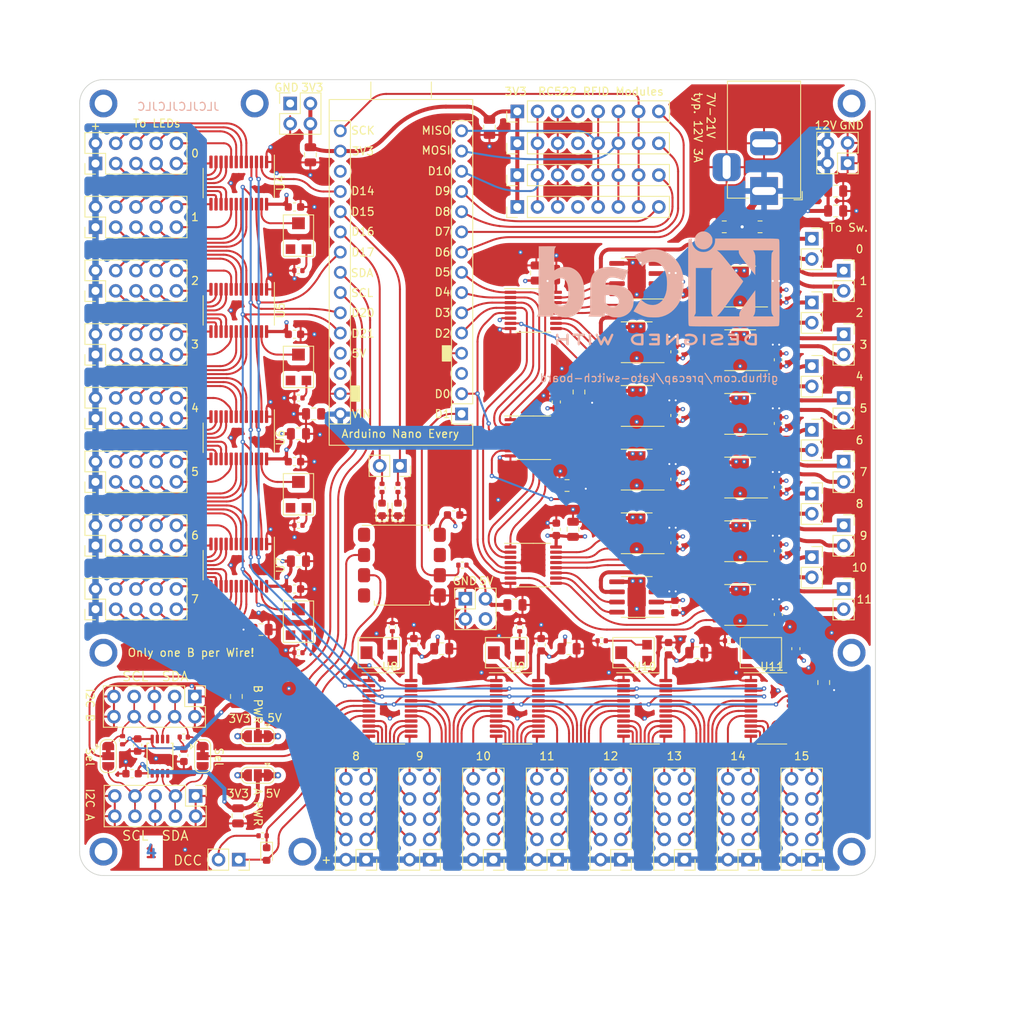
<source format=kicad_pcb>
(kicad_pcb (version 20211014) (generator pcbnew)
  (layers (0 "F.Cu" signal) (1 "In1.Cu" signal) (2 "In2.Cu" signal) (31 "B.Cu" signal) (34 "B.Paste" user) (35 "F.Paste" user) (36 "B.SilkS" user "B.Silkscreen") (37 "F.SilkS" user "F.Silkscreen") (38 "B.Mask" user) (39 "F.Mask" user) (44 "Edge.Cuts" user))
  (net 0 "")
  (net 2 "GND")
  (net 3 "/user_led")
  (net 4 "/oe_n")
  (net 5 "/latch_en")
  (net 6 "/shift0")
  (net 8 "RFID_4_CS")
  (net 9 "D11 {slash} MOSI")
  (net 10 "D12 {slash} MISO")
  (net 11 "D13 {slash} SCLK")
  (net 12 "+3V3")
  (net 14 "RFID_3_CS")
  (net 15 "RFID_2_CS")
  (net 16 "RFID_1_CS")
  (net 17 "/sel0")
  (net 18 "/sel1")
  (net 19 "/sel2")
  (net 20 "+5V")
  (net 21 "+12V")
  (net 22 "/leds0/led0")
  (net 23 "/leds0/led4")
  (net 24 "/leds0/led1")
  (net 25 "/leds0/led5")
  (net 26 "/leds0/led2")
  (net 27 "/leds0/led6")
  (net 28 "/leds0/led3")
  (net 29 "/leds0/led7")
  (net 30 "/leds0/led8")
  (net 31 "/leds0/led12")
  (net 32 "/leds0/led9")
  (net 33 "/leds0/led13")
  (net 34 "/leds0/led10")
  (net 35 "/leds0/led14")
  (net 36 "/leds0/led11")
  (net 37 "/leds0/led15")
  (net 38 "/leds1/led0")
  (net 39 "/leds1/led4")
  (net 40 "/leds1/led1")
  (net 41 "/leds1/led5")
  (net 42 "/leds1/led2")
  (net 43 "/leds1/led6")
  (net 44 "/leds1/led3")
  (net 45 "/leds1/led7")
  (net 46 "/leds1/led8")
  (net 47 "/leds1/led12")
  (net 48 "/leds1/led9")
  (net 49 "/leds1/led13")
  (net 50 "/leds1/led10")
  (net 51 "/leds1/led14")
  (net 52 "/leds1/led11")
  (net 53 "/leds1/led15")
  (net 54 "/leds2/led0")
  (net 55 "/leds2/led4")
  (net 56 "/leds2/led1")
  (net 57 "/leds2/led5")
  (net 58 "/leds2/led2")
  (net 59 "/leds2/led6")
  (net 60 "/leds2/led3")
  (net 61 "/leds2/led7")
  (net 62 "/leds2/led8")
  (net 63 "/leds2/led12")
  (net 64 "/leds2/led9")
  (net 65 "/leds2/led13")
  (net 66 "/leds2/led10")
  (net 67 "/leds2/led14")
  (net 68 "/leds2/led11")
  (net 69 "/leds2/led15")
  (net 70 "/leds3/led0")
  (net 71 "/leds3/led4")
  (net 72 "/leds3/led1")
  (net 73 "/leds3/led5")
  (net 74 "/leds3/led2")
  (net 75 "/leds3/led6")
  (net 76 "/leds3/led3")
  (net 77 "/leds3/led7")
  (net 78 "/leds3/led8")
  (net 79 "/leds3/led12")
  (net 80 "/leds3/led9")
  (net 81 "/leds3/led13")
  (net 82 "/leds3/led10")
  (net 83 "/leds3/led14")
  (net 84 "/leds3/led11")
  (net 85 "/leds3/led15")
  (net 86 "/ina0")
  (net 87 "/inb0")
  (net 88 "/ina1")
  (net 89 "/inb1")
  (net 90 "/ina2")
  (net 91 "/inb2")
  (net 92 "/ina3")
  (net 93 "/inb3")
  (net 94 "/ina4")
  (net 95 "/inb4")
  (net 96 "/ina5")
  (net 97 "/inb5")
  (net 98 "/ina6")
  (net 99 "/inb6")
  (net 100 "/ina7")
  (net 101 "/inb7")
  (net 102 "/shift1")
  (net 103 "/shift2")
  (net 104 "/shift3")
  (net 105 "/leds0/pot")
  (net 106 "/leds0/iref")
  (net 107 "/leds1/pot")
  (net 108 "/leds1/iref")
  (net 109 "/leds2/pot")
  (net 110 "/leds2/iref")
  (net 111 "/leds3/pot")
  (net 112 "/leds3/iref")
  (net 113 "/scl")
  (net 114 "/sda")
  (net 116 "/leds4/led4")
  (net 117 "/leds4/led0")
  (net 118 "/leds4/led5")
  (net 119 "/leds4/led1")
  (net 120 "/leds4/led6")
  (net 121 "/leds4/led2")
  (net 122 "/leds4/led7")
  (net 123 "/leds4/led3")
  (net 124 "/leds4/led15")
  (net 125 "/leds4/led11")
  (net 126 "/leds4/led14")
  (net 127 "/leds4/led10")
  (net 128 "/leds4/led13")
  (net 129 "/leds4/led9")
  (net 130 "/leds4/led12")
  (net 131 "/leds4/led8")
  (net 132 "/leds5/led4")
  (net 133 "/leds5/led0")
  (net 134 "/leds5/led5")
  (net 135 "/leds5/led1")
  (net 136 "/leds5/led6")
  (net 137 "/leds5/led2")
  (net 138 "/leds5/led7")
  (net 139 "/leds5/led3")
  (net 140 "/leds5/led15")
  (net 141 "/leds5/led11")
  (net 142 "/leds5/led14")
  (net 143 "/leds5/led10")
  (net 144 "/leds5/led13")
  (net 145 "/leds5/led9")
  (net 146 "/leds5/led12")
  (net 147 "/leds5/led8")
  (net 148 "/leds6/led4")
  (net 149 "/leds6/led0")
  (net 150 "/leds6/led5")
  (net 151 "/leds6/led1")
  (net 152 "/leds6/led6")
  (net 153 "/leds6/led2")
  (net 154 "/leds6/led7")
  (net 155 "/leds6/led3")
  (net 156 "/leds6/led15")
  (net 157 "/leds6/led11")
  (net 158 "/leds6/led14")
  (net 159 "/leds6/led10")
  (net 160 "/leds6/led13")
  (net 161 "/leds6/led9")
  (net 162 "/leds6/led12")
  (net 163 "/leds6/led8")
  (net 164 "/leds7/led4")
  (net 165 "/leds7/led0")
  (net 166 "/leds7/led5")
  (net 167 "/leds7/led1")
  (net 168 "/leds7/led6")
  (net 169 "/leds7/led2")
  (net 170 "/leds7/led7")
  (net 171 "/leds7/led3")
  (net 172 "/leds7/led15")
  (net 173 "/leds7/led11")
  (net 174 "/leds7/led14")
  (net 175 "/leds7/led10")
  (net 176 "/leds7/led13")
  (net 177 "/leds7/led9")
  (net 178 "/leds7/led12")
  (net 179 "/leds7/led8")
  (net 180 "/leds4/pot")
  (net 181 "/leds4/iref")
  (net 182 "/leds5/pot")
  (net 183 "/leds5/iref")
  (net 184 "/leds6/pot")
  (net 185 "/leds6/iref")
  (net 186 "/leds7/pot")
  (net 187 "/leds7/iref")
  (net 188 "/leds7/SDO")
  (net 189 "/shift4")
  (net 190 "/shift6")
  (net 191 "/shift7")
  (net 192 "/shift5")
  (net 193 "/i2c_repeater/i2cA-vcc")
  (net 194 "/shiftclk")
  (net 195 "/i2c_repeater/i2cB-vcc")
  (net 196 "/i2c_repeater/sda_b")
  (net 197 "/i2c_repeater/scl_b")
  (net 198 "/i2c_repeater/scl_a")
  (net 199 "/i2c_repeater/sda_a")
  (net 200 "/H-Bridge0/SWB")
  (net 201 "/H-Bridge0/SWA")
  (net 202 "/H-Bridge1/SWB")
  (net 203 "/H-Bridge1/SWA")
  (net 204 "/H-Bridge2/SWB")
  (net 205 "/H-Bridge2/SWA")
  (net 206 "/H-Bridge3/SWB")
  (net 207 "/H-Bridge3/SWA")
  (net 208 "/H-Bridge4/SWB")
  (net 209 "/H-Bridge4/SWA")
  (net 210 "/H-Bridge5/SWB")
  (net 211 "/H-Bridge5/SWA")
  (net 212 "/H-Bridge6/SWB")
  (net 213 "/H-Bridge6/SWA")
  (net 214 "/H-Bridge7/SWB")
  (net 215 "/H-Bridge7/SWA")
  (net 223 "/H-Bridge8/SWB")
  (net 224 "/H-Bridge8/SWA")
  (net 225 "/H-Bridge9/SWB")
  (net 226 "/H-Bridge9/SWA")
  (net 227 "/H-Bridge10/SWB")
  (net 228 "/H-Bridge10/SWA")
  (net 229 "/H-Bridge11/SWB")
  (net 230 "/H-Bridge11/SWA")
  (net 231 "/inb11")
  (net 232 "/ina11")
  (net 233 "/inb10")
  (net 234 "/ina10")
  (net 235 "/inb9")
  (net 236 "/ina9")
  (net 237 "/inb8")
  (net 238 "/ina8")
  (net 245 "/sel4")
  (net 246 "/sel3")
  (net 247 "/user_led2")
  (net 248 "Net-(D2-Pad2)")
  (net 250 "/DCC_signal/DCC_W1_R")
  (net 251 "/DCC_signal/DCC_W2")
  (net 252 "/DCC_signal/DCC_W1")
  (net 253 "/DCC_Input")
  (net 256 "Net-(D1-Pad2)")
  (net 267 "RFID_RESET")
  (footprint "Package_SO:TSSOP-16_4.4x5mm_P0.65mm" (layer "F.Cu") (at 107 101)
    (fp_text reference "U3" hide)
    (fp_text value "74HC238")
  )
  (footprint "Capacitor_SMD:C_0603_1608Metric" (layer "F.Cu") (at 124.8 90.2 -90)
    (fp_text reference "C42" hide)
    (fp_text value "100nf")
  )
  (footprint "Resistor_SMD:R_0402_1005Metric" (layer "F.Cu") (at 73 135 180)
    (fp_text reference "R22" hide)
    (fp_text value "2k2")
  )
  (footprint "Capacitor_SMD:C_0603_1608Metric" (layer "F.Cu") (at 137.8 75.2 -90)
    (fp_text reference "C39" hide)
    (fp_text value "100nf")
  )
  (footprint "Connector_PinHeader_2.54mm:PinHeader_1x08_P2.54mm_Vertical" (layer "F.Cu") (at 105 52 90)
    (fp_text reference "J3" hide)
    (fp_text value "Conn_01x08")
  )
  (footprint "Capacitor_SMD:C_0805_2012Metric" (layer "F.Cu") (at 145 54)
    (fp_text reference "C4" hide)
    (fp_text value "22u")
  )
  (footprint "Connector_PinSocket_2.54mm:PinSocket_1x02_P2.54mm_Vertical" (layer "F.Cu") (at 142 60)
    (fp_text reference "J28" hide)
    (fp_text value "Conn_01x02")
  )
  (footprint "_my:VG039NCHXT" (layer "F.Cu") (at 119.5 112 90)
    (fp_text reference "R15" hide)
    (fp_text value "VG039NCHXTB503")
  )
  (footprint "Package_SO:HSOP-8-1EP_3.9x4.9mm_P1.27mm_EP2.3x2.3mm" (layer "F.Cu") (at 133 74 180)
    (fp_text reference "U16" hide)
    (fp_text value "PT5126A")
  )
  (footprint "Connector_PinHeader_2.54mm:PinHeader_2x05_P2.54mm_Vertical" (layer "F.Cu") (at 52 90.54 90)
    (fp_text reference "J15" hide)
    (fp_text value "Conn_02x05_Odd_Even")
  )
  (footprint "Package_SO:HSOP-8-1EP_3.9x4.9mm_P1.27mm_EP2.3x2.3mm" (layer "F.Cu") (at 133 66 180)
    (fp_text reference "U14" hide)
    (fp_text value "PT5126A")
  )
  (footprint "Resistor_SMD:R_0402_1005Metric" (layer "F.Cu") (at 77.5 80 180)
    (fp_text reference "R6" hide)
    (fp_text value "2k2")
  )
  (footprint "Connector_PinHeader_2.54mm:PinHeader_2x05_P2.54mm_Vertical" (layer "F.Cu") (at 52 82.54 90)
    (fp_text reference "J14" hide)
    (fp_text value "Conn_02x05_Odd_Even")
  )
  (footprint "Resistor_SMD:R_0402_1005Metric" (layer "F.Cu") (at 77.5 96 180)
    (fp_text reference "R8" hide)
    (fp_text value "2k2")
  )
  (footprint "Connector_PinSocket_2.54mm:PinSocket_1x02_P2.54mm_Vertical" (layer "F.Cu") (at 142 100)
    (fp_text reference "J38" hide)
    (fp_text value "Conn_01x02")
  )
  (footprint "_my:VG039NCHXT" (layer "F.Cu") (at 135.5 112 90)
    (fp_text reference "R17" hide)
    (fp_text value "VG039NCHXTB503")
  )
  (footprint "Resistor_SMD:R_0402_1005Metric" (layer "F.Cu") (at 89.3 108.79 90)
    (fp_text reference "R12" hide)
    (fp_text value "2k2")
  )
  (footprint "Resistor_SMD:R_0402_1005Metric" (layer "F.Cu") (at 90 91.3 90)
    (fp_text reference "R1" hide)
    (fp_text value "2k2")
  )
  (footprint "Capacitor_SMD:C_0603_1608Metric" (layer "F.Cu") (at 137.8 83.2 -90)
    (fp_text reference "C41" hide)
    (fp_text value "100nf")
  )
  (footprint "Connector_PinHeader_2.54mm:PinHeader_2x02_P2.54mm_Vertical" (layer "F.Cu") (at 146.5 50.5 180)
    (fp_text reference "J7" hide)
    (fp_text value "Conn_02x02_Odd_Even")
  )
  (footprint "Connector_PinSocket_2.54mm:PinSocket_1x02_P2.54mm_Vertical" (layer "F.Cu") (at 90.25 88.525 -90)
    (fp_text reference "J5" hide)
    (fp_text value "Conn_01x02")
  )
  (footprint "Capacitor_SMD:C_0805_2012Metric" (layer "F.Cu") (at 69.9 132.5 -90)
    (fp_text reference "C31" hide)
    (fp_text value "22u")
  )
  (footprint "Connector_PinSocket_2.54mm:PinSocket_1x02_P2.54mm_Vertical" (layer "F.Cu") (at 142 68)
    (fp_text reference "J30" hide)
    (fp_text value "Conn_01x02")
  )
  (footprint "_my:VG039NCHXT" (layer "F.Cu") (at 77.5 59.5)
    (fp_text reference "R3" hide)
    (fp_text value "VG039NCHXTB503")
  )
  (footprint "Resistor_SMD:R_0402_1005Metric" (layer "F.Cu") (at 55.4 123 -90)
    (fp_text reference "R19" hide)
    (fp_text value "10k")
  )
  (footprint "Capacitor_SMD:C_0603_1608Metric" (layer "F.Cu") (at 124.8 66.2 -90)
    (fp_text reference "C36" hide)
    (fp_text value "100nf")
  )
  (footprint "Connector_PinHeader_2.54mm:PinHeader_2x05_P2.54mm_Vertical" (layer "F.Cu") (at 52 58.54 90)
    (fp_text reference "J11" hide)
    (fp_text value "Conn_02x05_Odd_Even")
  )
  (footprint "MountingHole:MountingHole_2.2mm_M2_ISO7380_Pad" (layer "F.Cu") (at 53 43 180)
    (fp_text reference "H7" hide)
    (fp_text value "MountingHole")
  )
  (footprint "Package_SO:TSSOP-16_4.4x5mm_P0.65mm" (layer "F.Cu") (at 107 69)
    (fp_text reference "U1" hide)
    (fp_text value "74HC238")
  )
  (footprint "Connector_BarrelJack:BarrelJack_Horizontal" (layer "F.Cu") (at 136 54 -90)
    (fp_text reference "J6" hide)
    (fp_text value "Barrel_Jack_MountingPin")
  )
  (footprint "Resistor_SMD:R_0402_1005Metric" (layer "F.Cu") (at 77.49 64 180)
    (fp_text reference "R4" hide)
    (fp_text value "2k2")
  )
  (footprint "Capacitor_SMD:C_0603_1608Metric" (layer "F.Cu") (at 137.8 99.2 -90)
    (fp_text reference "C45" hide)
    (fp_text value "100nf")
  )
  (footprint "Capacitor_SMD:C_0603_1608Metric" (layer "F.Cu") (at 137.8 107.2 -90)
    (fp_text reference "C47" hide)
    (fp_text value "100nf")
  )
  (footprint "Connector_PinHeader_2.54mm:PinHeader_1x08_P2.54mm_Vertical" (layer "F.Cu") (at 105 48 90)
    (fp_text reference "J2" hide)
    (fp_text value "Conn_01x08")
  )
  (footprint "Module:Arduino_Nano" (layer "F.Cu") (at 98 82 180)
    (fp_text reference "A1" hide)
    (fp_text value "Arduino_Nano_Every")
  )
  (footprint "Capacitor_SMD:C_0805_2012Metric" (layer "F.Cu") (at 79 49.45 -90)
    (fp_text reference "C10" hide)
    (fp_text value "47u")
  )
  (footprint "Package_SO:TSSOP-8_3x3mm_P0.65mm" (layer "F.Cu") (at 60.1 125 90)
    (fp_text reference "U12" hide)
    (fp_text value "PCA9617ADPJ")
  )
  (footprint "Connector_PinHeader_2.54mm:PinHeader_2x05_P2.54mm_Vertical" (layer "F.Cu") (at 86 138 180)
    (fp_text reference "J18" hide)
    (fp_text value "Conn_02x05_Odd_Even")
  )
  (footprint "Capacitor_SMD:C_0603_1608Metric" (layer "F.Cu") (at 63.1 124.9 -90)
    (fp_text reference "C34" hide)
    (fp_text value "100nf")
  )
  (footprint "_my:QSOP-24_3.9x8.7mm_P0.635mm_rounded_pads" (layer "F.Cu") (at 70 53 -90)
    (fp_text reference "U4")
    (fp_text value "TLC59282DBQR...SM16206")
  )
  (footprint "_my:VG039NCHXT" (layer "F.Cu") (at 77.5 92)
    (fp_text reference "R7" hide)
    (fp_text value "VG039NCHXTB503")
  )
  (footprint "Capacitor_SMD:C_0603_1608Metric" (layer "F.Cu") (at 109.9 80.5 90)
    (fp_text reference "C20" hide)
    (fp_text value "100nf")
  )
  (footprint "Capacitor_SMD:C_0805_2012Metric" (layer "F.Cu") (at 77.5 100.5)
    (fp_text reference "C15" hide)
    (fp_text value "47u")
  )
  (footprint "Capacitor_SMD:C_0603_1608Metric" (layer "F.Cu") (at 137.8 67.2 -90)
    (fp_text reference "C37" hide)
    (fp_text value "100nf")
  )
  (footprint "Capacitor_SMD:C_0603_1608Metric" (layer "F.Cu") (at 140 111.5 -90)
    (fp_text reference "C30" hide)
    (fp_text value "100nf")
  )
  (footprint "Package_SO:SSO-8_6.7x9.8mm_P2.54mm_Clearance8mm" (layer "F.Cu") (at 90.5 101)
    (fp_text reference "U25" hide)
    (fp_text value "6N137")
  )
  (footprint "Capacitor_SMD:C_0805_2012Metric" (layer "F.Cu") (at 127.55 112)
    (fp_text reference "C18" hide)
    (fp_text value "47u")
  )
  (footprint "Connector_PinHeader_2.54mm:PinHeader_2x05_P2.54mm_Vertical" (layer "F.Cu") (at 110 138 180)
    (fp_text reference "J21" hide)
    (fp_text value "Conn_02x05_Odd_Even")
  )
  (footprint "Capacitor_SMD:C_0805_2012Metric" (layer "F.Cu") (at 72.8 109.1)
    (fp_text reference "C9" hide)
    (fp_text value "22u")
  )
  (footprint "Connector_PinHeader_2.54mm:PinHeader_2x05_P2.54mm_Vertical" (layer "F.Cu") (at 52 66.54 90)
    (fp_text reference "J12" hide)
    (fp_text value "Conn_02x05_Odd_Even")
  )
  (footprint "Jumper:SolderJumper-3_P1.3mm_Bridged12_RoundedPad1.0x1.5mm" (layer "F.Cu") (at 65.4575 125 -90)
    (fp_text reference "JP4" hide)
    (fp_text value "Jumper")
  )
  (footprint "_my:QSOP-24_3.9x8.7mm_P0.635mm_rounded_pads" (layer "F.Cu") (at 89 119)
    (fp_text reference "U8")
    (fp_text value "TLC59282DBQR...SM16206")
  )
  (footprint "Package_SO:HSOP-8-1EP_3.9x4.9mm_P1.27mm_EP2.3x2.3mm" (layer "F.Cu") (at 120 97 180)
    (fp_text reference "U21" hide)
    (fp_text value "PT5126A")
  )
  (footprint "Capacitor_SMD:C_0805_2012Metric" (layer "F.Cu") (at 101.5 46 -90)
    (fp_text reference "C11" hide)
    (fp_text value "47u")
  )
  (footprint "Capacitor_SMD:C_0805_2012Metric" (layer "F.Cu") (at 112.75 79.25 90)
    (fp_text reference "C5" hide)
    (fp_text value "22u")
  )
  (footprint "Capacitor_SMD:C_0603_1608Metric" (layer "F.Cu") (at 124.8 82.2 -90)
    (fp_text reference "C40" hide)
    (fp_text value "100nf")
  )
  (footprint "Resistor_SMD:R_0402_1005Metric" (layer "F.Cu") (at 115.6 110.5 180)
    (fp_text reference "R16" hide)
    (fp_text value "2k2")
  )
  (footprint "Connector_PinSocket_2.54mm:PinSocket_1x02_P2.54mm_Vertical" (layer "F.Cu") (at 146 80)
    (fp_text reference "J33" hide)
    (fp_text value "Conn_01x02")
  )
  (footprint "Connector_PinHeader_2.54mm:PinHeader_2x05_P2.54mm_Vertical" (layer "F.Cu") (at 94 138 180)
    (fp_text reference "J19" hide)
    (fp_text value "Conn_02x05_Odd_Even")
  )
  (footprint "LED_SMD:LED_0603_1608Metric" (layer "F.Cu") (at 88 94 90)
    (fp_text reference "D2" hide)
    (fp_text value "0603_LED")
  )
  (footprint "Capacitor_SMD:C_0603_1608Metric" (layer "F.Cu") (at 77 56 180)
    (fp_text reference "C23" hide)
    (fp_text value "100nf")
  )
  (footprint "Capacitor_SMD:C_0603_1608Metric" (layer "F.Cu") (at 77 88 180)
    (fp_text reference "C25" hide)
    (fp_text value "100nf")
  )
  (footprint "Resistor_SMD:R_0402_1005Metric" (layer "F.Cu") (at 88 91.3 90)
    (fp_text reference "R2" hide)
    (fp_text value "2k2")
  )
  (footprint "_my:VG039NCHXT" (layer "F.Cu") (at 77.5 108)
    (fp_text reference "R9" hide)
    (fp_text value "VG039NCHXTB503")
  )
  (footprint "Capacitor_SMD:C_0805_2012Metric" (layer "F.Cu") (at 69.7 117.5 90)
    (fp_text reference "C35" hide)
    (fp_text value "22u")
  )
  (footprint "MountingHole:MountingHole_2.2mm_M2_ISO7380_Pad" (layer "F.Cu") (at 53 112)
    (fp_text reference "H2" hide)
    (fp_text value "MountingHole")
  )
  (footprint "Connector_PinHeader_2.54mm:PinHeader_2x05_P2.54mm_Vertical" (layer "F.Cu") (at 134 138 180)
    (fp_text reference "J24" hide)
    (fp_text value "Conn_02x05_Odd_Even")
  )
  (footprint "Connector_PinSocket_2.54mm:PinSocket_1x02_P2.54mm_Vertical" (layer "F.Cu") (at 146 88)
    (fp_text reference "J35" hide)
    (fp_text value "Conn_01x02")
  )
  (footprint "Connector_PinSocket_2.54mm:PinSocket_1x02_P2.54mm_Vertical" (layer "F.Cu") (at 146 96)
    (fp_text reference "J37" hide)
    (fp_text value "Conn_01x02")
  )
  (footprint "Connector_PinSocket_2.54mm:PinSocket_1x02_P2.54mm_Vertical" (layer "F.Cu") (at 142 92)
    (fp_text reference "J36" hide)
    (fp_text value "Conn_01x02")
  )
  (footprint "Connector_PinHeader_2.54mm:PinHeader_2x05_P2.54mm_Vertical" (layer "F.Cu") (at 52 106.54 90)
    (fp_text reference "J17" hide)
    (fp_text value "Conn_02x05_Odd_Even")
  )
  (footprint "Connector_PinSocket_2.54mm:PinSocket_1x02_P2.54mm_Vertical" (layer "F.Cu") (at 142 84)
    (fp_text reference "J34" hide)
    (fp_text value "Conn_01x02")
  )
  (footprint "Capacitor_SMD:C_0805_2012Metric" (layer "F.Cu") (at 135.5 58.5)
    (fp_text reference "C2" hide)
    (fp_text value "22u")
  )
  (footprint "Connector_PinHeader_2.54mm:PinHeader_1x08_P2.54mm_Vertical" (layer "F.Cu") (at 105 44 90)
    (fp_text reference "J1" hide)
    (fp_text value "Conn_01x08")
  )
  (footprint "_my:QSOP-24_3.9x8.7mm_P0.635mm_rounded_pads" (layer "F.Cu") (at 70 85 -90)
    (fp_text reference "U6")
    (fp_text value "TLC59282DBQR...SM16206")
  )
  (footprint "Package_SO:HSOP-8-1EP_3.9x4.9mm_P1.27mm_EP2.3x2.3mm" (layer "F.Cu") (at 120 105 180)
    (fp_text reference "U23" hide)
    (fp_text value "PT5126A")
  )
  (footprint "Capacitor_SMD:C_0805_2012Metric" (layer "F.Cu") (at 111.5 111.5)
    (fp_text reference "C17" hide)
    (fp_text value "47u")
  )
  (footprint "Capacitor_SMD:C_0805_2012Metric" (layer "F.Cu") (at 107.4 64.3 90)
    (fp_text reference "C13" hide)
    (fp_text value "47u")
  )
  (footprint "Connector_PinHeader_2.54mm:PinHeader_2x05_P2.54mm_Vertical" (layer "F.Cu") (at 52 98.54 90)
    (fp_text reference "J16" hide)
    (fp_text value "Conn_02x05_Odd_Even")
  )
  (footprint "Package_SO:HSOP-8-1EP_3.9x4.9mm_P1.27mm_EP2.3x2.3mm" (layer "F.Cu") (at 120 65 180)
    (fp_text reference "U13" hide)
    (fp_text value "PT5126A")
  )
  (footprint "Capacitor_SMD:C_0805_2012Metric" (layer "F.Cu") (at 112 96.5 90)
    (fp_text reference "C19" hide)
    (fp_text value "47u")
  )
  (footprint "Capacitor_SMD:C_0603_1608Metric" (layer "F.Cu") (at 108 111 -90)
    (fp_text reference "C28" hide)
    (fp_text value "100nf")
  )
  (footprint "Capacitor_SMD:C_0805_2012Metric" (layer "F.Cu") (at 77.5 84.5)
    (fp_text reference "C14" hide)
    (fp_text value "47u")
  )
  (footprint "Connector_PinHeader_2.54mm:PinHeader_2x05_P2.54mm_Vertical" (layer "F.Cu") (at 52 50.54 90)
    (fp_text reference "J10" hide)
    (fp_text value "Conn_02x05_Odd_Even")
  )
  (footprint "Connector_PinSocket_2.54mm:PinSocket_1x02_P2.54mm_Vertical" (layer "F.Cu") (at 146 64)
    (fp_text reference "J29" hide)
    (fp_text value "Conn_01x02")
  )
  (footprint "Capacitor_SMD:C_0603_1608Metric" (layer "F.Cu") (at 56.6 127.2 180)
    (fp_text reference "C32" hide)
    (fp_text value "100nf")
  )
  (footprint "Resistor_SMD:R_0402_1005Metric" (layer "F.Cu") (at 131.6 110.5 180)
    (fp_text reference "R18" hide)
    (fp_text value "2k2")
  )
  (footprint "Connector_PinHeader_2.54mm:PinHeader_1x08_P2.54mm_Vertical" (layer "F.Cu") (at 105 56 90)
    (fp_text reference "J4" hide)
    (fp_text value "Conn_01x08")
  )
  (footprint "Connector_PinHeader_2.54mm:PinHeader_2x05_P2.54mm_Vertical" (layer "F.Cu") (at 102 138 180)
    (fp_text reference "J20" hide)
    (fp_text value "Conn_02x05_Odd_Even")
  )
  (footprint "Connector_PinHeader_2.54mm:PinHeader_2x05_P2.54mm_Vertical" (layer "F.Cu") (at 118 138 180)
    (fp_text reference "J22" hide)
    (fp_text value "Conn_02x05_Odd_Even")
  )
  (footprint "_my:VG039NCHXT" (layer "F.Cu") (at 77.5 76)
    (fp_text reference "R5" hide)
    (fp_text value "VG039NCHXTB503")
  )
  (footprint "Capacitor_SMD:C_0603_1608Metric" (layer "F.Cu") (at 77 72 180)
    (fp_text reference "C24" hide)
    (fp_text value "100nf")
  )
  (footprint "MountingHole:MountingHole_2.2mm_M2_ISO7380_Pad" (layer "F.Cu") (at 78 137)
    (fp_text reference "H1" hide)
    (fp_text value "MountingHole")
  )
  (footprint "Jumper:SolderJumper-3_P1.3mm_Bridged12_RoundedPad1.0x1.5mm" (layer "F.Cu") (at 72.4 122.5 180)
    (fp_text reference "JP2" hide)
    (fp_text value "Jumper")
  )
  (footprint "Connector_PinHeader_2.54mm:PinHeader_2x05_P2.54mm_Vertical" (layer "F.Cu") (at 64.58 130 -90)
    (fp_text reference "J27" hide)
    (fp_text value "Conn_02x05_Odd_Even")
  )
  (footprint "Capacitor_SMD:C_0805_2012Metric" (layer "F.Cu") (at 143.5 115.75 90)
    (fp_text reference "C8" hide)
    (fp_text value "22u")
  )
  (footprint "Package_SO:HSOP-8-1EP_3.9x4.9mm_P1.27mm_EP2.3x2.3mm" (layer "F.Cu") (at 120 73 180)
    (fp_text reference "U15" hide)
    (fp_text value "PT5126A")
  )
  (footprint "Capacitor_SMD:C_0603_1608Metric" (layer "F.Cu") (at 57.3 123.6 -90)
    (fp_text reference "C33" hide)
    (fp_text value "100nf")
  )
  (footprint "Connector_PinHeader_2.54mm:PinHeader_2x02_P2.54mm_Vertical" (layer "F.Cu") (at 76.46 43)
    (fp_text reference "J9" hide)
    (fp_text value "Conn_02x02_Odd_Even")
  )
  (footprint "Package_SO:HSOP-8-1EP_3.9x4.9mm_P1.27mm_EP2.3x2.3mm" (layer "F.Cu") (at 133 90 180)
    (fp_text reference "U20" hide)
    (fp_text value "PT5126A")
  )
  (footprint "Connector_PinHeader_2.54mm:PinHeader_2x02_P2.54mm_Vertical" (layer "F.Cu") (at 98.46 105.225)
    (fp_text reference "J8" hide)
    (fp_text value "Conn_02x02_Odd_Even")
  )
  (footprint "Package_SO:HSOP-8-1EP_3.9x4.9mm_P1.27mm_EP2.3x2.3mm" (layer "F.Cu") (at 133 82 180)
    (fp_text reference "U18" hide)
    (fp_text value "PT5126A")
  )
  (footprint "Capacitor_SMD:C_0603_1608Metric" (layer "F.Cu") (at 124.8 98.2 -90)
    (fp_text reference "C44" hide)
    (fp_text value "100nf")
  )
  (footprint "Capacitor_SMD:C_0805_2012Metric" (layer "F.Cu") (at 145 56.5)
    (fp_text reference "C3" hide)
    (fp_text value "22u")
  )
  (footprint "Capacitor_SMD:C_0603_1608Metric" (layer "F.Cu") (at 97 94.7)
    (fp_text reference "C48" hide)
    (fp_text value "100nf")
  )
  (footprint "Resistor_SMD:R_0402_1005Metric" (layer "F.Cu") (at 63.09 122.6 180)
    (fp_text reference "R20" hide)
    (fp_text value "10k")
  )
  (footprint "Connector_PinHeader_2.54mm:PinHeader_2x05_P2.54mm_Vertical" (layer "F.Cu") (at 126 138 180)
    (fp_text reference "J23" hide)
    (fp_text value "Conn_02x05_Odd_Even")
  )
  (footprint "Connector_PinSocket_2.54mm:PinSocket_1x02_P2.54mm_Vertical" (layer "F.Cu") (at 146 104)
    (fp_text reference "J39" hide)
    (fp_text value "Conn_01x02")
  )
  (footprint "Package_SO:HSOP-8-1EP_3.9x4.9mm_P1.27mm_EP2.3x2.3mm" (layer "F.Cu") (at 133 98 180)
    (fp_text reference "U22" hide)
    (fp_text value "PT5126A")
  )
  (footprint "Capacitor_SMD:C_0603_1608Metric" (layer "F.Cu") (at 137.8 91.2 -90)
    (fp_text reference "C43" hide)
    (fp_text value "100nf")
  )
  (footprint "_my:VG039NCHXT" (layer "F.Cu") (at 103.5 112 90)
    (fp_text reference "R13" hide)
    (fp_text value "VG039NCHXTB503")
  )
  (footprint "Connector_PinSocket_2.54mm:PinSocket_1x02_P2.54mm_Vertical" (layer "F.Cu") (at 142 76)
    (fp_text reference "J32" hide)
    (fp_text value "Conn_01x02")
  )
  (footprint "MountingHole:MountingHole_2.2mm_M2_ISO7380_Pad" (layer "F.Cu") (at 53 137)
    (fp_text reference "H3" hide)
    (fp_text value "MountingHole")
  )
  (footprint "LED_SMD:LED_0603_1608Metric" (layer "F.Cu") (at 73.5 137.3 -90)
    (fp_text reference "D3" hide)
    (fp_text value "0603_LED")
  )
  (footprint "Connector_PinHeader_2.54mm:PinHeader_2x05_P2.54mm_Vertical" (layer "F.Cu") (at 142 138 180)
    (fp_text reference "J25" hide)
    (fp_text value "Conn_02x05_Odd_Even")
  )
  (footprint "Capacitor_SMD:C_0805_2012Metric" (layer "F.Cu") (at 131 58.5 180)
    (fp_text reference "C1" hide)
    (fp_text value "22u")
  )
  (footprint "MountingHole:MountingHole_2.2mm_M2_ISO7380_Pad" (layer "F.Cu") (at 72 43 180)
    (fp_text reference "H6" hide)
    (fp_text value "MountingHole")
  )
  (footprint "Connector_PinSocket_2.54mm:PinSocket_1x02_P2.54mm_Vertical" (layer "F.Cu") (at 146 72)
    (fp_text reference "J31" hide)
    (fp_text value "Conn_01x02")
  )
  (footprint "Resistor_SMD:R_0402_1005Metric" (layer "F.Cu") (at 98.1 101)
    (fp_text reference "R21" hide)
    (fp_text value "10k")
  )
  (footprint "_my:QSOP-24_3.9x8.7mm_P0.635mm_rounded_pads" (layer "F.Cu") (at 70 69 -90)
    (fp_text reference "U5")
    (fp_text value "TLC59282DBQR...SM16206")
  )
  (footprint "Capacitor_SMD:C_0805_2012Metric" (layer "F.Cu") (at 79.4 82 180)
    (fp_text reference "C7" hide)
    (fp_text value "22u")
  )
  (footprint "Capacitor_SMD:C_0603_1608Metric" (layer "F.Cu") (at 77 104 180)
    (fp_text reference "C26" hide)
    (fp_text value "100nf")
  )
  (footprint "Capacitor_SMD:C_0603_1608Metric" (layer "F.Cu") (at 109.9 96.5 90)
    (fp_text reference "C22" hide)
    (fp_text value "100nf")
  )
  (footprint "Connector_PinHeader_2.54mm:PinHeader_2x05_P2.54mm_Vertical" (layer "F.Cu") (at 52 74.54 90)
    (fp_text reference "J13" hide)
    (fp_text value "Conn_02x05_Odd_Even")
  )
  (footprint "Package_SO:HSOP-8-1EP_3.9x4.9mm_P1.27mm_EP2.3x2.3mm" (layer "F.Cu") (at 133 106 180)
    (fp_text reference "U24" hide)
    (fp_text value "PT5126A")
  )
  (footprint "_my:QSOP-24_3.9x8.7mm_P0.635mm_rounded_pads" (layer "F.Cu") (at 70 101 -90)
    (fp_text reference "U7")
    (fp_text value "TLC59282DBQR...SM16206")
  )
  (footprint "Package_SO:TSSOP-16_4.4x5mm_P0.65mm" (layer "F.Cu") (at 107 85)
    (fp_text reference "U2" hide)
    (fp_text value "74HC238")
  )
  (footprint "_my:VG039NCHXT" (layer "F.Cu") (at 87.5 112 90)
    (fp_text reference "R11" hide)
    (fp_text value "VG039NCHXTB503")
  )
  (footprint "Resistor_SMD:R_0402_1005Metric" (layer "F.Cu") (at 105.3 108.8 90)
    (fp_text reference "R14" hide)
    (fp_text value "2k2")
  )
  (footprint "_my:QSOP-24_3.9x8.7mm_P0.635mm_rounded_pads" (layer "F.Cu") (at 121 119)
    (fp_text reference "U10")
    (fp_text value "TLC59282DBQR...SM16206")
  )
  (footprint "Package_SO:HSOP-8-1EP_3.9x4.9mm_P1.27mm_EP2.3x2.3mm" (layer "F.Cu") (at 120 89 180)
    (fp_text reference "U19" hide)
    (fp_text value "PT5126A")
  )
  (footprint "MountingHole:MountingHole_2.2mm_M2_ISO7380_Pad" (layer "F.Cu") (at 147 112)
    (fp_text reference "H4" hide)
    (fp_text value "MountingHole")
  )
  (footprint "Capacitor_SMD:C_0805_2012Metric" (layer "F.Cu") (at 95.5 111.5)
    (fp_text reference "C16" hide)
    (fp_text value "47u")
  )
  (footprint "Capacitor_SMD:C_0603_1608Metric" (layer "F.Cu") (at 124.8 106.2 -90)
    (fp_text reference "C46" hide)
    (fp_text value "100nf")
  )
  (footprint "Connector_PinSocket_2.54mm:PinSocket_1x02_P2.54mm_Vertical" (layer "F.Cu") (at 70 138 -90)
    (fp_text reference "J40" hide)
    (fp_text value "Conn_01x02")
  )
  (footprint "Capacitor_SMD:C_0805_2012Metric" (layer "F.Cu") (at 111.25 91 180)
    (fp_text reference "C6" hide)
    (fp_text value "22u")
  )
  (footprint "Capacitor_SMD:C_0603_1608Metric" (layer "F.Cu") (at 109.9 64.5 90)
    (fp_text reference "C21" hide)
    (fp_text value "100nf")
  )
  (footprint "_my:QSOP-24_3.9x8.7mm_P0.635mm_rounded_pads" (layer "F.Cu") (at 137 119)
    (fp_text reference "U11")
    (fp_text value "TLC59282DBQR...SM16206")
  )
  (footprint "Capacitor_SMD:C_0603_1608Metric" (layer "F.Cu") (at 124.8 74.2 -90)
    (fp_text reference "C38" hide)
    (fp_text value "100nf")
  )
  (footprint "Capacitor_SMD:C_0805_2012Metric" (layer "F.Cu") (at 104.7 106)
    (fp_text reference "C12" hide)
    (fp_text value "47u")
  )
  (footprint "Jumper:SolderJumper-3_P1.3mm_Bridged12_RoundedPad1.0x1.5mm" (layer "F.Cu") (at 53.6 125 -90)
    (fp_text reference "JP3" hide)
    (fp_text value "Jumper")
  )
  (footprint "Capacitor_SMD:C_0603_1608Metric" (layer "F.Cu") (at 124 111.5 -90)
    (fp_text reference "C29" hide)
    (fp_text value "100nf")
  )
  (footprint "MountingHole:MountingHole_2.2mm_M2_ISO7380_Pad" (layer "F.Cu") (at 147 137)
    (fp_text reference "H8" hide)
    (fp_text value "MountingHole")
  )
  (footprint "Jumper:SolderJumper-3_P1.3mm_Bridged12_RoundedPad1.0x1.5mm" (layer "F.Cu") (at 72.4 127.4 180)
    (fp_text reference "JP1" hide)
    (fp_text value "Jumper")
  )
  (footprint "LED_SMD:LED_0603_1608Metric" (layer "F.Cu") (at 90 94 90)
    (fp_text reference "D1" hide)
    (fp_text value "0603_LED")
  )
  (footprint "Capacitor_SMD:C_0603_1608Metric" (layer "F.Cu") (at 92 111 -90)
    (fp_text reference "C27" hide)
    (fp_text value "100nf")
  )
  (footprint "_my:QSOP-24_3.9x8.7mm_P0.635mm_rounded_pads" (layer "F.Cu") (at 105 119)
    (fp_text reference "U9")
    (fp_text value "TLC59282DBQR...SM16206")
  )
  (footprint "Connector_PinHeader_2.54mm:PinHeader_2x05_P2.54mm_Vertical" (layer "F.Cu") (at 64.48 117.5 -90)
    (fp_text reference "J26" hide)
    (fp_text value "Conn_02x05_Odd_Even")
  )
  (footprint "Package_SO:HSOP-8-1EP_3.9x4.9mm_P1.27mm_EP2.3x2.3mm" (layer "F.Cu") (at 120 81 180)
    (fp_text reference "U17" hide)
    (fp_text value "PT5126A")
  )
  (footprint "Resistor_SMD:R_0402_1005Metric" (layer "F.Cu") (at 77.5 112 180)
    (fp_text reference "R10" hide)
    (fp_text value "2k2")
  )
  (footprint "MountingHole:MountingHole_2.2mm_M2_ISO7380_Pad" (layer "F.Cu") (at 147 43 180)
    (fp_text reference "H5" hide)
    (fp_text value "MountingHole")
  )
  (footprint "Symbol:KiCad-Logo2_12mm_SilkScreen" (layer "B.Cu") (at 122.7 65 180)
    (fp_text reference "REF**" hide)
    (fp_text value "KiCad-Logo2_12mm_SilkScreen" hide)
  )
  (gr_line (start 86.6 42.3) (end 86.6 40.3) (layer "F.SilkS") (width 0.12))
  (gr_line (start 94.2 42.3) (end 94.2 40.3) (layer "F.SilkS") (width 0.12))
  (gr_rect (start 84.17 80.4) (end 85.17 78.5) (layer "F.SilkS") (width 0.15) (fill solid))
  (gr_rect (start 95.59 75.35) (end 96.59 73.45) (layer "F.SilkS") (width 0.15) (fill solid))
  (gr_arc (start 147 40) (mid 149.12132 40.87868) (end 150 43) (layer "Edge.Cuts") (width 0.1))
  (gr_line (start 50 137) (end 50 43) (layer "Edge.Cuts") (width 0.1))
  (gr_arc (start 150 137) (mid 149.12132 139.12132) (end 147 140) (layer "Edge.Cuts") (width 0.1))
  (gr_arc (start 53 140) (mid 50.87868 139.12132) (end 50 137) (layer "Edge.Cuts") (width 0.1))
  (gr_line (start 150 43) (end 150 137) (layer "Edge.Cuts") (width 0.1))
  (gr_arc (start 50 43) (mid 50.87868 40.87868) (end 53 40) (layer "Edge.Cuts") (width 0.1))
  (gr_line (start 147 140) (end 53 140) (layer "Edge.Cuts") (width 0.1))
  (gr_line (start 53 40) (end 147 40) (layer "Edge.Cuts") (width 0.1))
  (gr_text "1" (at 59 137) (layer "F.Cu") (effects (font (size 1.5 1.5) (thickness 0.3))))
  (gr_text "4" (at 59 137) (layer "B.Cu") (effects (font (size 1.5 1.5) (thickness 0.3))))
  (gr_text "JLCJLCJLCJLC" (at 62.4 43.4) (layer "B.SilkS") (effects (font (size 1 1)) (justify mirror)))
  (gr_text "github.com/precap/kato-switch-board" (at 122.8 77.5) (layer "B.SilkS") (effects (font (size 1 1)) (justify mirror)))
  (gr_text "5V" (at 74.3 129.7) (layer "F.SilkS") (effects (font (size 1 1))))
  (gr_text "9" (at 148.5 97.3) (layer "F.SilkS") (effects (font (size 1 1))))
  (gr_text "DCC" (at 63.6 138.1) (layer "F.SilkS") (effects (font (size 1.2 1.2))))
  (gr_text "3V3" (at 69.9 129.7) (layer "F.SilkS") (effects (font (size 1 1))))
  (gr_text "8" (at 148 93.3) (layer "F.SilkS") (effects (font (size 1 1))))
  (gr_text "D9" (at 95.6 54) (layer "F.SilkS") (effects (font (size 1 1))))
  (gr_text "D15" (at 85.6 56.6) (layer "F.SilkS") (effects (font (size 1 1))))
  (gr_text "7" (at 64.5 105.27) (layer "F.SilkS") (effects (font (size 1 1))))
  (gr_text "D16" (at 85.6 59.1) (layer "F.SilkS") (effects (font (size 1 1))))
  (gr_text "14" (at 132.73 125) (layer "F.SilkS") (effects (font (size 1 1))))
  (gr_text "15" (at 140.73 125) (layer "F.SilkS") (effects (font (size 1 1))))
  (gr_text "2" (at 64.5 65.27) (layer "F.SilkS") (effects (font (size 1 1))))
  (gr_text "+" (at 81 138) (layer "F.SilkS") (effects (font (size 1 1))))
  (gr_text "D8" (at 95.6 56.6) (layer "F.SilkS") (effects (font (size 1 1))))
  (gr_text "SCL" (at 57 135) (layer "F.SilkS") (effects (font (size 1.2 1.2))))
  (gr_text "3" (at 64.5 73.27) (layer "F.SilkS") (effects (font (size 1 1))))
  (gr_text "D3" (at 95.6 69.3) (layer "F.SilkS") (effects (font (size 1 1))))
  (gr_text "GND" (at 76 41) (layer "F.SilkS") (effects (font (size 1 1))))
  (gr_text "6" (at 148 85.3) (layer "F.SilkS") (effects (font (size 1 1))))
  (gr_text "D7" (at 95.6 59.1) (layer "F.SilkS") (effects (font (size 1 1))))
  (gr_text "D5" (at 95.6 64.2) (layer "F.SilkS") (effects (font (size 1 1))))
  (gr_text "D1" (at 95.6 82) (layer "F.SilkS") (effects (font (size 1 1))))
  (gr_text "11" (at 148.6 105.3) (layer "F.SilkS") (effects (font (size 1 1))))
  (gr_text "I2C B" (at 51.3 118.6 270) (layer "F.SilkS") (effects (font (size 1 1))))
  (gr_text "Only one B per Wire!" (at 64 112) (layer "F.SilkS") (effects (font (size 1 1))))
  (gr_text "4" (at 64.5 81.27) (layer "F.SilkS") (effects (font (size 1 1))))
  (gr_text "0" (at 148 61.3) (layer "F.SilkS") (effects (font (size 1 1))))
  (gr_text "12" (at 116.73 125) (layer "F.SilkS") (effects (font (size 1 1))))
  (gr_text "SDA" (at 85.5 64.3) (layer "F.SilkS") (effects (font (size 1 1))))
  (gr_text "D2" (at 95.6 71.9) (layer "F.SilkS") (effects (font (size 1 1))))
  (gr_text "+" (at 52 45.8) (layer "F.SilkS") (effects (font (size 1 1))))
  (gr_text "2" (at 148 69.3) (layer "F.SilkS") (effects (font (size 1 1))))
  (gr_text "Arduino Nano Every\n" (at 90.3 84.5) (layer "F.SilkS") (effects (font (size 1 1))))
  (gr_text "To LEDs" (at 59.7 45.5) (layer "F.SilkS") (effects (font (size 1 1))))
  (gr_text "MISO" (at 94.8 46.4) (layer "F.SilkS") (effects (font (size 1 1))))
  (gr_text "7" (at 148.5 89.3) (layer "F.SilkS") (effects (font (size 1 1))))
  (gr_text "D0" (at 95.6 79.5) (layer "F.SilkS") (effects (font (size 1 1))))
  (gr_text "6" (at 64.5 97.27) (layer "F.SilkS") (effects (font (size 1 1))))
  (gr_text "SCL" (at 85.5 66.8) (layer "F.SilkS") (effects (font (size 1 1))))
  (gr_text "0" (at 64.5 49.27) (layer "F.SilkS") (effects (font (size 1 1))))
  (gr_text "GND" (at 98.4 103) (layer "F.SilkS") (effects (font (size 1 1))))
  (gr_text "SDA" (at 62 115) (layer "F.SilkS") (effects (font (size 1.2 1.2))))
  (gr_text "9" (at 92.73 125) (layer "F.SilkS") (effects (font (size 1 1))))
  (gr_text "4" (at 148 77.3) (layer "F.SilkS") (effects (font (size 1 1))))
  (gr_text "I2C A" (at 51.3 131.1 270) (layer "F.SilkS") (effects (font (size 1 1))))
  (gr_text "SCL" (at 57 115) (layer "F.SilkS") (effects (font (size 1.2 1.2))))
  (gr_text "3V3" (at 85.6 49) (layer "F.SilkS") (effects (font (size 1 1))))
  (gr_text "3V3" (at 104.8 41.5) (layer "F.SilkS") (effects (font (size 1 1))))
  (gr_text "RC522 RFID Modules" (at 115.5 41.5) (layer "F.SilkS") (effects (font (size 1 1))))
  (gr_text "D14" (at 85.6 54) (layer "F.SilkS") (effects (font (size 1 1))))
  (gr_text "SCK" (at 85.6 46.4) (layer "F.SilkS") (effects (font (size 1 1))))
  (gr_text "Sel" (at 67.5 125.1 270) (layer "F.SilkS") (effects (font (size 1 1))))
  (gr_text "D4" (at 95.6 66.7) (layer "F.SilkS") (effects (font (size 1 1))))
  (gr_text "Sel" (at 51.3 125.1 270) (layer "F.SilkS") (effects (font (size 1 1))))
  (gr_text "12V" (at 143.75 45.75) (layer "F.SilkS") (effects (font (size 1 1))))
  (gr_text "D20" (at 85.6 69.3) (layer "F.SilkS") (effects (font (size 1 1))))
  (gr_text "SDA" (at 62 135) (layer "F.SilkS") (effects (font (size 1.2 1.2))))
  (gr_text "3" (at 148.5 73.3) (layer "F.SilkS") (effects (font (size 1 1))))
  (gr_text "5" (at 148.5 81.3) (layer "F.SilkS") (effects (font (size 1 1))))
  (gr_text "5V" (at 101.1 103) (layer "F.SilkS") (effects (font (size 1 1))))
  (gr_text "10" (at 148 101.3) (layer "F.SilkS") (effects (font (size 1 1))))
  (gr_text "11" (at 108.73 125) (layer "F.SilkS") (effects (font (size 1 1))))
  (gr_text "MOSI" (at 94.8 48.9) (layer "F.SilkS") (effects (font (size 1 1))))
  (gr_text "D21" (at 85.6 71.9) (layer "F.SilkS") (effects (font (size 1 1))))
  (gr_text "D10" (at 95.2 51.5) (layer "F.SilkS") (effects (font (size 1 1))))
  (gr_text "D6" (at 95.6 61.7) (layer "F.SilkS") (effects (font (size 1 1))))
  (gr_text "To Sw." (at 146.6 58.6) (layer "F.SilkS") (effects (font (size 1 1))))
  (gr_text "A PWR" (at 72.4 131.4 270) (layer "F.SilkS") (effects (font (size 1 1))))
  (gr_text "GND" (at 147 45.75) (layer "F.SilkS") (effects (font (size 1 1))))
  (gr_text "3V3" (at 70.1 120.3) (layer "F.SilkS") (effects (font (size 1 1))))
  (gr_text "8" (at 84.73 125) (layer "F.SilkS") (effects (font (size 1 1))))
  (gr_text "5V" (at 74.5 120.2) (layer "F.SilkS") (effects (font (size 1 1))))
  (gr_text "VIN" (at 85.4 82) (layer "F.SilkS") (effects (font (size 1 1))))
  (gr_text "D17" (at 85.6 61.7) (layer "F.SilkS") (effects (font (size 1 1))))
  (gr_text "5" (at 64.5 89.27) (layer "F.SilkS") (effects (font (size 1 1))))
  (gr_text "7V-21V\n    typ. 12V 3A" (at 128.5 44.5 270) (layer "F.SilkS") (effects (font (size 1 1))))
  (gr_text "1" (at 64.5 57.27) (layer "F.SilkS") (effects (font (size 1 1))))
  (gr_text "1" (at 148.5 65.3) (layer "F.SilkS") (effects (font (size 1 1))))
  (gr_text "3V3" (at 79.25 41) (layer "F.SilkS") (effects (font (size 1 1))))
  (gr_text "5V" (at 85.1 74.4) (layer "F.SilkS") (effects (font (size 1 1))))
  (gr_text "10" (at 100.73 125) (layer "F.SilkS") (effects (font (size 1 1))))
  (gr_text "B PWR" (at 72.4 118.5 270) (layer "F.SilkS") (effects (font (size 1 1))))
  (gr_text "13" (at 124.73 125) (layer "F.SilkS") (effects (font (size 1 1))))
  (segment (start 132.337824 64.095) (end 130.525 64.095) (width 0.5) (layer "F.Cu") (net 2))
  (segment (start 125.7875 66.9875) (end 125.8 67) (width 0.3) (layer "F.Cu") (net 2))
  (segment (start 133.366356 115.5075) (end 134.3457 115.5075) (width 0.25) (layer "F.Cu") (net 2))
  (segment (start 125.7875 98.9875) (end 125.8 99) (width 0.3) (layer "F.Cu") (net 2))
  (segment (start 119.337824 95.095) (end 117.525 95.095) (width 0.5) (layer "F.Cu") (net 2))
  (segment (start 138.7875 99.9875) (end 138.8 100) (width 0.3) (layer "F.Cu") (net 2))
  (segment (start 73.4925 66.3457) (end 73.9734 66.3457) (width 0.25) (layer "F.Cu") (net 2))
  (segment (start 119.337824 103.095) (end 117.525 103.095) (width 0.5) (layer "F.Cu") (net 2))
  (segment (start 104.1375 87.275) (end 104.1375 88.3625) (width 0.25) (layer "F.Cu") (net 2))
  (segment (start 73.74625 80.75375) (end 74 80.5) (width 0.25) (layer "F.Cu") (net 2))
  (segment (start 73.4925 50.3457) (end 74.3457 50.3457) (width 0.25) (layer "F.Cu") (net 2))
  (segment (start 138.757322 83.975) (end 137.8 83.975) (width 0.3) (layer "F.Cu") (net 2))
  (segment (start 132.337824 72.095) (end 130.525 72.095) (width 0.5) (layer "F.Cu") (net 2))
  (segment (start 103.184099 87.275) (end 104.1375 87.275) (width 0.25) (layer "F.Cu") (net 2))
  (segment (start 119.4525 79.0475) (end 119.5 79) (width 0.5) (layer "F.Cu") (net 2))
  (segment (start 73.74625 48.75375) (end 74 48.5) (width 0.25) (layer "F.Cu") (net 2))
  (segment (start 132.337824 80.095) (end 130.525 80.095) (width 0.5) (layer "F.Cu") (net 2))
  (segment (start 100.75375 115.25375) (end 100.676776 115.176776) (width 0.25) (layer "F.Cu") (net 2))
  (segment (start 78.45 82) (end 76.9 82) (width 0.4) (layer "F.Cu") (net 2))
  (segment (start 73.4925 98.3457) (end 73.9734 98.3457) (width 0.25) (layer "F.Cu") (net 2))
  (segment (start 73.4925 65.366356) (end 73.4925 66.3457) (width 0.25) (layer "F.Cu") (net 2))
  (segment (start 102.8625 71.3375) (end 102.8 71.4) (width 0.25) (layer "F.Cu") (net 2))
  (segment (start 125.757322 106.975) (end 124.8 106.975) (width 0.3) (layer "F.Cu") (net 2))
  (segment (start 73.4925 81.366356) (end 73.4925 82.3457) (width 0.25) (layer "F.Cu") (net 2))
  (segment (start 132.4525 96.0475) (end 132.5 96) (width 0.5) (layer "F.Cu") (net 2))
  (segment (start 125.7125 82.8875) (end 125.8 82.8) (width 0.3) (layer "F.Cu") (net 2))
  (segment (start 132.5 114.75) (end 132.5 114.5) (width 0.25) (layer "F.Cu") (net 2))
  (segment (start 132.75375 115.25375) (end 132.676776 115.176776) (width 0.25) (layer "F.Cu") (net 2))
  (segment (start 119.337824 71.095) (end 117.525 71.095) (width 0.5) (layer "F.Cu") (net 2))
  (segment (start 125.330545 90.975) (end 124.8 90.975) (width 0.3) (layer "F.Cu") (net 2))
  (segment (start 105.4159 84.675) (end 104.1375 84.675) (width 0.25) (layer "F.Cu") (net 2))
  (segment (start 86.3457 115.5075) (end 86.3457 115.0266) (width 0.25) (layer "F.Cu") (net 2))
  (segment (start 119.337824 63.095) (end 117.525 63.095) (width 0.5) (layer "F.Cu") (net 2))
  (segment (start 73.74625 96.75375) (end 74 96.5) (width 0.25) (layer "F.Cu") (net 2))
  (segment (start 119.337824 79.095) (end 117.525 79.095) (width 0.5) (layer "F.Cu") (net 2))
  (segment (start 79 51.5) (end 79 50.4) (width 0.25) (layer "F.Cu") (net 2))
  (segment (start 138.7875 75.9875) (end 138.8 76) (width 0.3) (layer "F.Cu") (net 2))
  (segment (start 101.366356 115.5075) (end 102.3457 115.5075) (width 0.25) (layer "F.Cu") (net 2))
  (segment (start 138.757322 91.975) (end 137.8 91.975) (width 0.3) (layer "F.Cu") (net 2))
  (segment (start 119.4525 95.0475) (end 119.5 95) (width 0.5) (layer "F.Cu") (net 2))
  (segment (start 116.5 114.75) (end 116.5 114.5) (width 0.25) (layer "F.Cu") (net 2))
  (segment (start 132.337824 88.095) (end 130.525 88.095) (width 0.5) (layer "F.Cu") (net 2))
  (segment (start 116.676776 115.176776) (end 116.75375 115.25375) (width 0.25) (layer "F.Cu") (net 2))
  (segment (start 125.7875 74.9875) (end 125.8 75) (width 0.3) (layer "F.Cu") (net 2))
  (segment (start 119.4525 63.0475) (end 119.5 63) (width 0.5) (layer "F.Cu") (net 2))
  (segment (start 100.5 114.75) (end 100.5 114.5) (width 0.25) (layer "F.Cu") (net 2))
  (segment (start 138.757322 67.975) (end 137.8 67.975) (width 0.3) (layer "F.Cu") (net 2))
  (segment (start 138.757322 99.975) (end 137.8 99.975) (width 0.3) (layer "F.Cu") (net 2))
  (segment (start 73.4925 49.366356) (end 73.4925 50.3457) (width 0.25) (layer "F.Cu") (net 2))
  (segment (start 132.4525 64.0475) (end 132.5 64) (width 0.5) (layer "F.Cu") (net 2))
  (segment (start 73.4925 97.366356) (end 73.4925 98.3457) (width 0.25) (layer "F.Cu") (net 2))
  (segment (start 132.337824 96.095) (end 130.525 96.095) (width 0.5) (layer "F.Cu") (net 2))
  (segment (start 125.501256 82.975) (end 124.8 82.975) (width 0.3) (layer "F.Cu") (net 2))
  (segment (start 118.3457 115.5075) (end 118.3457 115.0766) (width 0.25) (layer "F.Cu") (net 2))
  (segment (start 119.4525 87.0475) (end 119.5 87) (width 0.5) (layer "F.Cu") (net 2))
  (segment (start 102.3457 115.0266) (end 102.3457 114.6543) (width 0.25) (layer "F.Cu") (net 2))
  (segment (start 132.4525 88.0475) (end 132.5 88) (width 0.5) (layer "F.Cu") (net 2))
  (segment (start 104.1375 100.675) (end 106.325 100.675) (width 0.25) (layer "F.Cu") (net 2))
  (segment (start 138.7875 83.9875) (end 138.8 84) (width 0.3) (layer "F.Cu") (net 2))
  (segment (start 104.1375 103.275) (end 102.625 103.275) (width 0.25) (layer "F.Cu") (net 2))
  (segment (start 132.337824 104.095) (end 130.525 104.095) (width 0.5) (layer "F.Cu") (net 2))
  (segment (start 125.757322 98.975) (end 124.8 98.975) (width 0.3) (layer "F.Cu") (net 2))
  (segment (start 73.74625 64.75375) (end 74 64.5) (width 0.25) (layer "F.Cu") (net 2))
  (segment (start 138.7875 67.9875) (end 138.8 68) (width 0.3) (layer "F.Cu") (net 2))
  (segment (start 119.337824 87.095) (end 117.525 87.095) (width 0.5) (layer "F.Cu") (net 2))
  (segment (start 132.4525 80.0475) (end 132.5 80) (width 0.5) (layer "F.Cu") (net 2))
  (segment (start 119.4525 71.0475) (end 119.5 71) (width 0.5) (layer "F.Cu") (net 2))
  (segment (start 125.6625 90.8375) (end 125.8 90.7) (width 0.3) (layer "F.Cu") (net 2))
  (segment (start 125.7875 106.9875) (end 125.8 107) (width 0.3) (layer "F.Cu") (net 2))
  (segment (start 85.366356 115.5075) (end 86.3457 115.5075) (width 0.25) (layer "F.Cu") (net 2))
  (segment (start 104.1375 103.275) (end 104.1375 104.0625) (width 0.25) (layer "F.Cu") (net 2))
  (segment (start 102.9125 87.3875) (end 102.8 87.5) (width 0.25) (layer "F.Cu") (net 2))
  (segment (start 125.757322 74.975) (end 124.8 74.975) (width 0.3) (layer "F.Cu") (net 2))
  (segment (start 119.4525 103.0475) (end 119.5 103) (width 0.5) (layer "F.Cu") (net 2))
  (segment (start 132.4525 72.0475) (end 132.5 72) (width 0.5) (layer "F.Cu") (net 2))
  (segment (start 117.366356 115.5075) (end 118.3457 115.5075) (width 0.25) (layer "F.Cu") (net 2))
  (segment (start 138.7875 91.9875) (end 138.8 92) (width 0.3) (layer "F.Cu") (net 2))
  (segment (start 125.757322 66.975) (end 124.8 66.975) (width 0.3) (layer "F.Cu") (net 2))
  (segment (start 102.3457 115.5075) (end 102.3457 114.6543) (width 0.25) (layer "F.Cu") (net 2))
  (segment (start 105.6875 84.7875) (end 105.8 84.9) (width 0.25) (layer "F.Cu") (net 2))
  (segment (start 134.3457 115.5075) (end 134.3457 115.0266) (width 0.25) (layer "F.Cu") (net 2))
  (segment (start 132.4525 104.0475) (end 132.5 104) (width 0.5) (layer "F.Cu") (net 2))
  (segment (start 73.4925 82.3457) (end 74.3457 82.3457) (width 0.25) (layer "F.Cu") (net 2))
  (segment (start 138.757322 75.975) (end 137.8 75.975) (width 0.3) (layer "F.Cu") (net 2))
  (segment (start 103.013388 71.275) (end 104.1375 71.275) (width 0.25) (layer "F.Cu") (net 2))
  (via (at 147.6 56.5) (size 0.55) (drill 0.25) (layers "F.Cu" "B.Cu") (net 2))
  (via (at 133 92) (size 0.55) (drill 0.25) (layers "F.Cu" "B.Cu") (net 2))
  (via (at 79 52) (size 0.55) (drill 0.25) (layers "F.Cu" "B.Cu") (net 2))
  (via (at 112 94) (size 0.55) (drill 0.25) (layers "F.Cu" "B.Cu") (net 2))
  (via (at 119.5 87) (size 0.55) (drill 0.25) (layers "F.Cu" "B.Cu") (net 2))
  (via (at 109.9 62.1) (size 0.55) (drill 0.25) (layers "F.Cu" "B.Cu") (net 2))
  (via (at 132.5 104) (size 0.55) (drill 0.25) (layers "F.Cu" "B.Cu") (net 2))
  (via (at 132.5 88) (size 0.55) (drill 0.25) (layers "F.Cu" "B.Cu") (net 2))
  (via (at 74 96.5) (size 0.55) (drill 0.25) (layers "F.Cu" "B.Cu") (net 2))
  (via (at 125.5 110.3) (size 0.55) (drill 0.25) (layers "F.Cu" "B.Cu") (net 2))
  (via (at 116.5 114.5) (size 0.55) (drill 0.25) (layers "F.Cu" "B.Cu") (net 2))
  (via (at 79.5 88) (size 0.55) (drill 0.25) (layers "F.Cu" "B.Cu") (net 2))
  (via (at 138.8 92) (size 0.55) (drill 0.25) (layers "F.Cu" "B.Cu") (net 2))
  (via (at 120 67) (size 0.55) (drill 0.25) (layers "F.Cu" "B.Cu") (net 2))
  (via (at 69 85) (size 0.55) (drill 0.25) (layers "F.Cu" "B.Cu") (net 2))
  (via (at 120.5 95) (size 0.55) (drill 0.25) (layers "F.Cu" "B.Cu") (net 2))
  (via (at 119.5 79) (size 0.55) (drill 0.25) (layers "F.Cu" "B.Cu") (net 2))
  (via (at 63.25 136.75) (size 0.55) (drill 0.25) (layers "F.Cu" "B.Cu") (net 2))
  (via (at 132.5 80) (size 0.55) (drill 0.25) (layers "F.Cu" "B.Cu") (net 2))
  (via (at 74 80.5) (size 0.55) (drill 0.25) (layers "F.Cu" "B.Cu") (net 2))
  (via (at 69 101) (size 0.55) (drill 0.25) (layers "F.Cu" "B.Cu") (net 2))
  (via (at 138.8 100) (size 0.55) (drill 0.25) (layers "F.Cu" "B.Cu") (net 2))
  (via (at 102.6 92.8) (size 0.55) (drill 0.25) (layers "F.Cu" "B.Cu") (net 2))
  (via (at 120 75) (size 0.55) (drill 0.25) (layers "F.Cu" "B.Cu") (net 2))
  (via (at 133.5 88) (size 0.55) (drill 0.25) (layers "F.Cu" "B.Cu") (net 2))
  (via (at 76.9 82) (size 0.55) (drill 0.25) (layers "F.Cu" "B.Cu") (net 2))
  (via (at 133 76) (size 0.55) (drill 0.25) (layers "F.Cu" "B.Cu") (net 2))
  (via (at 120 106.5) (size 0.55) (drill 0.25) (layers "F.Cu" "B.Cu") (net 2))
  (via (at 105.4 61.7) (size 0.55) (drill 0.25) (layers "F.Cu" "B.Cu") (net 2))
  (via (at 120.5 103) (size 0.55) (drill 0.25) (layers "F.Cu" "B.Cu") (net 2))
  (via (at 133 100) (size 0.55) (drill 0.25) (layers "F.Cu" "B.Cu") (net 2))
  (via (at 77 97.5) (size 0.55) (drill 0.25) (layers "F.Cu" "B.Cu") (net 2))
  (via (at 69 69) (size 0.55) (drill 0.25) (layers "F.Cu" "B.Cu") (net 2))
  (via (at 133.5 80) (size 0.55) (drill 0.25) (layers "F.Cu" "B.Cu") (net 2))
  (via (at 132.5 96) (size 0.55) (drill 0.25) (layers "F.Cu" "B.Cu") (net 2))
  (via (at 125.8 82.8) (size 0.55) (drill 0.25) (layers "F.Cu" "B.Cu") (net 2))
  (via (at 74 48.5) (size 0.55) (drill 0.25) (layers "F.Cu" "B.Cu") (net 2))
  (via (at 132.5 72) (size 0.55) (drill 0.25) (layers "F.Cu" "B.Cu") (net 2))
  (via (at 139.25 108.75) (size 0.55) (drill 0.25) (layers "F.Cu" "B.Cu") (net 2))
  (via (at 72.5 107) (size 0.55) (drill 0.25) (layers "F.Cu" "B.Cu") (net 2))
  (via (at 132.5 114.5) (size 0.55) (drill 0.25) (layers "F.Cu" "B.Cu") (net 2))
  (via (at 125.8 90.7) (size 0.55) (drill 0.25) (layers "F.Cu" "B.Cu") (net 2))
  (via (at 138.8 76) (size 0.55) (drill 0.25) (layers "F.Cu" "B.Cu") (net 2))
  (via (at 141.6 113.9) (size 0.55) (drill 0.25) (layers "F.Cu" "B.Cu") (net 2))
  (via (at 69 53) (size 0.55) (drill 0.25) (layers "F.Cu" "B.Cu") (net 2))
  (via (at 133 68) (size 0.55) (drill 0.25) (layers "F.Cu" "B.Cu") (net 2))
  (via (at 119.5 71) (size 0.55) (drill 0.25) (layers "F.Cu" "B.Cu") (net 2))
  (via (at 102.8 87.5) (size 0.55) (drill 0.25) (layers "F.Cu" "B.Cu") (net 2))
  (via (at 102.8 71.4) (size 0.55) (drill 0.25) (layers "F.Cu" "B.Cu") (net 2))
  (via (at 119.5 103) (size 0.55) (drill 0.25) (layers "F.Cu" "B.Cu") (net 2))
  (via (at 108.3 79.7) (size 0.55) (drill 0.25) (layers "F.Cu" "B.Cu") (net 2))
  (via (at 55.8 125.7) (size 0.55) (drill 0.25) (layers "F.Cu" "B.Cu") (net 2))
  (via (at 132.5 64) (size 0.55) (drill 0.25) (layers "F.Cu" "B.Cu") (net 2))
  (via (at 133 108) (size 0.55) (drill 0.25) (layers "F.Cu" "B.Cu") (net 2))
  (via (at 119.5 63) (size 0.55) (drill 0.25) (layers "F.Cu" "B.Cu") (net 2))
  (via (at 125.8 75) (size 0.55) (drill 0.25) (layers "F.Cu" "B.Cu") (net 2))
  (via (at 74 64.5) (size 0.55) (drill 0.25) (layers "F.Cu" "B.Cu") (net 2))
  (via (at 120 91) (size 0.55) (drill 0.25) (layers "F.Cu" "B.Cu") (net 2))
  (via (at 138.8 68) (size 0.55) (drill 0.25) (layers "F.Cu" "B.Cu") (net 2))
  (via (at 121 120.25) (size 0.55) (drill 0.25) (layers "F.Cu" "B.Cu") (net 2))
  (via (at 133.5 72) (size 0.55) (drill 0.25) (layers "F.Cu" "B.Cu") (net 2))
  (via (at 79.5 56) (size 0.55) (drill 0.25) (layers "F.Cu" "B.Cu") (net 2))
  (via (at 64.1 116.2) (size 0.55) (drill 0.25) (layers "F.Cu" "B.Cu") (net 2))
  (via (at 76.3 116.5) (size 0.55) (drill 0.25) (layers "F.Cu" "B.Cu") (net 2))
  (via (at 120.5 71) (size 0.55) (drill 0.25) (layers "F.Cu" "B.Cu") (net 2))
  (via (at 79.5 104) (size 0.55) (drill 0.25) (layers "F.Cu" "B.Cu") (net 2))
  (via (at 108.8 95.7) (size 0.55) (drill 0.25) (layers "F.Cu" "B.Cu") (net 2))
  (via (at 100.5 114.5) (size 0.55) (drill 0.25) (layers "F.Cu" "B.Cu") (net 2))
  (via (at 102.7 109.9) (size 0.55) (drill 0.25) (layers "F.Cu" "B.Cu") (net 2))
  (via (at 133.5 64) (size 0.55) (drill 0.25) (layers "F.Cu" "B.Cu") (net 2))
  (via (at 92 108.5) (size 0.55) (drill 0.25) (layers "F.Cu" "B.Cu") (net 2))
  (via (at 133 84) (size 0.55) (drill 0.25) (layers "F.Cu" "B.Cu") (net 2))
  (via (at 75.9 111.7) (size 0.55) (drill 0.25) (layers "F.Cu" "B.Cu") (net 2))
  (via (at 101.5 48.4) (size 0.55) (drill 0.25) (layers "F.Cu" "B.Cu") (net 2))
  (via (at 119.5 95) (size 0.55) (drill 0.25) (layers "F.Cu" "B.Cu") (net 2))
  (via (at 138.8 84) (size 0.55) (drill 0.25) (layers "F.Cu" "B.Cu") (net 2))
  (via (at 110.6 76.3) (size 0.55) (drill 0.25) (layers "F.Cu" "B.Cu") (net 2))
  (via (at 125.8 67) (size 0.55) (drill 0.25) (layers "F.Cu" "B.Cu") (net 2))
  (via (at 125.8 99) (size 0.55) (drill 0.25) (layers "F.Cu" "B.Cu") (net 2))
  (via (at 144.5 109.5) (size 0.55) (drill 0.25) (layers "F.Cu" "B.Cu") (net 2))
  (via (at 120.5 79) (size 0.55) (drill 0.25) (layers "F.Cu" "B.Cu") (net 2))
  (via (at 87.3 109.6) (size 0.55) (drill 0.25) (layers "F.Cu" "B.Cu") (net 2))
  (via (at 120.5 87) (size 0.55) (drill 0.25) (layers "F.Cu" "B.Cu") (net 2))
  (via (at 110.4 89.2) (size 0.55) (drill 0.25) (layers "F.Cu" "B.Cu") (net 2))
  (via (at 74.75 51.75) (size 0.55) (drill 0.25) (layers "F.Cu" "B.Cu") (net 2))
  (via (at 105 120.25) (size 0.55) (drill 0.25) (layers "F.Cu" "B.Cu") (net 2))
  (via (at 79.5 72) (size 0.55) (drill 0.25) (layers "F.Cu" "B.Cu") (net 2))
  (via (at 75.7 80) (size 0.55) (drill 0.25) (layers "F.Cu" "B.Cu") (net 2))
  (via (at 137.75 116.75) (size 0.55) (drill 0.25) (layers "F.Cu" "B.Cu") (net 2))
  (via (at 125.8 107) (size 0.55) (drill 0.25) (layers "F.Cu" "B.Cu") (net 2))
  (via (at 120 99) (size 0.55) (drill 0.25) (layers "F.Cu" "B.Cu") (net 2))
  (via (at 77 65) (size 0.55) (drill 0.25) (layers "F.Cu" "B.Cu") (net 2))
  (via (at 133.5 104) (size 0.55) (drill 0.25) (layers "F.Cu" "B.Cu") (net 2))
  (via (at 133.5 96) (size 0.55) (drill 0.25) (layers "F.Cu" "B.Cu") (net 2))
  (via (at 120.5 63) (size 0.55) (drill 0.25) (layers "F.Cu" "B.Cu") (net 2))
  (via (at 80.2 84.6) (size 0.55) (drill 0.25) (layers "F.Cu" "B.Cu") (net 2))
  (via (at 59.6 125.3) (size 0.55) (drill 0.25) (layers "F.Cu" "B.Cu") (net 2))
  (via (at 86.4 113.6) (size 0.55) (drill 0.25) (layers "F.Cu" "B.Cu") (net 2))
  (via (at 108 108.5) (size 0.55) (drill 0.25) (layers "F.Cu" "B.Cu") (net 2))
  (via (at 120 83) (size 0.55) (drill 0.25) (layers "F.Cu" "B.Cu") (net 2))
  (via (at 89 120.25) (size 0.55) (drill 0.25) (layers "F.Cu" "B.Cu") (net 2))
  (arc (start 119.4525 103.0475) (mid 119.399886 103.082655) (end 119.337824 103.095) (width 0.5) (layer "F.Cu") (net 2))
  (arc (start 125.7875 74.9875) (mid 125.773654 74.978248) (end 125.757322 74.975) (width 0.3) (layer "F.Cu") (net 2))
  (arc (start 119.4525 63.0475) (mid 119.399886 63.082655) (end 119.337824 63.095) (width 0.5) (layer "F.Cu") (net 2))
  (arc (start 103.184099 87.275) (mid 103.03711 87.304237) (end 102.9125 87.3875) (width 0.25) (layer "F.Cu") (net 2))
  (arc (start 132.4525 104.0475) (mid 132.399886 104.082655) (end 132.337824 104.095) (width 0.5) (layer "F.Cu") (net 2))
  (arc (start 119.4525 71.0475) (mid 119.399886 71.082655) (end 119.337824 71.095) (width 0.5) (layer "F.Cu") (net 2))
  (arc (start 132.5 114.75) (mid 132.545942 114.980969) (end 132.676776 115.176776) (width 0.25) (layer "F.Cu") (net 2))
  (arc (start 103.013388 71.275) (mid 102.931728 71.291243) (end 102.8625 71.3375) (width 0.25) (layer "F.Cu") (net 2))
  (arc (start 73.74625 48.75375) (mid 73.558447 49.034816) (end 73.4925 49.366356) (width 0.25) (layer "F.Cu") (net 2))
  (arc (start 125.6625 90.8375) (mid 125.510197 90.939264) (end 125.330545 90.975) (width 0.3) (layer "F.Cu") (net 2))
  (arc (start 119.4525 95.0475) (mid 119.399886 95.082655) (end 119.337824 95.095) (width 0.5) (layer "F.Cu") (net 2))
  (arc (start 84.75375 115.25375) (mid 85.034816 115.441552) (end 85.366356 115.5075) (width 0.25) (layer "F.Cu") (net 2))
  (arc (start 138.7875 99.9875) (mid 138.773654 99.978248) (end 138.757322 99.975) (width 0.3) (layer "F.Cu") (net 2))
  (arc (start 116.5 114.75) (mid 116.545942 114.980969) (end 116.676776 115.176776) (width 0.25) (layer "F.Cu") (net 2))
  (arc (start 125.7875 66.9875) (mid 125.773654 66.978248) (end 125.757322 66.975) (width 0.3) (layer "F.Cu") (net 2))
  (arc (start 132.4525 80.0475) (mid 132.399886 80.082655) (end 132.337824 80.095) (width 0.5) (layer "F.Cu") (net 2))
  (arc (start 132.4525 64.0475) (mid 132.399886 64.082655) (end 132.337824 64.095) (width 0.5) (layer "F.Cu") (net 2))
  (arc (start 125.7875 98.9875) (mid 125.773654 98.978248) (end 125.757322 98.975) (width 0.3) (layer "F.Cu") (net 2))
  (arc (start 125.7875 106.9875) (mid 125.773654 106.978248) (end 125.757322 106.975) (width 0.3) (layer "F.Cu") (net 2))
  (arc (start 132.4525 96.0475) (mid 132.399886 96.082655) (end 132.337824 96.095) (width 0.5) (layer "F.Cu") (net 2))
  (arc (start 105.6875 84.7875) (mid 105.562889 84.704237) (end 105.4159 84.675) (width 0.25) (layer "F.Cu") (net 2))
  (arc (start 132.4525 72.0475) (mid 132.399886 72.082655) (end 132.337824 72.095) (width 0.5) (layer "F.Cu") (net 2))
  (arc (start 138.7875 83.9875) (mid 138.773654 83.978248) (end 138.757322 83.975) (width 0.3) (layer "F.Cu") (net 2))
  (arc (start 119.4525 87.0475) (mid 119.399886 87.082655) (end 119.337824 87.095) (width 0.5) (layer "F.Cu") (net 2))
  (arc (start 132.75375 115.25375) (mid 133.034816 115.441552) (end 133.366356 115.5075) (width 0.25) (layer "F.Cu") (net 2))
  (arc (start 138.7875 67.9875) (mid 138.773654 67.978248) (end 138.757322 67.975) (width 0.3) (layer "F.Cu") (net 2))
  (arc (start 73.74625 96.75375) (mid 73.558447 97.034816) (end 73.4925 97.366356) (width 0.25) (layer "F.Cu") (net 2))
  (arc (start 100.5 114.75) (mid 100.545942 114.980969) (end 100.676776 115.176776) (width 0.25) (layer "F.Cu") (net 2))
  (arc (start 73.74625 80.75375) (mid 73.558447 81.034816) (end 73.4925 81.366356) (width 0.25) (layer "F.Cu") (net 2))
  (arc (start 125.7125 82.8875) (mid 125.61558 82.952259) (end 125.501256 82.975) (width 0.3) (layer "F.Cu") (net 2))
  (arc (start 100.75375 115.25375) (mid 101.034816 115.441552) (end 101.366356 115.5075) (width 0.25) (layer "F.Cu") (net 2))
  (arc (start 138.7875 91.9875) (mid 138.773654 91.978248) (end 138.757322 91.975) (width 0.3) (layer "F.Cu") (net 2))
  (arc (start 119.4525 79.0475) (mid 119.399886 79.082655) (end 119.337824 79.095) (width 0.5) (layer "F.Cu") (net 2))
  (arc (start 116.75375 115.25375) (mid 117.034816 115.441552) (end 117.366356 115.5075) (width 0.25) (layer "F.Cu") (net 2))
  (arc (start 132.4525 88.0475) (mid 132.399886 88.082655) (end 132.337824 88.095) (width 0.5) (layer "F.Cu") (net 2))
  (arc (start 138.7875 75.9875) (mid 138.773654 75.978248) (end 138.757322 75.975) (width 0.3) (layer "F.Cu") (net 2))
  (arc (start 73.74625 64.75375) (mid 73.558447 65.034816) (end 73.4925 65.366356) (width 0.25) (layer "F.Cu") (net 2))
  (segment (start 90 90.79) (end 90 88.775) (width 0.25) (layer "F.Cu") (net 3))
  (segment (start 90 88.775) (end 90.25 88.525) (width 0.25) (layer "F.Cu") (net 3))
  (segment (start 88.656207 62.496207) (end 82.76 56.6) (width 0.25) (layer "F.Cu") (net 3))
  (segment (start 90.25 66.343963) (end 90.25 88.525) (width 0.25) (layer "F.Cu") (net 3))
  (arc (start 88.656207 62.496207) (mid 89.835786 64.261572) (end 90.25 66.343963) (width 0.25) (layer "F.Cu") (net 3))
  (segment (start 91.1209 117.4125) (end 91.6543 117.4125) (width 0.25) (layer "F.Cu") (net 4))
  (segment (start 106.210329 117.78967) (end 105.5 118.5) (width 0.25) (layer "F.Cu") (net 4))
  (segment (start 70.5 53.5) (end 71.210329 54.210329) (width 0.25) (layer "F.Cu") (net 4))
  (segment (start 71.210329 102.210329) (end 70.5 101.5) (width 0.25) (layer "F.Cu") (net 4))
  (segment (start 70.92071 69.579289) (end 71 69.5) (width 0.25) (layer "F.Cu") (net 4))
  (segment (start 122.210329 117.78967) (end 121.5 118.5) (width 0.25) (layer "F.Cu") (net 4))
  (segment (start 71.5875 71.1209) (end 71.5875 71.6543) (width 0.25) (layer "F.Cu") (net 4))
  (segment (start 138.210329 117.78967) (end 137.5 118.5) (width 0.25) (layer "F.Cu") (net 4))
  (segment (start 139.1209 117.4125) (end 139.6543 117.4125) (width 0.25) (layer "F.Cu") (net 4))
  (segment (start 71.5875 103.1209) (end 71.5875 103.6543) (width 0.25) (layer "F.Cu") (net 4))
  (segment (start 70.5 69.5) (end 70.85 69.85) (width 0.25) (layer "F.Cu") (net 4))
  (segment (start 70.85 69.75) (end 70.85 69.85) (width 0.25) (layer "F.Cu") (net 4))
  (segment (start 78.251822 69.5) (end 71 69.5) (width 0.25) (layer "F.Cu") (net 4))
  (segment (start 107.1209 117.4125) (end 107.6543 117.4125) (width 0.25) (layer "F.Cu") (net 4))
  (segment (start 71.216268 86.233068) (end 70.5 85.5168) (width 0.25) (layer "F.Cu") (net 4))
  (segment (start 70.85 69.85) (end 71.210329 70.210329) (width 0.25) (layer "F.Cu") (net 4))
  (segment (start 71.5875 55.1209) (end 71.5875 55.6543) (width 0.25) (layer "F.Cu") (net 4))
  (segment (start 123.1209 117.4125) (end 123.6543 117.4125) (width 0.25) (layer "F.Cu") (net 4))
  (segment (start 89.5 118.5) (end 90.210329 117.78967) (width 0.25) (layer "F.Cu") (net 4))
  (segment (start 70.5 69.5) (end 71 69.5) (width 0.25) (layer "F.Cu") (net 4))
  (segment (start 81.953132 71.033132) (end 82.76 71.84) (width 0.25) (layer "F.Cu") (net 4))
  (segment (start 71.5875 87.1293) (end 71.5875 87.6543) (width 0.25) (layer "F.Cu") (net 4))
  (via (at 70.5 101.5) (size 0.55) (drill 0.25) (layers "F.Cu" "B.Cu") (net 4))
  (via (at 121.5 118.5) (size 0.55) (drill 0.25) (layers "F.Cu" "B.Cu") (net 4))
  (via (at 137.5 118.5) (size 0.55) (drill 0.25) (layers "F.Cu" "B.Cu") (net 4))
  (via (at 105.5 118.5) (size 0.55) (drill 0.25) (layers "F.Cu" "B.Cu") (net 4))
  (via (at 89.5 118.5) (size 0.55) (drill 0.25) (layers "F.Cu" "B.Cu") (net 4))
  (via (at 70.5 53.5) (size 0.55) (drill 0.25) (layers "F.Cu" "B.Cu") (net 4))
  (via (at 70.5 69.5) (size 0.55) (drill 0.25) (layers "F.Cu" "B.Cu") (net 4))
  (via (at 70.5 85.5168) (size 0.55) (drill 0.25) (layers "F.Cu" "B.Cu") (net 4))
  (arc (start 70.92071 69.579289) (mid 70.868376 69.657611) (end 70.85 69.75) (width 0.25) (layer "F.Cu") (net 4))
  (arc (start 123.1209 117.4125) (mid 122.628102 117.510523) (end 122.210329 117.78967) (width 0.25) (layer "F.Cu") (net 4))
  (arc (start 71.210329 70.210329) (mid 71.489476 70.628102) (end 71.5875 71.1209) (width 0.25) (layer "F.Cu") (net 4))
  (arc (start 80.254957 69.898448) (mid 81.159922 70.382162) (end 81.953132 71.033132) (width 0.25) (layer "F.Cu") (net 4))
  (arc (start 139.1209 117.4125) (mid 138.628102 117.510523) (end 138.210329 117.78967) (width 0.25) (layer "F.Cu") (net 4))
  (arc (start 107.1209 117.4125) (mid 106.628102 117.510523) (end 106.210329 117.78967) (width 0.25) (layer "F.Cu") (net 4))
  (arc (start 71.210329 102.210329) (mid 71.489476 102.628102) (end 71.5875 103.1209) (width 0.25) (layer "F.Cu") (net 4))
  (arc (start 80.254957 69.898448) (mid 79.273011 69.600578) (end 78.251822 69.5) (width 0.25) (layer "F.Cu") (net 4))
  (arc (start 71.210329 54.210329) (mid 71.489476 54.628102) (end 71.5875 55.1209) (width 0.25) (layer "F.Cu") (net 4))
  (arc (start 91.1209 117.4125) (mid 90.628102 117.510523) (end 90.210329 117.78967) (width 0.25) (layer "F.Cu") (net 4))
  (arc (start 71.216268 86.233068) (mid 71.491019 86.644263) (end 71.5875 87.1293) (width 0.25) (layer "F.Cu") (net 4))
  (segment (start 88.126981 118.5) (end 89.5 118.5) (width 0.25) (layer "B.Cu") (net 4))
  (segment (start 70.5 101.75) (end 70.5 101.5) (width 0.25) (layer "B.Cu") (net 4))
  (segment (start 89.5 118.5) (end 137.5 118.5) (width 0.25) (layer "B.Cu") (net 4))
  (segment (start 70.676776 102.176776) (end 86.203103 117.703103) (width 0.25) (layer "B.Cu") (net 4))
  (segment (start 70.5 53.5) (end 70.5 101.5) (width 0.25) (layer "B.Cu") (net 4))
  (arc (start 86.203103 117.703103) (mid 87.085786 118.292893) (end 88.126981 118.5) (width 0.25) (layer "B.Cu") (net 4))
  (arc (start 70.5 101.75) (mid 70.545942 101.980969) (end 70.676776 102.176776) (width 0.25) (layer "B.Cu") (net 4))
  (segment (start 71.5 68) (end 71.9 68.4) (width 0.25) (layer "F.Cu") (net 5))
  (segment (start 78.895814 68.8) (end 72.865685 68.8) (width 0.25) (layer "F.Cu") (net 5))
  (segment (start 135.850628 117.4125) (end 134.3457 117.4125) (width 0.25) (layer "F.Cu") (net 5))
  (segment (start 71.5875 99.850628) (end 71.5875 98.3457) (width 0.25) (layer "F.Cu") (net 5))
  (segment (start 120 117.5) (end 119.95625 117.45625) (width 0.25) (layer "F.Cu") (net 5))
  (segment (start 71.5875 67.850628) (end 71.5875 66.3457) (width 0.25) (layer "F.Cu") (net 5))
  (segment (start 103.850628 117.4125) (end 102.3457 117.4125) (width 0.25) (layer "F.Cu") (net 5))
  (segment (start 119.850628 117.4125) (end 118.3457 117.4125) (width 0.25) (layer "F.Cu") (net 5))
  (segment (start 71.54375 67.95625) (end 71.5 68) (width 0.25) (layer "F.Cu") (net 5))
  (segment (start 81.48 69.05) (end 82.76 69.3) (width 0.25) (layer "F.Cu") (net 5))
  (segment (start 71.5 100) (end 71.54375 99.95625) (width 0.25) (layer "F.Cu") (net 5))
  (segment (start 104 117.5) (end 103.95625 117.45625) (width 0.25) (layer "F.Cu") (net 5))
  (segment (start 71.54375 83.95625) (end 71.5 84) (width 0.25) (layer "F.Cu") (net 5))
  (segment (start 71.54375 52.45625) (end 71.5 52.5) (width 0.25) (layer "F.Cu") (net 5))
  (segment (start 135.95625 117.45625) (end 136 117.5) (width 0.25) (layer "F.Cu") (net 5))
  (segment (start 71.5875 52.350628) (end 71.5875 50.3457) (width 0.25) (layer "F.Cu") (net 5))
  (segment (start 87.850628 117.4125) (end 86.3457 117.4125) (width 0.25) (layer "F.Cu") (net 5))
  (segment (start 87.95625 117.45625) (end 88 117.5) (width 0.25) (layer "F.Cu") (net 5))
  (segment (start 71.5875 83.850628) (end 71.5875 82.3457) (width 0.25) (layer "F.Cu") (net 5))
  (via (at 71.5 84) (size 0.55) (drill 0.25) (layers "F.Cu" "B.Cu") (net 5))
  (via (at 71.5 68) (size 0.55) (drill 0.25) (layers "F.Cu" "B.Cu") (net 5))
  (via (at 71.5 100) (size 0.55) (drill 0.25) (layers "F.Cu" "B.Cu") (net 5))
  (via (at 71.5 52.5) (size 0.55) (drill 0.25) (layers "F.Cu" "B.Cu") (net 5))
  (via (at 104 117.5) (size 0.55) (drill 0.25) (layers "F.Cu" "B.Cu") (net 5))
  (via (at 120 117.5) (size 0.55) (drill 0.25) (layers "F.Cu" "B.Cu") (net 5))
  (via (at 136 117.5) (size 0.55) (drill 0.25) (layers "F.Cu" "B.Cu") (net 5))
  (via (at 88 117.5) (size 0.55) (drill 0.25) (layers "F.Cu" "B.Cu") (net 5))
  (arc (start 71.5875 99.850628) (mid 71.576129 99.90779) (end 71.54375 99.95625) (width 0.25) (layer "F.Cu") (net 5))
  (arc (start 87.95625 117.45625) (mid 87.90779 117.42387) (end 87.850628 117.4125) (width 0.25) (layer "F.Cu") (net 5))
  (arc (start 71.9 68.4) (mid 72.34306 68.696043) (end 72.865685 68.8) (width 0.25) (layer "F.Cu") (net 5))
  (arc (start 81.48 69.05) (mid 80.193939 68.862645) (end 78.895814 68.8) (width 0.25) (layer "F.Cu") (net 5))
  (arc (start 71.5875 83.850628) (mid 71.576129 83.90779) (end 71.54375 83.95625) (width 0.25) (layer "F.Cu") (net 5))
  (arc (start 71.5875 52.350628) (mid 71.576129 52.40779) (end 71.54375 52.45625) (width 0.25) (layer "F.Cu") (net 5))
  (arc (start 135.95625 117.45625) (mid 135.90779 117.42387) (end 135.850628 117.4125) (width 0.25) (layer "F.Cu") (net 5))
  (arc (start 119.95625 117.45625) (mid 119.90779 117.42387) (end 119.850628 117.4125) (width 0.25) (layer "F.Cu") (net 5))
  (arc (start 103.95625 117.45625) (mid 103.90779 117.42387) (end 103.850628 117.4125) (width 0.25) (layer "F.Cu") (net 5))
  (arc (start 71.5875 67.850628) (mid 71.576129 67.90779) (end 71.54375 67.95625) (width 0.25) (layer "F.Cu") (net 5))
  (segment (start 83.921573 113.921573) (end 85.578426 115.578426) (width 0.25) (layer "B.Cu") (net 5))
  (segment (start 87.323223 117.323223) (end 85.578426 115.578426) (width 0.25) (layer "B.Cu") (net 5))
  (segment (start 71.5 100.75) (end 71.5 100) (width 0.25) (layer "B.Cu") (net 5))
  (segment (start 136 117.5) (end 88 117.5) (width 0.25) (layer "B.Cu") (net 5))
  (segment (start 87.75 117.5) (end 88 117.5) (width 0.25) (layer "B.Cu") (net 5))
  (segment (start 71.5 100) (end 71.5 52.5) (width 0.25) (layer "B.Cu") (net 5))
  (segment (start 72.03033 102.03033) (end 83.921573 113.921573) (width 0.25) (layer "B.Cu") (net 5))
  (arc (start 87.323223 117.323223) (mid 87.51903 117.454057) (end 87.75 117.5) (width 0.25) (layer "B.Cu") (net 5))
  (arc (start 71.5 100.75) (mid 71.637828 101.442909) (end 72.03033 102.03033) (width 0.25) (layer "B.Cu") (net 5))
  (segment (start 72.8575 51.036155) (end 72.8575 50.3457) (width 0.25) (layer "F.Cu") (net 6))
  (segment (start 74.321344 52.5) (end 76.896913 52.5) (width 0.25) (layer "F.Cu") (net 6))
  (segment (start 80.663086 54.06) (end 82.76 54.06) (width 0.25) (layer "F.Cu") (net 6))
  (arc (start 78.78 53.28) (mid 79.643967 53.857284) (end 80.663086 54.06) (width 0.25) (layer "F.Cu") (net 6))
  (arc (start 73.28625 52.07125) (mid 73.761155 52.388571) (end 74.321344 52.5) (width 0.25) (layer "F.Cu") (net 6))
  (arc (start 78.78 53.28) (mid 77.916032 52.702715) (end 76.896913 52.5) (width 0.25) (layer "F.Cu") (net 6))
  (arc (start 72.8575 51.036155) (mid 72.968928 51.596344) (end 73.28625 52.07125) (width 0.25) (layer "F.Cu") (net 6))
  (segment (start 105.500997 57.8) (end 119.853018 57.8) (width 0.25) (layer "F.Cu") (net 8))
  (segment (start 99.44388 55.403436) (end 98 54.06) (width 0.25) (layer "F.Cu") (net 8))
  (segment (start 101.28046 56.837299) (end 101.399497 56.914673) (width 0.25) (layer "F.Cu") (net 8))
  (segment (start 121.776896 57.003103) (end 122.78 56) (width 0.25) (layer "F.Cu") (net 8))
  (arc (start 99.44388 55.403436) (mid 100.331143 56.160109) (end 101.28046 56.837299) (width 0.25) (layer "F.Cu") (net 8))
  (arc (start 101.399497 56.914673) (mid 102.341235 57.389863) (end 103.36349 57.65) (width 0.25) (layer "F.Cu") (net 8))
  (arc (start 121.776896 57.003103) (mid 120.894213 57.592893) (end 119.853018 57.8) (width 0.25) (layer "F.Cu") (net 8))
  (arc (start 103.36349 57.65) (mid 104.429615 57.762453) (end 105.500997 57.8) (width 0.25) (layer "F.Cu") (net 8))
  (segment (start 117.7 44) (end 117.7 56) (width 0.25) (layer "F.Cu") (net 9))
  (segment (start 116.7 49) (end 117.7 48) (width 0.25) (layer "B.Cu") (net 9))
  (segment (start 107.373403 50) (end 114.285786 50) (width 0.25) (layer "B.Cu") (net 9))
  (segment (start 101.110624 49.49) (end 98 48.98) (width 0.25) (layer "B.Cu") (net 9))
  (arc (start 116.7 49) (mid 115.592349 49.740108) (end 114.285786 50) (width 0.25) (layer "B.Cu") (net 9))
  (arc (start 101.110624 49.49) (mid 104.231647 49.872289) (end 107.373403 50) (width 0.25) (layer "B.Cu") (net 9))
  (segment (start 115.16 44) (end 115.16 56) (width 0.25) (layer "F.Cu") (net 10))
  (segment (start 114.38 47.22) (end 115.16 48) (width 0.25) (layer "B.Cu") (net 10))
  (segment (start 112.496913 46.44) (end 98 46.44) (width 0.25) (layer "B.Cu") (net 10))
  (arc (start 114.38 47.22) (mid 113.516032 46.642715) (end 112.496913 46.44) (width 0.25) (layer "B.Cu") (net 10))
  (segment (start 120.24 42.551126) (end 120.24 44) (width 0.25) (layer "F.Cu") (net 11))
  (segment (start 82.76 46.44) (end 86.603103 42.596896) (width 0.25) (layer "F.Cu") (net 11))
  (segment (start 120.24 44) (end 120.24 56) (width 0.25) (layer "F.Cu") (net 11))
  (segment (start 119.488873 41.8) (end 88.526981 41.8) (width 0.25) (layer "F.Cu") (net 11))
  (arc (start 86.603103 42.596896) (mid 87.485786 42.007106) (end 88.526981 41.8) (width 0.25) (layer "F.Cu") (net 11))
  (arc (start 120.02 42.02) (mid 119.776316 41.857176) (end 119.488873 41.8) (width 0.25) (layer "F.Cu") (net 11))
  (arc (start 120.02 42.02) (mid 120.182823 42.263682) (end 120.24 42.551126) (width 0.25) (layer "F.Cu") (net 11))
  (segment (start 89.495316 46.104683) (end 87.984716 47.615283) (width 0.5) (layer "F.Cu") (net 12))
  (segment (start 105 44) (end 105 56) (width 0.5) (layer "F.Cu") (net 12))
  (segment (start 103.292462 44) (end 105 44) (width 0.5) (layer "F.Cu") (net 12))
  (segment (start 69.845 122.5) (end 71.1 122.5) (width 0.75) (layer "F.Cu") (net 12))
  (segment (start 96.025 43.4) (end 98.683273 43.4) (width 0.5) (layer "F.Cu") (net 12))
  (segment (start 84.69 48.98) (end 82.76 48.98) (width 0.5) (layer "F.Cu") (net 12))
  (segment (start 100.975 44.525) (end 100.675 44.225) (width 0.5) (layer "F.Cu") (net 12))
  (segment (start 79 48.101502) (end 79 43) (width 0.5) (layer "F.Cu") (net 12))
  (segment (start 81.316994 48.98) (end 82.76 48.98) (width 0.5) (layer "F.Cu") (net 12))
  (segment (start 69.845 127.4) (end 71.1 127.4) (width 0.75) (layer "F.Cu") (net 12))
  (segment (start 79.76 48.74) (end 79.38 48.62) (width 0.5) (layer "F.Cu") (net 12))
  (via (at 69.845 127.4) (size 0.8) (drill 0.4) (layers "F.Cu" "B.Cu") (net 12))
  (via (at 69.845 122.5) (size 0.8) (drill 0.4) (layers "F.Cu" "B.Cu") (net 12))
  (arc (start 96.025 43.4) (mid 92.49116 44.102924) (end 89.495316 46.104683) (width 0.5) (layer "F.Cu") (net 12))
  (arc (start 100.675 44.225) (mid 99.761188 43.61441) (end 98.683273 43.4) (width 0.5) (layer "F.Cu") (net 12))
  (arc (start 79.76 48.74) (mid 80.529302 48.919647) (end 81.316994 48.98) (width 0.5) (layer "F.Cu") (net 12))
  (arc (start 103.292462 44) (mid 102.606516 44.136443) (end 102.025 44.525) (width 0.5) (layer "F.Cu") (net 12))
  (arc (start 100.975 44.525) (mid 101.5 44.742462) (end 102.025 44.525) (width 0.5) (layer "F.Cu") (net 12))
  (arc (start 87.984716 47.615283) (mid 86.473087 48.625321) (end 84.69 48.98) (width 0.5) (layer "F.Cu") (net 12))
  (arc (start 79 48.101502) (mid 79.105171 48.422921) (end 79.38 48.62) (width 0.5) (layer "F.Cu") (net 12))
  (segment (start 104.496242 58.5) (end 121.939339 58.5) (width 0.25) (layer "F.Cu") (net 14))
  (segment (start 101 58) (end 101.075345 58.025115) (width 0.25) (layer "F.Cu") (net 14))
  (segment (start 124.5 54.846981) (end 124.5 55.939339) (width 0.25) (layer "F.Cu") (net 14))
  (segment (start 123.703103 52.923103) (end 122.78 52) (width 0.25) (layer "F.Cu") (net 14))
  (segment (start 99.259626 57.259804) (end 98 56.6) (width 0.25) (layer "F.Cu") (net 14))
  (arc (start 123.703103 52.923103) (mid 124.292893 53.805786) (end 124.5 54.846981) (width 0.25) (layer "F.Cu") (net 14))
  (arc (start 102.76349 58.4) (mid 103.628424 58.474979) (end 104.496242 58.5) (width 0.25) (layer "F.Cu") (net 14))
  (arc (start 124.5 55.939339) (mid 124.305081 56.919261) (end 123.75 57.75) (width 0.25) (layer "F.Cu") (net 14))
  (arc (start 123.75 57.75) (mid 122.919261 58.305081) (end 121.939339 58.5) (width 0.25) (layer "F.Cu") (net 14))
  (arc (start 99.259626 57.259804) (mid 100.11493 57.664894) (end 101 58) (width 0.25) (layer "F.Cu") (net 14))
  (arc (start 101.075345 58.025115) (mid 101.909734 58.256162) (end 102.76349 58.4) (width 0.25) (layer "F.Cu") (net 14))
  (segment (start 124.403103 58.096895) (end 124.156896 58.343103) (width 0.25) (layer "F.Cu") (net 15))
  (segment (start 125.2 56.173018) (end 125.2 51.546981) (width 0.25) (layer "F.Cu") (net 15))
  (segment (start 124.403103 49.623103) (end 122.78 48) (width 0.25) (layer "F.Cu") (net 15))
  (segment (start 122.233018 59.14) (end 98 59.14) (width 0.25) (layer "F.Cu") (net 15))
  (arc (start 124.156896 58.343103) (mid 123.274213 58.932893) (end 122.233018 59.14) (width 0.25) (layer "F.Cu") (net 15))
  (arc (start 125.2 56.173018) (mid 124.992893 57.214213) (end 124.403103 58.096895) (width 0.25) (layer "F.Cu") (net 15))
  (arc (start 124.403103 49.623103) (mid 124.992893 50.505786) (end 125.2 51.546981) (width 0.25) (layer "F.Cu") (net 15))
  (segment (start 103.988481 59.8) (end 122.573018 59.8) (width 0.25) (layer "F.Cu") (net 16))
  (segment (start 125.103103 46.323103) (end 122.78 44) (width 0.25) (layer "F.Cu") (net 16))
  (segment (start 124.496896 59.003103) (end 125.103103 58.396896) (width 0.25) (layer "F.Cu") (net 16))
  (segment (start 125.9 48.246981) (end 125.9 56.473018) (width 0.25) (layer "F.Cu") (net 16))
  (segment (start 101.744672 60.221534) (end 98 61.68) (width 0.25) (layer "F.Cu") (net 16))
  (arc (start 125.103103 46.323103) (mid 125.692893 47.205786) (end 125.9 48.246981) (width 0.25) (layer "F.Cu") (net 16))
  (arc (start 103.988481 59.8) (mid 102.84695 59.906297) (end 101.744672 60.221534) (width 0.25) (layer "F.Cu") (net 16))
  (arc (start 124.496896 59.003103) (mid 123.614213 59.592893) (end 122.573018 59.8) (width 0.25) (layer "F.Cu") (net 16))
  (arc (start 125.9 56.473018) (mid 125.692893 57.514213) (end 125.103103 58.396896) (width 0.25) (layer "F.Cu") (net 16))
  (segment (start 101.715566 66.481561) (end 101.966209 66.545157) (width 0.25) (layer "F.Cu") (net 17))
  (segment (start 104.1375 82.39375) (end 104.1375 82.725) (width 0.25) (layer "F.Cu") (net 17))
  (segment (start 108.5 68.560139) (end 108.5 76.573018) (width 0.25) (layer "F.Cu") (net 17))
  (segment (start 106.66486 66.725) (end 104.1375 66.725) (width 0.25) (layer "F.Cu") (net 17))
  (segment (start 106.345481 82.7) (end 104.159543 82.7) (width 0.25) (layer "F.Cu") (net 17))
  (segment (start 104.1375 97.69375) (end 104.1375 98.725) (width 0.25) (layer "F.Cu") (net 17))
  (segment (start 107.725146 93.074853) (end 104.866703 95.933296) (width 0.25) (layer "F.Cu") (net 17))
  (segment (start 107.703103 78.496896) (end 104.371729 81.82827) (width 0.25) (layer "F.Cu") (net 17))
  (segment (start 103.40625 66.725) (end 104.1375 66.725) (width 0.25) (layer "F.Cu") (net 17))
  (segment (start 108.522043 91.150975) (end 108.522043 84.876561) (width 0.25) (layer "F.Cu") (net 17))
  (segment (start 99.126834 65.134724) (end 98 64.22) (width 0.25) (layer "F.Cu") (net 17))
  (arc (start 100.35 65.95) (mid 101.016453 66.257731) (end 101.715566 66.481561) (width 0.25) (layer "F.Cu") (net 17))
  (arc (start 101.966209 66.545157) (mid 102.680636 66.679865) (end 103.40625 66.725) (width 0.25) (layer "F.Cu") (net 17))
  (arc (start 107.9625 67.2625) (mid 107.367137 66.864691) (end 106.66486 66.725) (width 0.25) (layer "F.Cu") (net 17))
  (arc (start 104.371729 81.82827) (mid 104.198374 82.087714) (end 104.1375 82.39375) (width 0.25) (layer "F.Cu") (net 17))
  (arc (start 99.126834 65.134724) (mid 99.71925 65.571117) (end 100.35 65.95) (width 0.25) (layer "F.Cu") (net 17))
  (arc (start 107.9625 67.2625) (mid 108.360308 67.857861) (end 108.5 68.560139) (width 0.25) (layer "F.Cu") (net 17))
  (arc (start 108.522043 84.876561) (mid 108.356362 84.043627) (end 107.884543 83.3375) (width 0.25) (layer "F.Cu") (net 17))
  (arc (start 104.866703 95.933296) (mid 104.327013 96.740999) (end 104.1375 97.69375) (width 0.25) (layer "F.Cu") (net 17))
  (arc (start 108.522043 91.150975) (mid 108.314936 92.19217) (end 107.725146 93.074853) (width 0.25) (layer "F.Cu") (net 17))
  (arc (start 107.884543 83.3375) (mid 107.178415 82.86568) (end 106.345481 82.7) (width 0.25) (layer "F.Cu") (net 17))
  (arc (start 108.5 76.573018) (mid 108.292893 77.614213) (end 107.703103 78.496896) (width 0.25) (layer "F.Cu") (net 17))
  (segment (start 103.60625 99.375) (end 104.1375 99.375) (width 0.25) (layer "F.Cu") (net 18))
  (segment (start 107.772043 85.014429) (end 107.772043 90.300975) (width 0.25) (layer "F.Cu") (net 18))
  (segment (start 106.953103 77.946896) (end 103.118198 81.781801) (width 0.25) (layer "F.Cu") (net 18))
  (segment (start 103.440165 83.375) (end 104.1375 83.375) (width 0.25) (layer "F.Cu") (net 18))
  (segment (start 101.892967 67.375) (end 104.1375 67.375) (width 0.25) (layer "F.Cu") (net 18))
  (segment (start 105.91486 67.375) (end 104.1375 67.375) (width 0.25) (layer "F.Cu") (net 18))
  (segment (start 106.975146 92.224853) (end 103.349999 95.849999) (width 0.25) (layer "F.Cu") (net 18))
  (segment (start 107.75 69.210139) (end 107.75 76.023018) (width 0.25) (layer "F.Cu") (net 18))
  (segment (start 104.159543 83.35) (end 106.107613 83.35) (width 0.25) (layer "F.Cu") (net 18))
  (segment (start 102.699349 98.999349) (end 102.6375 98.9375) (width 0.25) (layer "F.Cu") (net 18))
  (segment (start 102.73033 96.469667) (end 103.349999 95.849999) (width 0.25) (layer "F.Cu") (net 18))
  (segment (start 102.2 97.749999) (end 102.2 97.881281) (width 0.25) (layer "F.Cu") (net 18))
  (segment (start 102.8 82.55) (end 102.8 82.734834) (width 0.25) (layer "F.Cu") (net 18))
  (segment (start 99.585687 67.11787) (end 98 66.76) (width 0.25) (layer "F.Cu") (net 18))
  (arc (start 103.118198 81.781801) (mid 102.882696 82.134253) (end 102.8 82.55) (width 0.25) (layer "F.Cu") (net 18))
  (arc (start 107.772043 90.300975) (mid 107.564936 91.34217) (end 106.975146 92.224853) (width 0.25) (layer "F.Cu") (net 18))
  (arc (start 106.107613 83.35) (mid 106.744563 83.476697) (end 107.284543 83.8375) (width 0.25) (layer "F.Cu") (net 18))
  (arc (start 102.9875 83.1875) (mid 103.195184 83.32627) (end 103.440165 83.375) (width 0.25) (layer "F.Cu") (net 18))
  (arc (start 102.73033 96.469667) (mid 102.337828 97.057088) (end 102.2 97.749999) (width 0.25) (layer "F.Cu") (net 18))
  (arc (start 102.2 97.881281) (mid 102.313702 98.452902) (end 102.6375 98.9375) (width 0.25) (layer "F.Cu") (net 18))
  (arc (start 99.585687 67.11787) (mid 100.732185 67.310519) (end 101.892967 67.375) (width 0.25) (layer "F.Cu") (net 18))
  (arc (start 102.699349 98.999349) (mid 103.115438 99.277371) (end 103.60625 99.375) (width 0.25) (layer "F.Cu") (net 18))
  (arc (start 107.2125 67.9125) (mid 107.610308 68.507861) (end 107.75 69.210139) (width 0.25) (layer "F.Cu") (net 18))
  (arc (start 107.75 76.023018) (mid 107.542893 77.064213) (end 106.953103 77.946896) (width 0.25) (layer "F.Cu") (net 18))
  (arc (start 107.284543 83.8375) (mid 107.645345 84.377479) (end 107.772043 85.014429) (width 0.25) (layer "F.Cu") (net 18))
  (arc (start 102.8 82.734834) (mid 102.848729 82.979815) (end 102.9875 83.1875) (width 0.25) (layer "F.Cu") (net 18))
  (arc (start 107.2125 67.9125) (mid 106.617137 67.514691) (end 105.91486 67.375) (width 0.25) (layer "F.Cu") (net 18))
  (segment (start 101.4 97.763083) (end 101.4 97.65) (width 0.25) (layer "F.Cu") (net 19))
  (segment (start 99.630439 68.522874) (end 98 69.3) (width 0.25) (layer "F.Cu") (net 19))
  (segment (start 106.040456 84) (end 104.159543 84) (width 0.25) (layer "F.Cu") (net 19))
  (segment (start 103.43125 100.025) (end 104.1375 100.025) (width 0.25) (layer "F.Cu") (net 19))
  (segment (start 103.337652 84.025) (end 104.1375 84.025) (width 0.25) (layer "F.Cu") (net 19))
  (segment (start 101.832145 68.025) (end 104.1375 68.025) (width 0.25) (layer "F.Cu") (net 19))
  (segment (start 107 69.518718) (end 107 75.673018) (width 0.25) (layer "F.Cu") (net 19))
  (segment (start 102.142462 95.857537) (end 106.225146 91.774853) (width 0.25) (layer "F.Cu") (net 19))
  (segment (start 102.665685 81.134314) (end 106.203103 77.596896) (width 0.25) (layer "F.Cu") (net 19))
  (segment (start 102.1 82.5) (end 102.1 82.787347) (width 0.25) (layer "F.Cu") (net 19))
  (segment (start 102.225605 99.525605) (end 102.0625 99.3625) (width 0.25) (layer "F.Cu") (net 19))
  (segment (start 105.506281 68.025) (end 104.1375 68.025) (width 0.25) (layer "F.Cu") (net 19))
  (segment (start 107.022043 89.850975) (end 107.022043 84.981586) (width 0.25) (layer "F.Cu") (net 19))
  (arc (start 101.832145 68.025) (mid 100.703496 68.15102) (end 99.630439 68.522874) (width 0.25) (layer "F.Cu") (net 19))
  (arc (start 106.734543 84.2875) (mid 106.416093 84.074718) (end 106.040456 84) (width 0.25) (layer "F.Cu") (net 19))
  (arc (start 107.022043 84.981586) (mid 106.947324 84.605949) (end 106.734543 84.2875) (width 0.25) (layer "F.Cu") (net 19))
  (arc (start 106.5625 68.4625) (mid 106.077902 68.138702) (end 105.506281 68.025) (width 0.25) (layer "F.Cu") (net 19))
  (arc (start 102.1 82.787347) (mid 102.19421 83.260976) (end 102.4625 83.6625) (width 0.25) (layer "F.Cu") (net 19))
  (arc (start 102.142462 95.857537) (mid 101.592959 96.679926) (end 101.4 97.65) (width 0.25) (layer "F.Cu") (net 19))
  (arc (start 107 75.673018) (mid 106.792893 76.714213) (end 106.203103 77.596896) (width 0.25) (layer "F.Cu") (net 19))
  (arc (start 102.665685 81.134314) (mid 102.247016 81.760896) (end 102.1 82.5) (width 0.25) (layer "F.Cu") (net 19))
  (arc (start 106.5625 68.4625) (mid 106.886297 68.947097) (end 107 69.518718) (width 0.25) (layer "F.Cu") (net 19))
  (arc (start 101.4 97.763083) (mid 101.572178 98.628681) (end 102.0625 99.3625) (width 0.25) (layer "F.Cu") (net 19))
  (arc (start 102.225605 99.525605) (mid 102.778759 99.895211) (end 103.43125 100.025) (width 0.25) (layer "F.Cu") (net 19))
  (arc (start 102.4625 83.6625) (mid 102.864023 83.930789) (end 103.337652 84.025) (width 0.25) (layer "F.Cu") (net 19))
  (arc (start 106.225146 91.774853) (mid 106.814936 90.89217) (end 107.022043 89.850975) (width 0.25) (layer "F.Cu") (net 19))
  (segment (start 137.441507 106.635) (end 135.475 106.635) (width 0.3) (layer "F.Cu") (net 20))
  (segment (start 107.902772 111.872227) (end 107.827149 111.947849) (width 0.4) (layer "F.Cu") (net 20))
  (segment (start 109.9 65.275) (end 108.825 65.275) (width 0.3) (layer "F.Cu") (net 20))
  (segment (start 109 112.5) (end 108.372227 111.872227) (width 0.4) (layer "F.Cu") (net 20))
  (segment (start 76 55.6159) (end 76 55.3) (width 0.4) (layer "F.Cu") (net 20))
  (segment (start 138.7875 90.4125) (end 138.8 90.4) (width 0.3) (layer "F.Cu") (net 20))
  (segment (start 109.8625 98.725) (end 109.9 97.275) (width 0.4) (layer "F.Cu") (net 20))
  (segment (start 75.634853 103.6543) (end 75.6457 103.6543) (width 0.4) (layer "F.Cu") (net 20))
  (segment (start 97.2 95.8875) (end 97.2 96.1) (width 0.3) (layer "F.Cu") (net 20))
  (segment (start 103.184099 69.975) (end 104.1375 69.975) (width 0.25) (layer "F.Cu") (net 20))
  (segment (start 137.441507 74.635) (end 135.475 74.635) (width 0.3) (layer "F.Cu") (net 20))
  (segment (start 95 110) (end 95 110.731801) (width 0.4) (layer "F.Cu") (net 20))
  (segment (start 91.902772 111.872227) (end 91.827149 111.947849) (width 0.4) (layer "F.Cu") (net 20))
  (segment (start 137.441507 90.635) (end 135.475 90.635) (width 0.3) (layer "F.Cu") (net 20))
  (segment (start 76 103.3) (end 76 103.6159) (width 0.4) (layer "F.Cu") (net 20))
  (segment (start 93.744454 112.305545) (end 94.325 111.725) (width 0.4) (layer "F.Cu") (net 20))
  (segment (start 101.775 106) (end 101 105.225) (width 0.5) (layer "F.Cu") (net 20))
  (segment (start 125.757322 73.425) (end 124.948492 73.425) (width 0.3) (layer "F.Cu") (net 20))
  (segment (start 138.7875 74.4125) (end 138.8 74.4) (width 0.3) (layer "F.Cu") (net 20))
  (segment (start 137.948492 82.425) (end 138.757322 82.425) (width 0.3) (layer "F.Cu") (net 20))
  (segment (start 100.351229 102.741229) (end 98.61 101) (width 0.25) (layer "F.Cu") (net 20))
  (segment (start 75.634853 103.6543) (end 73.4925 103.6543) (width 0.4) (layer "F.Cu") (net 20))
  (segment (start 125.7875 81.4125) (end 125.8 81.4) (width 0.3) (layer "F.Cu") (net 20))
  (segment (start 76 55.3) (end 76 54.5) (width 0.4) (layer "F.Cu") (net 20))
  (segment (start 75.634853 87.6543) (end 75.6457 87.6543) (width 0.4) (layer "F.Cu") (net 20))
  (segment (start 91.6543 112.365146) (end 91.6543 115.5075) (width 0.4) (layer "F.Cu") (net 20))
  (segment (start 137.948492 90.425) (end 138.757322 90.425) (width 0.3) (layer "F.Cu") (net 20))
  (segment (start 76 87.3) (end 76 87.6159) (width 0.4) (layer "F.Cu") (net 20))
  (segment (start 124.441507 81.635) (end 122.475 81.635) (width 0.3) (layer "F.Cu") (net 20))
  (segment (start 74.925 122.5) (end 73.7 122.5) (width 0.75) (layer "F.Cu") (net 20))
  (segment (start 76.55 85.561091) (end 76.55 84.5) (width 0.4) (layer "F.Cu") (net 20))
  (segment (start 123.902772 112.372227) (end 123.827149 112.447849) (width 0.4) (layer "F.Cu") (net 20))
  (segment (start 102.9125 70.0875) (end 102.8 70.2) (width 0.25) (layer "F.Cu") (net 20))
  (segment (start 75.634853 55.6543) (end 75.6457 55.6543) (width 0.4) (layer "F.Cu") (net 20))
  (segment (start 110.775 111.275) (end 110.324999 111.724999) (width 0.4) (layer "F.Cu") (net 20))
  (segment (start 93 112.5) (end 92.372227 111.872227) (width 0.4) (layer "F.Cu") (net 20))
  (segment (start 139.902772 112.372227) (end 139.82715 112.44785) (width 0.4) (layer "F.Cu") (net 20))
  (segment (start 103.45 106) (end 101.775 106) (width 0.5) (layer "F.Cu") (net 20))
  (segment (start 108.75 65.25) (end 108.8 65.3) (width 0.3) (layer "F.Cu") (net 20))
  (segment (start 125.812132 112.787867) (end 126.4 112.2) (width 0.4) (layer "F.Cu") (net 20))
  (segment (start 75.6457 87.6543) (end 76 87.3) (width 0.4) (layer "F.Cu") (net 20))
  (segment (start 126.8 111.8) (end 126.4 112.2) (width 0.4) (layer "F.Cu") (net 20))
  (segment (start 109.8625 82.725) (end 109.8625 81.3125) (width 0.3) (layer "F.Cu") (net 20))
  (segment (start 76.275 102.225) (end 76 102.5) (width 0.4) (layer "F.Cu") (net 20))
  (segment (start 124.441507 73.635) (end 122.475 73.635) (width 0.3) (layer "F.Cu") (net 20))
  (segment (start 125.757322 65.425) (end 124.948492 65.425) (width 0.3) (layer "F.Cu") (net 20))
  (segment (start 74.925 127.4) (end 73.7 127.4) (width 0.75) (layer "F.Cu") (net 20))
  (segment (start 75.5 100.5) (end 76.55 100.5) (width 0.4) (layer "F.Cu") (net 20))
  (segment (start 109.8625 65.3125) (end 109.9 65.275) (width 0.3) (layer "F.Cu") (net 20))
  (segment (start 95.26 96.347358) (end 95.26 97.19) (width 0.3) (layer "F.Cu") (net 20))
  (segment (start 109.8625 66.725) (end 109.8625 65.3125) (width 0.3) (layer "F.Cu") (net 20))
  (segment (start 127 110.5) (end 127 111.317157) (width 0.4) (layer "F.Cu") (net 20))
  (segment (start 108.825 81.275) (end 108.8 81.3) (width 0.3) (layer "F.Cu") (net 20))
  (segment (start 108.825 65.275) (end 108.8 65.3) (width 0.3) (layer "F.Cu") (net 20))
  (segment (start 125.7875 105.4125) (end 125.8 105.4) (width 0.3) (layer "F.Cu") (net 20))
  (segment (start 107.4 65.25) (end 108.75 65.25) (width 0.3) (layer "F.Cu") (net 20))
  (segment (start 124.441507 65.635) (end 122.475 65.635) (width 0.3) (layer "F.Cu") (net 20))
  (segment (start 125.7875 65.4125) (end 125.8 65.4) (width 0.3) (layer "F.Cu") (net 20))
  (segment (start 109.9 81.275) (end 108.825 81.275) (width 0.3) (layer "F.Cu") (net 20))
  (segment (start 124.441507 105.635) (end 122.475 105.635) (width 0.3) (layer "F.Cu") (net 20))
  (segment (start 76 102.5) (end 76 103.3) (width 0.4) (layer "F.Cu") (net 20))
  (segment (start 125.7875 89.4125) (end 125.8 89.4) (width 0.3) (layer "F.Cu") (net 20))
  (segment (start 137.948492 106.425) (end 138.757322 106.425) (width 0.3) (layer "F.Cu") (net 20))
  (segment (start 124.948492 89.425) (end 125.757322 89.425) (width 0.3) (layer "F.Cu") (net 20))
  (segment (start 75.634853 87.6543) (end 73.4925 87.6543) (width 0.4) (layer "F.Cu") (net 20))
  (segment (start 138.7875 106.4125) (end 138.8 106.4) (width 0.3) (layer "F.Cu") (net 20))
  (segment (start 109.8625 81.3125) (end 109.9 81.275) (width 0.3) (layer "F.Cu") (net 20))
  (segment (start 125 113) (end 124.372227 112.372227) (width 0.4) (layer "F.Cu") (net 20))
  (segment (start 111.252175 97.387681) (end 109.9 97.275) (width 0.4) (layer "F.Cu") (net 20))
  (segment (start 137.441507 66.635) (end 135.475 66.635) (width 0.3) (layer "F.Cu") (net 20))
  (segment (start 75.634853 71.6543) (end 73.4925 71.6543) (width 0.4) (layer "F.Cu") (net 20))
  (segment (start 107.6543 112.365146) (end 107.6543 115.5075) (width 0.4) (layer "F.Cu") (net 20))
  (segment (start 137.441507 98.635) (end 135.475 98.635) (width 0.3) (layer "F.Cu") (net 20))
  (segment (start 124.441507 89.635) (end 122.475 89.635) (width 0.3) (layer "F.Cu") (net 20))
  (segment (start 75.6457 55.6543) (end 76 55.3) (width 0.4) (layer "F.Cu") (net 20))
  (segment (start 138.7875 82.4125) (end 138.8 82.4) (width 0.3) (layer "F.Cu") (net 20))
  (segment (start 124.948492 105.425) (end 125.757322 105.425) (width 0.3) (layer "F.Cu") (net 20))
  (segment (start 76 71.3) (end 76 70.5) (width 0.4) (layer "F.Cu") (net 20))
  (segment (start 110.324999 111.724999) (end 109.744454 112.305545) (width 0.4) (layer "F.Cu") (net 20))
  (segment (start 75.634853 71.6543) (end 75.6457 71.6543) (width 0.4) (layer "F.Cu") (net 20))
  (segment (start 138.7875 66.4125) (end 138.8 66.4) (width 0.3) (layer "F.Cu") (net 20))
  (segment (start 75.5 84.5) (end 76.55 84.5) (width 0.4) (layer "F.Cu") (net 20))
  (segment (start 101 104.3075) (end 101 105.225) (width 0.25) (layer "F.Cu") (net 20))
  (segment (start 137.441507 82.635) (end 135.475 82.635) (width 0.3) (layer "F.Cu") (net 20))
  (segment (start 75.634853 55.6543) (end 73.4925 55.6543) (width 0.4) (layer "F.Cu") (net 20))
  (segment (start 108.8 97.3) (end 109.9 97.275) (width 0.4) (layer "F.Cu") (net 20))
  (segment (start 138.7875 98.4125) (end 138.8 98.4) (width 0.3) (layer "F.Cu") (net 20))
  (segment (start 125.3 113) (end 125 113) (width 0.4) (layer "F.Cu") (net 20))
  (segment (start 76 86.5) (end 76 87.3) (width 0.4) (layer "F.Cu") (net 20))
  (segment (start 138.757322 74.425) (end 137.948492 74.425) (width 0.3) (layer "F.Cu") (net 20))
  (segment (start 96.7075 95.1825) (end 97.049739 95.524739) (width 0.3) (layer "F.Cu") (net 20))
  (segment (start 125.7875 97.4125) (end 125.8 97.4) (width 0.3) (layer "F.Cu") (net 20))
  (segment (start 124.441507 97.635) (end 122.475 97.635) (width 0.3) (layer "F.Cu") (net 20))
  (segment (start 141 113) (end 140.372227 112.372227) (width 0.4) (layer "F.Cu") (net 20))
  (segment (start 125.757322 81.425) (end 124.948492 81.425) (width 0.3) (layer "F.Cu") (net 20))
  (segment (start 123.6543 112.865146) (end 123.6543 115.5075) (width 0.4) (layer "F.Cu") (net 20))
  (segment (start 138.757322 66.425) (end 137.948492 66.425) (width 0.3) (layer "F.Cu") (net 20))
  (segment (start 93.275 112.5) (end 93 112.5) (width 0.4) (layer "F.Cu") (net 20))
  (segment (start 112.75 97.425) (end 113.5 97.4) (width 0.4) (layer "F.Cu") (net 20))
  (segment (start 76.275 86.225) (end 76 86.5) (width 0.4) (layer "F.Cu") (net 20))
  (segment (start 76.55 101.561091) (end 76.55 100.5) (width 0.4) (layer "F.Cu") (net 20))
  (segment (start 124.948492 97.425) (end 125.757322 97.425) (width 0.3) (layer "F.Cu") (net 20))
  (segment (start 94.775 111.275) (end 94.325 111.725) (width 0.4) (layer "F.Cu") (net 20))
  (segment (start 111 110) (end 111 110.731801) (width 0.4) (layer "F.Cu") (net 20))
  (segment (start 106.05 65.25) (end 106 65.3) (width 0.3) (layer "F.Cu") (net 20))
  (segment (start 125.7875 73.4125) (end 125.8 73.4) (width 0.3) (layer "F.Cu") (net 20))
  (segment (start 139.6543 112.865146) (end 139.6543 115.5075) (width 0.4) (layer "F.Cu") (net 20))
  (segment (start 137.948492 98.425) (end 138.757322 98.425) (width 0.3) (layer "F.Cu") (net 20))
  (segment (start 76 71.6159) (end 76 71.3) (width 0.4) (layer "F.Cu") (net 20))
  (segment (start 75.6457 71.6543) (end 76 71.3) (width 0.4) (layer "F.Cu") (net 20))
  (segment (start 75.6457 103.6543) (end 76 103.3) (width 0.4) (layer "F.Cu") (net 20))
  (segment (start 109.275 112.5) (end 109 112.5) (width 0.4) (layer "F.Cu") (net 20))
  (segment (start 107.4 65.25) (end 106.05 65.25) (width 0.3) (layer "F.Cu") (net 20))
  (via (at 109 112.5) (size 0.55) (drill 0.25) (layers "F.Cu" "B.Cu") (net 20))
  (via (at 125.8 97.4) (size 0.55) (drill 0.25) (layers "F.Cu" "B.Cu") (net 20))
  (via (at 108.8 81.3) (size 0.55) (drill 0.25) (layers "F.Cu" "B.Cu") (net 20))
  (via (at 97.2 96.1) (size 0.55) (drill 0.25) (layers "F.Cu" "B.Cu") (net 20))
  (via (at 76 86.5) (size 0.55) (drill 0.25) (layers "F.Cu" "B.Cu") (net 20))
  (via (at 125.8 65.4) (size 0.55) (drill 0.25) (layers "F.Cu" "B.Cu") (net 20))
  (via (at 138.8 90.4) (size 0.55) (drill 0.25) (layers "F.Cu" "B.Cu") (net 20))
  (via (at 138.8 106.4) (size 0.55) (drill 0.25) (layers "F.Cu" "B.Cu") (net 20))
  (via (at 76 70.5) (size 0.55) (drill 0.25) (layers "F.Cu" "B.Cu") (net 20))
  (via (at 124.99913 112.998224) (size 0.55) (drill 0.25) (layers "F.Cu" "B.Cu") (net 20))
  (via (at 138.8 66.4) (size 0.55) (drill 0.25) (layers "F.Cu" "B.Cu") (net 20))
  (via (at 75.5 84.5) (size 0.55) (drill 0.25) (layers "F.Cu" "B.Cu") (net 20))
  (via (at 110.999999 109.997609) (size 0.55) (drill 0.25) (layers "F.Cu" "B.Cu") (net 20))
  (via (at 126.999963 110.495634) (size 0.55) (drill 0.25) (layers "F.Cu" "B.Cu") (net 20))
  (via (at 93 112.5) (size 0.55) (drill 0.25) (layers "F.Cu" "B.Cu") (net 20))
  (via (at 76 102.5) (size 0.55) (drill 0.25) (layers "F.Cu" "B.Cu") (net 20))
  (via (at 74.925 122.5) (size 0.8) (drill 0.4) (layers "F.Cu" "B.Cu") (net 20))
  (via (at 102.8 70.2) (size 0.55) (drill 0.25) (layers "F.Cu" "B.Cu") (net 20))
  (via (at 95 110) (size 0.55) (drill 0.25) (layers "F.Cu" "B.Cu") (net 20))
  (via (at 140.999112 112.997645) (size 0.55) (drill 0.25) (layers "F.Cu" "B.Cu") (net 20))
  (via (at 108.8 97.3) (size 0.55) (drill 0.25) (layers "F.Cu" "B.Cu") (net 20))
  (via (at 74.925 127.4) (size 0.8) (drill 0.4) (layers "F.Cu" "B.Cu") (net 20))
  (via (at 106 65.3) (size 0.55) (drill 0.25) (layers "F.Cu" "B.Cu") (net 20))
  (via (at 125.8 105.4) (size 0.55) (drill 0.25) (layers "F.Cu" "B.Cu") (net 20))
  (via (at 113.5 97.4) (size 0.55) (drill 0.25) (layers "F.Cu" "B.Cu") (net 20))
  (via (at 108.8 65.3) (size 0.55) (drill 0.25) (layers "F.Cu" "B.Cu") (net 20))
  (via (at 138.8 98.4) (size 0.55) (drill 0.25) (layers "F.Cu" "B.Cu") (net 20))
  (via (at 76 54.5) (size 0.55) (drill 0.25) (layers "F.Cu" "B.Cu") (net 20))
  (via (at 125.8 89.4) (size 0.55) (drill 0.25) (layers "F.Cu" "B.Cu") (net 20))
  (via (at 75.5 100.5) (size 0.55) (drill 0.25) (layers "F.Cu" "B.Cu") (net 20))
  (via (at 125.8 81.4) (size 0.55) (drill 0.25) (layers "F.Cu" "B.Cu") (net 20))
  (via (at 125.8 73.4) (size 0.55) (drill 0.25) (layers "F.Cu" "B.Cu") (net 20))
  (via (at 138.8 74.4) (size 0.55) (drill 0.25) (layers "F.Cu" "B.Cu") (net 20))
  (via (at 138.8 82.4) (size 0.55) (drill 0.25) (layers "F.Cu" "B.Cu") (net 20))
  (arc (start 108.372227 111.872227) (mid 108.264533 111.800268) (end 108.1375 111.775) (width 0.4) (layer "F.Cu") (net 20))
  (arc (start 76 87.6159) (mid 76.029237 87.762889) (end 76.1125 87.8875) (width 0.4) (layer "F.Cu") (net 20))
  (arc (start 92.1375 111.775) (mid 92.010466 111.800268) (end 91.902772 111.872227) (width 0.4) (layer "F.Cu") (net 20))
  (arc (start 124.695 65.53) (mid 124.578696 65.607711) (end 124.441507 65.635) (width 0.3) (layer "F.Cu") (net 20))
  (arc (start 125.7875 89.4125) (mid 125.773654 89.421751) (end 125.757322 89.425) (width 0.3) (layer "F.Cu") (net 20))
  (arc (start 137.948492 98.425) (mid 137.811303 98.452288) (end 137.695 98.53) (width 0.3) (layer "F.Cu") (net 20))
  (arc (start 137.695 82.53) (mid 137.578696 82.607711) (end 137.441507 82.635) (width 0.3) (layer "F.Cu") (net 20))
  (arc (start 95.7425 95.1825) (mid 95.385397 95.716941) (end 95.26 96.347358) (width 0.3) (layer "F.Cu") (net 20))
  (arc (start 137.695 98.53) (mid 137.578696 98.607711) (end 137.441507 98.635) (width 0.3) (layer "F.Cu") (net 20))
  (arc (start 137.948492 106.425) (mid 137.811303 106.452288) (end 137.695 106.53) (width 0.3) (layer "F.Cu") (net 20))
  (arc (start 125.7875 65.4125) (mid 125.773654 65.421751) (end 125.757322 65.425) (width 0.3) (layer "F.Cu") (net 20))
  (arc (start 93.744454 112.305545) (mid 93.529066 112.449462) (end 93.275 112.5) (width 0.4) (layer "F.Cu") (net 20))
  (arc (start 124.695 97.53) (mid 124.578696 97.607711) (end 124.441507 97.635) (width 0.3) (layer "F.Cu") (net 20))
  (arc (start 95 110.731801) (mid 94.941524 111.025778) (end 94.775 111.275) (width 0.4) (layer "F.Cu") (net 20))
  (arc (start 124.948492 73.425) (mid 124.811303 73.452288) (end 124.695 73.53) (width 0.3) (layer "F.Cu") (net 20))
  (arc (start 124.695 89.53) (mid 124.578696 89.607711) (end 124.441507 89.635) (width 0.3) (layer "F.Cu") (net 20))
  (arc (start 137.695 74.53) (mid 137.578696 74.607711) (end 137.441507 74.635) (width 0.3) (layer "F.Cu") (net 20))
  (arc (start 76.05215 87.82715) (mid 75.860692 87.699222) (end 75.634853 87.6543) (width 0.4) (layer "F.Cu") (net 20))
  (arc (start 124.695 73.53) (mid 124.578696 73.607711) (end 124.441507 73.635) (width 0.3) (layer "F.Cu") (net 20))
  (arc (start 138.7875 82.4125) (mid 138.773654 82.421751) (end 138.757322 82.425) (width 0.3) (layer "F.Cu") (net 20))
  (arc (start 123.827149 112.447849) (mid 123.699221 112.639306) (end 123.6543 112.865146) (width 0.4) (layer "F.Cu") (net 20))
  (arc (start 137.695 66.53) (mid 137.578696 66.607711) (end 137.441507 66.635) (width 0.3) (layer "F.Cu") (net 20))
  (arc (start 124.948492 89.425) (mid 124.811303 89.452288) (end 124.695 89.53) (width 0.3) (layer "F.Cu") (net 20))
  (arc (start 139.82715 112.44785) (mid 139.699222 112.639307) (end 139.6543 112.865146) (width 0.4) (layer "F.Cu") (net 20))
  (arc (start 137.948492 90.425) (mid 137.811303 90.452288) (end 137.695 90.53) (width 0.3) (layer "F.Cu") (net 20))
  (arc (start 124.695 81.53) (mid 124.578696 81.607711) (end 124.441507 81.635) (width 0.3) (layer "F.Cu") (net 20))
  (arc (start 108.1375 111.775) (mid 108.010466 111.800268) (end 107.902772 111.872227) (width 0.4) (layer "F.Cu") (net 20))
  (arc (start 76.05215 103.82715) (mid 75.860692 103.699222) (end 75.634853 103.6543) (width 0.4) (layer "F.Cu") (net 20))
  (arc (start 76 103.6159) (mid 76.029237 103.762889) (end 76.1125 103.8875) (width 0.4) (layer "F.Cu") (net 20))
  (arc (start 111 110.731801) (mid 110.941524 111.025778) (end 110.775 111.275) (width 0.4) (layer "F.Cu") (net 20))
  (arc (start 76 55.6159) (mid 76.029237 55.762889) (end 76.1125 55.8875) (width 0.4) (layer "F.Cu") (net 20))
  (arc (start 76.55 85.561091) (mid 76.478529 85.920396) (end 76.275 86.225) (width 0.4) (layer "F.Cu") (net 20))
  (arc (start 137.948492 82.425) (mid 137.811303 82.452288) (end 137.695 82.53) (width 0.3) (layer "F.Cu") (net 20))
  (arc (start 103.184099 69.975) (mid 103.03711 70.004237) (end 102.9125 70.0875) (width 0.25) (layer "F.Cu") (net 20))
  (arc (start 100.351229 102.741229) (mid 100.831389 103.45984) (end 101 104.3075) (width 0.25) (layer "F.Cu") (net 20))
  (arc (start 76.55 101.561091) (mid 76.478529 101.920396) (end 76.275 102.225) (width 0.4) (layer "F.Cu") (net 20))
  (arc (start 124.372227 112.372227) (mid 124.264533 112.300268) (end 124.1375 112.275) (width 0.4) (layer "F.Cu") (net 20))
  (arc (start 96.7075 95.1825) (mid 96.225 94.982641) (end 95.7425 95.1825) (width 0.3) (layer "F.Cu") (net 20))
  (arc (start 125.7875 105.4125) (mid 125.773654 105.421751) (end 125.757322 105.425) (width 0.3) (layer "F.Cu") (net 20))
  (arc (start 127 111.317157) (mid 126.948021 111.578469) (end 126.8 111.8) (width 0.4) (layer "F.Cu") (net 20))
  (arc (start 138.7875 90.4125) (mid 138.773654 90.421751) (end 138.757322 90.425) (width 0.3) (layer "F.Cu") (net 20))
  (arc (start 124.695 105.53) (mid 124.578696 105.607711) (end 124.441507 105.635) (width 0.3) (layer "F.Cu") (net 20))
  (arc (start 137.948492 66.425) (mid 137.811303 66.452288) (end 137.695 66.53) (width 0.3) (layer "F.Cu") (net 20))
  (arc (start 125.7875 73.4125) (mid 125.773654 73.421751) (end 125.757322 73.425) (width 0.3) (layer "F.Cu") (net 20))
  (arc (start 124.948492 105.425) (mid 124.811303 105.452288) (end 124.695 105.53) (width 0.3) (layer "F.Cu") (net 20))
  (arc (start 125.812132 112.787867) (mid 125.577163 112.944868) (end 125.3 113) (width 0.4) (layer "F.Cu") (net 20))
  (arc (start 107.827149 111.947849) (mid 107.699221 112.139306) (end 107.6543 112.365146) (width 0.4) (layer "F.Cu") (net 20))
  (arc (start 76.05215 55.82715) (mid 75.860692 55.699222) (end 75.634853 55.6543) (width 0.4) (layer "F.Cu") (net 20))
  (arc (start 109.744454 112.305545) (mid 109.529066 112.449462) (end 109.275 112.5) (width 0.4) (layer "F.Cu") (net 20))
  (arc (start 125.7875 81.4125) (mid 125.773654 81.421751) (end 125.757322 81.425) (width 0.3) (layer "F.Cu") (net 20))
  (arc (start 137.948492 74.425) (mid 137.811303 74.452288) (end 137.695 74.53) (width 0.3) (layer "F.Cu") (net 20))
  (arc (start 76.05215 71.82715) (mid 75.860692 71.699222) (end 75.634853 71.6543) (width 0.4) (layer "F.Cu") (net 20))
  (arc (start 137.695 106.53) (mid 137.578696 106.607711) (end 137.441507 106.635) (width 0.3) (layer "F.Cu") (net 20))
  (arc (start 138.7875 66.4125) (mid 138.773654 66.421751) (end 138.757322 66.425) (width 0.3) (layer "F.Cu") (net 20))
  (arc (start 111.252175 97.387681) (mid 112.000544 97.428151) (end 112.75 97.425) (width 0.4) (layer "F.Cu") (net 20))
  (arc (start 125.7875 97.4125) (mid 125.773654 97.421751) (end 125.757322 97.425) (width 0.3) (layer "F.Cu") (net 20))
  (arc (start 97.049739 95.524739) (mid 97.160948 95.691175) (end 97.2 95.8875) (width 0.3) (layer "F.Cu") (net 20))
  (arc (start 124.948492 65.425) (mid 124.811303 65.452288) (end 124.695 65.53) (width 0.3) (layer "F.Cu") (net 20))
  (arc (start 137.695 90.53) (mid 137.578696 90.607711) (end 137.441507 90.635) (width 0.3) (layer "F.Cu") (net 20))
  (arc (start 76 71.6159) (mid 76.029237 71.762889) (end 76.1125 71.8875) (width 0.4) (layer "F.Cu") (net 20))
  (arc (start 140.372227 112.372227) (mid 140.264533 112.300268) (end 140.1375 112.275) (width 0.4) (layer "F.Cu") (net 20))
  (arc (start 124.948492 97.425) (mid 124.811303 97.452288) (end 124.695 97.53) (width 0.3) (layer "F.Cu") (net 20))
  (arc (start 91.827149 111.947849) (mid 91.699221 112.139306) (end 91.6543 112.365146) (width 0.4) (layer "F.Cu") (net 20))
  (arc (start 92.372227 111.872227) (mid 92.264533 111.800268) (end 92.1375 111.775) (width 0.4) (layer "F.Cu") (net 20))
  (arc (start 140.1375 112.275) (mid 140.010466 112.300268) (end 139.902772 112.372227) (width 0.4) (layer "F.Cu") (net 20))
  (arc (start 138.7875 106.4125) (mid 138.773654 106.421751) (end 138.757322 106.425) (width 0.3) (layer "F.Cu") (net 20))
  (arc (start 124.1375 112.275) (mid 124.010466 112.300268) (end 123.902772 112.372227) (width 0.4) (layer "F.Cu") (net 20))
  (arc (start 138.7875 98.4125) (mid 138.773654 98.421751) (end 138.757322 98.425) (width 0.3) (layer "F.Cu") (net 20))
  (arc (start 124.948492 81.425) (mid 124.811303 81.452288) (end 124.695 81.53) (width 0.3) (layer "F.Cu") (net 20))
  (arc (start 138.7875 74.4125) (mid 138.773654 74.421751) (end 138.757322 74.425) (width 0.3) (layer "F.Cu") (net 20))
  (segment (start 134.55 58.5) (end 134.591489 56.508511) (width 0.5) (layer "F.Cu") (net 21))
  (segment (start 80.35 82) (end 82.76 82) (width 0.4) (layer "F.Cu") (net 21))
  (segment (start 131.95 58.5) (end 134.057895 56.157895) (width 0.5) (layer "F.Cu") (net 21))
  (segment (start 123.989038 88.365) (end 122.475 88.365) (width 0.5) (layer "F.Cu") (net 21))
  (segment (start 136.989038 73.365) (end 135.475 73.365) (width 0.5) (layer "F.Cu") (net 21))
  (segment (start 136.989038 97.365) (end 135.475 97.365) (width 0.5) (layer "F.Cu") (net 21))
  (segment (start 123.989038 80.365) (end 122.475 80.365) (width 0.5) (layer "F.Cu") (net 21))
  (segment (start 136.989038 81.365) (end 135.475 81.365) (width 0.5) (layer "F.Cu") (net 21))
  (segment (start 137.145961 97.3) (end 137.9 97.3) (width 0.5) (layer "F.Cu") (net 21))
  (segment (start 124.145961 96.3) (end 124.9 96.3) (width 0.5) (layer "F.Cu") (net 21))
  (segment (start 112.95 80.4) (end 112.75 80.2) (width 0.4) (layer "F.Cu") (net 21))
  (segment (start 124.145961 72.3) (end 124.9 72.3) (width 0.5) (layer "F.Cu") (net 21))
  (segment (start 134.591489 56.508511) (end 134.6 56.1) (width 0.5) (layer "F.Cu") (net 21))
  (segment (start 123.989038 64.365) (end 122.475 64.365) (width 0.5) (layer "F.Cu") (net 21))
  (segment (start 70.6 109.1) (end 71.85 109.1) (width 0.5) (layer "F.Cu") (net 21))
  (segment (start 133.25 58.5) (end 131.95 58.5) (width 0.5) (layer "F.Cu") (net 21))
  (segment (start 134.591489 56.508511) (end 134.057895 56.157895) (width 0.5) (layer "F.Cu") (net 21))
  (segment (start 137.145961 89.3) (end 137.9 89.3) (width 0.5) (layer "F.Cu") (net 21))
  (segment (start 137.145961 105.3) (end 137.9 105.3) (width 0.5) (layer "F.Cu") (net 21))
  (segment (start 141.5 56.5) (end 144.05 56.5) (width 0.5) (layer "F.Cu") (net 21))
  (segment (start 144.8 116.7) (end 143.5 116.7) (width 0.4) (layer "F.Cu") (net 21))
  (segment (start 137.145961 73.3) (end 137.9 73.3) (width 0.5) (layer "F.Cu") (net 21))
  (segment (start 137.145961 65.3) (end 137.9 65.3) (width 0.5) (layer "F.Cu") (net 21))
  (segment (start 134.6 56.1) (end 136 54) (width 0.5) (layer "F.Cu") (net 21))
  (segment (start 113.4 91.2) (end 113.6 91.4) (width 0.4) (layer "F.Cu") (net 21))
  (segment (start 124.145961 80.3) (end 124.9 80.3) (width 0.5) (layer "F.Cu") (net 21))
  (segment (start 123.989038 72.365) (end 122.475 72.365) (width 0.5) (layer "F.Cu") (net 21))
  (segment (start 144.05 54) (end 143.96 50.54) (width 0.5) (layer "F.Cu") (net 21))
  (segment (start 134.057895 56.157895) (end 136 54) (width 0.5) (layer "F.Cu") (net 21))
  (segment (start 136.989038 105.365) (end 135.475 105.365) (width 0.5) (layer "F.Cu") (net 21))
  (segment (start 124.145961 64.3) (end 124.9 64.3) (width 0.5) (layer "F.Cu") (net 21))
  (segment (start 136.989038 89.365) (end 135.475 89.365) (width 0.5) (layer "F.Cu") (net 21))
  (segment (start 112.917157 91) (end 112.2 91) (width 0.4) (layer "F.Cu") (net 21))
  (segment (start 123.989038 96.365) (end 122.475 96.365) (width 0.5) (layer "F.Cu") (net 21))
  (segment (start 136.989038 65.365) (end 135.475 65.365) (width 0.5) (layer "F.Cu") (net 21))
  (segment (start 113.432842 80.6) (end 114.4 80.6) (width 0.4) (layer "F.Cu") (net 21))
  (segment (start 134.55 58.5) (end 133.25 58.5) (width 0.5) (layer "F.Cu") (net 21))
  (segment (start 137.145961 81.3) (end 137.9 81.3) (width 0.5) (layer "F.Cu") (net 21))
  (segment (start 124.145961 104.3) (end 124.9 104.3) (width 0.5) (layer "F.Cu") (net 21))
  (segment (start 144.05 56.5) (end 144.05 54) (width 0.4) (layer "F.Cu") (net 21))
  (segment (start 123.989038 104.365) (end 122.475 104.365) (width 0.5) (layer "F.Cu") (net 21))
  (segment (start 124.145961 88.3) (end 124.9 88.3) (width 0.5) (layer "F.Cu") (net 21))
  (via (at 70.6 109.1) (size 0.55) (drill 0.25) (layers "F.Cu" "B.Cu") (net 21))
  (via (at 137.9 65.3) (size 0.55) (drill 0.25) (layers "F.Cu" "B.Cu") (net 21))
  (via (at 137.9 105.3) (size 0.55) (drill 0.25) (layers "F.Cu" "B.Cu") (net 21))
  (via (at 124.9 80.3) (size 0.55) (drill 0.25) (layers "F.Cu" "B.Cu") (net 21))
  (via (at 137.1 97.3) (size 0.55) (drill 0.25) (layers "F.Cu" "B.Cu") (net 21))
  (via (at 141.5 56.5) (size 0.55) (drill 0.25) (layers "F.Cu" "B.Cu") (net 21))
  (via (at 124.1 104.3) (size 0.55) (drill 0.25) (layers "F.Cu" "B.Cu") (net 21))
  (via (at 137.1 73.3) (size 0.55) (drill 0.25) (layers "F.Cu" "B.Cu") (net 21))
  (via (at 137.9 97.3) (size 0.55) (drill 0.25) (layers "F.Cu" "B.Cu") (net 21))
  (via (at 124.9 64.3) (size 0.55) (drill 0.25) (layers "F.Cu" "B.Cu") (net 21))
  (via (at 124.9 104.3) (size 0.55) (drill 0.25) (layers "F.Cu" "B.Cu") (net 21))
  (via (at 133.25 58.5) (size 0.8) (drill 0.4) (layers "F.Cu" "B.Cu") (net 21))
  (via (at 124.1 80.3) (size 0.55) (drill 0.25) (layers "F.Cu" "B.Cu") (net 21))
  (via (at 137.1 89.3) (size 0.55) (drill 0.25) (layers "F.Cu" "B.Cu") (net 21))
  (via (at 124.9 96.3) (size 0.55) (drill 0.25) (layers "F.Cu" "B.Cu") (net 21))
  (via (at 124.1 72.3) (size 0.55) (drill 0.25) (layers "F.Cu" "B.Cu") (net 21))
  (via (at 137.1 65.3) (size 0.55) (drill 0.25) (layers "F.Cu" "B.Cu") (net 21))
  (via (at 124.1 64.3) (size 0.55) (drill 0.25) (layers "F.Cu" "B.Cu") (net 21))
  (via (at 124.9 88.3) (size 0.55) (drill 0.25) (layers "F.Cu" "B.Cu") (net 21))
  (via (at 144.8 116.7) (size 0.55) (drill 0.25) (layers "F.Cu" "B.Cu") (net 21))
  (via (at 137.1 105.3) (size 0.55) (drill 0.25) (layers "F.Cu" "B.Cu") (net 21))
  (via (at 114.4 80.6) (size 0.55) (drill 0.25) (layers "F.Cu" "B.Cu") (net 21))
  (via (at 137.9 89.3) (size 0.55) (drill 0.25) (layers "F.Cu" "B.Cu") (net 21))
  (via (at 124.9 72.3) (size 0.55) (drill 0.25) (layers "F.Cu" "B.Cu") (net 21))
  (via (at 124.1 96.3) (size 0.55) (drill 0.25) (layers "F.Cu" "B.Cu") (net 21))
  (via (at 124.1 88.3) (size 0.55) (drill 0.25) (layers "F.Cu" "B.Cu") (net 21))
  (via (at 113.6 91.4) (size 0.55) (drill 0.25) (layers "F.Cu" "B.Cu") (net 21))
  (via (at 137.9 81.3) (size 0.55) (drill 0.25) (layers "F.Cu" "B.Cu") (net 21))
  (via (at 137.1 81.3) (size 0.55) (drill 0.25) (layers "F.Cu" "B.Cu") (net 21))
  (via (at 137.9 73.3) (size 0.55) (drill 0.25) (layers "F.Cu" "B.Cu") (net 21))
  (arc (start 137.145961 81.3) (mid 137.103498 81.308446) (end 137.0675 81.3325) (width 0.5) (layer "F.Cu") (net 21))
  (arc (start 124.0675 96.3325) (mid 124.031501 96.356553) (end 123.989038 96.365) (width 0.5) (layer "F.Cu") (net 21))
  (arc (start 137.145961 105.3) (mid 137.103498 105.308446) (end 137.0675 105.3325) (width 0.5) (layer "F.Cu") (net 21))
  (arc (start 137.0675 65.3325) (mid 137.031501 65.356553) (end 136.989038 65.365) (width 0.5) (layer "F.Cu") (net 21))
  (arc (start 137.0675 73.3325) (mid 137.031501 73.356553) (end 136.989038 73.365) (width 0.5) (layer "F.Cu") (net 21))
  (arc (start 124.145961 104.3) (mid 124.103498 104.308446) (end 124.0675 104.3325) (width 0.5) (layer "F.Cu") (net 21))
  (arc (start 137.0675 89.3325) (mid 137.031501 89.356553) (end 136.989038 89.365) (width 0.5) (layer "F.Cu") (net 21))
  (arc (start 137.0675 81.3325) (mid 137.031501 81.356553) (end 136.989038 81.365) (width 0.5) (layer "F.Cu") (net 21))
  (arc (start 124.145961 96.3) (mid 124.103498 96.308446) (end 124.0675 96.3325) (width 0.5) (layer "F.Cu") (net 21))
  (arc (start 124.145961 72.3) (mid 124.103498 72.308446) (end 124.0675 72.3325) (width 0.5) (layer "F.Cu") (net 21))
  (arc (start 112.917157 91) (mid 113.178469 91.051978) (end 113.4 91.2) (width 0.4) (layer "F.Cu") (net 21))
  (arc (start 137.145961 65.3) (mid 137.103498 65.308446) (end 137.0675 65.3325) (width 0.5) (layer "F.Cu") (net 21))
  (arc (start 137.145961 89.3) (mid 137.103498 89.308446) (end 137.0675 89.3325) (width 0.5) (layer "F.Cu") (net 21))
  (arc (start 124.0675 80.3325) (mid 124.031501 80.356553) (end 123.989038 80.365) (width 0.5) (layer "F.Cu") (net 21))
  (arc (start 137.145961 73.3) (mid 137.103498 73.308446) (end 137.0675 73.3325) (width 0.5) (layer "F.Cu") (net 21))
  (arc (start 137.0675 97.3325) (mid 137.031501 97.356553) (end 136.989038 97.365) (width 0.5) (layer "F.Cu") (net 21))
  (arc (start 112.95 80.4) (mid 113.171529 80.548021) (end 113.432842 80.6) (width 0.4) (layer "F.Cu") (net 21))
  (arc (start 137.145961 97.3) (mid 137.103498 97.308446) (end 137.0675 97.3325) (width 0.5) (layer "F.Cu") (net 21))
  (arc (start 124.0675 64.3325) (mid 124.031501 64.356553) (end 123.989038 64.365) (width 0.5) (layer "F.Cu") (net 21))
  (arc (start 124.0675 72.3325) (mid 124.031501 72.356553) (end 123.989038 72.365) (width 0.5) (layer "F.Cu") (net 21))
  (arc (start 124.145961 88.3) (mid 124.103498 88.308446) (end 124.0675 88.3325) (width 0.5) (layer "F.Cu") (net 21))
  (arc (start 137.0675 105.3325) (mid 137.031501 105.356553) (end 136.989038 105.365) (width 0.5) (layer "F.Cu") (net 21))
  (arc (start 124.145961 64.3) (mid 124.103498 64.308446) (end 124.0675 64.3325) (width 0.5) (layer "F.Cu") (net 21))
  (arc (start 124.145961 80.3) (mid 124.103498 80.308446) (end 124.0675 80.3325) (width 0.5) (layer "F.Cu") (net 21))
  (arc (start 124.0675 104.3325) (mid 124.031501 104.356553) (end 123.989038 104.365) (width 0.5) (layer "F.Cu") (net 21))
  (arc (start 124.0675 88.3325) (mid 124.031501 88.356553) (end 123.989038 88.365) (width 0.5) (layer "F.Cu") (net 21))
  (segment (start 56.243103 46.296896) (end 54.54 48) (width 0.25) (layer "F.Cu") (net 22))
  (segment (start 68.472927 45.5) (end 58.166981 45.5) (width 0.25) (layer "F.Cu") (net 22))
  (segment (start 70.9525 47.979572) (end 70.9525 50.3457) (width 0.25) (layer "F.Cu") (net 22))
  (arc (start 70.22625 46.22625) (mid 69.421818 45.688746) (end 68.472927 45.5) (width 0.25) (layer "F.Cu") (net 22))
  (arc (start 70.22625 46.22625) (mid 70.763753 47.030681) (end 70.9525 47.979572) (width 0.25) (layer "F.Cu") (net 22))
  (arc (start 58.166981 45.5) (mid 57.125786 45.707106) (end 56.243103 46.296896) (width 0.25) (layer "F.Cu") (net 22))
  (segment (start 68.4125 51.442265) (end 68.4125 50.3457) (width 0.25) (layer "F.Cu") (net 23))
  (segment (start 56.203103 52.203103) (end 54.54 50.54) (width 0.25) (layer "F.Cu") (net 23))
  (segment (start 58.126981 53) (end 66.854765 53) (width 0.25) (layer "F.Cu") (net 23))
  (arc (start 68.4125 51.442265) (mid 68.293924 52.038384) (end 67.95625 52.54375) (width 0.25) (layer "F.Cu") (net 23))
  (arc (start 56.203103 52.203103) (mid 57.085786 52.792893) (end 58.126981 53) (width 0.25) (layer "F.Cu") (net 23))
  (arc (start 67.95625 52.54375) (mid 67.450884 52.881424) (end 66.854765 53) (width 0.25) (layer "F.Cu") (net 23))
  (segment (start 70.3175 48.249113) (end 70.3175 50.3457) (width 0.25) (layer "F.Cu") (net 24))
  (segment (start 68.068386 46) (end 60.206981 46) (width 0.25) (layer "F.Cu") (net 24))
  (segment (start 58.283103 46.796896) (end 57.08 48) (width 0.25) (layer "F.Cu") (net 24))
  (arc (start 69.65875 46.65875) (mid 70.146296 47.388414) (end 70.3175 48.249113) (width 0.25) (layer "F.Cu") (net 24))
  (arc (start 60.206981 46) (mid 59.165786 46.207106) (end 58.283103 46.796896) (width 0.25) (layer "F.Cu") (net 24))
  (arc (start 69.65875 46.65875) (mid 68.929084 46.171203) (end 68.068386 46) (width 0.25) (layer "F.Cu") (net 24))
  (segment (start 60.166981 52.5) (end 66.450224 52.5) (width 0.25) (layer "F.Cu") (net 25))
  (segment (start 58.243103 51.703103) (end 57.08 50.54) (width 0.25) (layer "F.Cu") (net 25))
  (segment (start 67.7775 50.3457) (end 67.7775 51.172724) (width 0.25) (layer "F.Cu") (net 25))
  (arc (start 67.7775 51.172724) (mid 67.676467 51.68065) (end 67.38875 52.11125) (width 0.25) (layer "F.Cu") (net 25))
  (arc (start 67.38875 52.11125) (mid 66.95815 52.398967) (end 66.450224 52.5) (width 0.25) (layer "F.Cu") (net 25))
  (arc (start 58.243103 51.703103) (mid 59.125786 52.292893) (end 60.166981 52.5) (width 0.25) (layer "F.Cu") (net 25))
  (segment (start 69.6825 48.518653) (end 69.6825 50.3457) (width 0.25) (layer "F.Cu") (net 26))
  (segment (start 67.663846 46.5) (end 62.18066 46.5) (width 0.25) (layer "F.Cu") (net 26))
  (segment (start 60.37 47.25) (end 59.62 48) (width 0.25) (layer "F.Cu") (net 26))
  (arc (start 69.09125 47.09125) (mid 68.436351 46.65366) (end 67.663846 46.5) (width 0.25) (layer "F.Cu") (net 26))
  (arc (start 69.09125 47.09125) (mid 69.528839 47.746148) (end 69.6825 48.518653) (width 0.25) (layer "F.Cu") (net 26))
  (arc (start 62.18066 46.5) (mid 61.200737 46.694918) (end 60.37 47.25) (width 0.25) (layer "F.Cu") (net 26))
  (segment (start 67.1425 50.903183) (end 67.1425 50.3457) (width 0.25) (layer "F.Cu") (net 27))
  (segment (start 66.045683 52) (end 62.112375 52) (width 0.25) (layer "F.Cu") (net 27))
  (segment (start 60.35 51.27) (end 59.62 50.54) (width 0.25) (layer "F.Cu") (net 27))
  (arc (start 60.35 51.27) (mid 61.158584 51.810279) (end 62.112375 52) (width 0.25) (layer "F.Cu") (net 27))
  (arc (start 67.1425 50.903183) (mid 67.059009 51.322917) (end 66.82125 51.67875) (width 0.25) (layer "F.Cu") (net 27))
  (arc (start 66.82125 51.67875) (mid 66.465417 51.916509) (end 66.045683 52) (width 0.25) (layer "F.Cu") (net 27))
  (segment (start 69.0475 48.93464) (end 69.0475 50.3457) (width 0.25) (layer "F.Cu") (net 28))
  (segment (start 68.112859 48) (end 62.16 48) (width 0.25) (layer "F.Cu") (net 28))
  (arc (start 68.77375 48.27375) (mid 68.47053 48.071145) (end 68.112859 48) (width 0.25) (layer "F.Cu") (net 28))
  (arc (start 68.77375 48.27375) (mid 68.976354 48.576969) (end 69.0475 48.93464) (width 0.25) (layer "F.Cu") (net 28))
  (segment (start 66.175809 50.54) (end 62.16 50.54) (width 0.25) (layer "F.Cu") (net 29))
  (segment (start 66.41035 50.44285) (end 66.5075 50.3457) (width 0.25) (layer "F.Cu") (net 29))
  (arc (start 66.41035 50.44285) (mid 66.302741 50.514751) (end 66.175809 50.54) (width 0.25) (layer "F.Cu") (net 29))
  (segment (start 62.33285 55.82715) (end 62.16 56) (width 0.25) (layer "F.Cu") (net 30))
  (segment (start 62.750146 55.6543) (end 66.5075 55.6543) (width 0.25) (layer "F.Cu") (net 30))
  (arc (start 62.750146 55.6543) (mid 62.524307 55.699222) (end 62.33285 55.82715) (width 0.25) (layer "F.Cu") (net 30))
  (segment (start 67.191021 58.54) (end 62.16 58.54) (width 0.25) (layer "F.Cu") (net 31))
  (segment (start 69.0475 56.683521) (end 69.0475 55.6543) (width 0.25) (layer "F.Cu") (net 31))
  (arc (start 69.0475 56.683521) (mid 68.906183 57.393964) (end 68.50375 57.99625) (width 0.25) (layer "F.Cu") (net 31))
  (arc (start 68.50375 57.99625) (mid 67.901464 58.398683) (end 67.191021 58.54) (width 0.25) (layer "F.Cu") (net 31))
  (segment (start 67.1425 54.730933) (end 67.1425 55.6543) (width 0.25) (layer "F.Cu") (net 32))
  (segment (start 62.18066 54.5) (end 66.911566 54.5) (width 0.25) (layer "F.Cu") (net 32))
  (segment (start 60.37 55.25) (end 59.62 56) (width 0.25) (layer "F.Cu") (net 32))
  (arc (start 67.074861 54.567639) (mid 67.124921 54.642559) (end 67.1425 54.730933) (width 0.25) (layer "F.Cu") (net 32))
  (arc (start 67.074861 54.567639) (mid 66.99994 54.517578) (end 66.911566 54.5) (width 0.25) (layer "F.Cu") (net 32))
  (arc (start 62.18066 54.5) (mid 61.200737 54.694918) (end 60.37 55.25) (width 0.25) (layer "F.Cu") (net 32))
  (segment (start 59.62 58.54) (end 60.35 59.27) (width 0.25) (layer "F.Cu") (net 33))
  (segment (start 69.6825 57.981346) (end 69.6825 55.6543) (width 0.25) (layer "F.Cu") (net 33))
  (segment (start 67.663846 60) (end 62.112375 60) (width 0.25) (layer "F.Cu") (net 33))
  (arc (start 60.35 59.27) (mid 61.158584 59.810279) (end 62.112375 60) (width 0.25) (layer "F.Cu") (net 33))
  (arc (start 69.6825 57.981346) (mid 69.528839 58.753851) (end 69.09125 59.40875) (width 0.25) (layer "F.Cu") (net 33))
  (arc (start 69.09125 59.40875) (mid 68.436351 59.846339) (end 67.663846 60) (width 0.25) (layer "F.Cu") (net 33))
  (segment (start 58.283103 54.796896) (end 57.08 56) (width 0.25) (layer "F.Cu") (net 34))
  (segment (start 67.7775 54.473722) (end 67.7775 55.6543) (width 0.25) (layer "F.Cu") (net 34))
  (segment (start 67.303777 54) (end 60.206981 54) (width 0.25) (layer "F.Cu") (net 34))
  (arc (start 67.63875 54.13875) (mid 67.485063 54.036059) (end 67.303777 54) (width 0.25) (layer "F.Cu") (net 34))
  (arc (start 67.63875 54.13875) (mid 67.74144 54.292436) (end 67.7775 54.473722) (width 0.25) (layer "F.Cu") (net 34))
  (arc (start 60.206981 54) (mid 59.165786 54.207106) (end 58.283103 54.796896) (width 0.25) (layer "F.Cu") (net 34))
  (segment (start 57.08 58.54) (end 58.243103 59.703103) (width 0.25) (layer "F.Cu") (net 35))
  (segment (start 68.068386 60.5) (end 60.166981 60.5) (width 0.25) (layer "F.Cu") (net 35))
  (segment (start 70.3175 58.250886) (end 70.3175 55.6543) (width 0.25) (layer "F.Cu") (net 35))
  (arc (start 70.3175 58.250886) (mid 70.146296 59.111584) (end 69.65875 59.84125) (width 0.25) (layer "F.Cu") (net 35))
  (arc (start 58.243103 59.703103) (mid 59.125786 60.292893) (end 60.166981 60.5) (width 0.25) (layer "F.Cu") (net 35))
  (arc (start 69.65875 59.84125) (mid 68.929084 60.328796) (end 68.068386 60.5) (width 0.25) (layer "F.Cu") (net 35))
  (segment (start 58.166981 53.5) (end 67.708318 53.5) (width 0.25) (layer "F.Cu") (net 36))
  (segment (start 56.243103 54.296896) (end 54.54 56) (width 0.25) (layer "F.Cu") (net 36))
  (segment (start 68.4125 54.204181) (end 68.4125 55.6543) (width 0.25) (layer "F.Cu") (net 36))
  (arc (start 58.166981 53.5) (mid 57.125786 53.707106) (end 56.243103 54.296896) (width 0.25) (layer "F.Cu") (net 36))
  (arc (start 68.20625 53.70625) (mid 67.977796 53.553602) (end 67.708318 53.5) (width 0.25) (layer "F.Cu") (net 36))
  (arc (start 68.20625 53.70625) (mid 68.358897 53.934702) (end 68.4125 54.204181) (width 0.25) (layer "F.Cu") (net 36))
  (segment (start 54.54 58.54) (end 56.203103 60.203103) (width 0.25) (layer "F.Cu") (net 37))
  (segment (start 68.472927 61) (end 58.126981 61) (width 0.25) (layer "F.Cu") (net 37))
  (segment (start 70.9525 58.520427) (end 70.9525 55.6543) (width 0.25) (layer "F.Cu") (net 37))
  (arc (start 70.9525 58.520427) (mid 70.763753 59.469318) (end 70.22625 60.27375) (width 0.25) (layer "F.Cu") (net 37))
  (arc (start 70.22625 60.27375) (mid 69.421818 60.811253) (end 68.472927 61) (width 0.25) (layer "F.Cu") (net 37))
  (arc (start 56.203103 60.203103) (mid 57.085786 60.792893) (end 58.126981 61) (width 0.25) (layer "F.Cu") (net 37))
  (segment (start 70.9525 63.979572) (end 70.9525 66.3457) (width 0.25) (layer "F.Cu") (net 38))
  (segment (start 68.472927 61.5) (end 58.166981 61.5) (width 0.25) (layer "F.Cu") (net 38))
  (segment (start 56.243103 62.296896) (end 54.54 64) (width 0.25) (layer "F.Cu") (net 38))
  (arc (start 58.166981 61.5) (mid 57.125786 61.707106) (end 56.243103 62.296896) (width 0.25) (layer "F.Cu") (net 38))
  (arc (start 70.22625 62.22625) (mid 69.421818 61.688746) (end 68.472927 61.5) (width 0.25) (layer "F.Cu") (net 38))
  (arc (start 70.22625 62.22625) (mid 70.763753 63.030681) (end 70.9525 63.979572) (width 0.25) (layer "F.Cu") (net 38))
  (segment (start 56.203103 68.203103) (end 54.54 66.54) (width 0.25) (layer "F.Cu") (net 39))
  (segment (start 58.126981 69) (end 66.854765 69) (width 0.25) (layer "F.Cu") (net 39))
  (segment (start 68.4125 67.442265) (end 68.4125 66.3457) (width 0.25) (layer "F.Cu") (net 39))
  (arc (start 56.203103 68.203103) (mid 57.085786 68.792893) (end 58.126981 69) (width 0.25) (layer "F.Cu") (net 39))
  (arc (start 67.95625 68.54375) (mid 67.450884 68.881424) (end 66.854765 69) (width 0.25) (layer "F.Cu") (net 39))
  (arc (start 68.4125 67.442265) (mid 68.293924 68.038384) (end 67.95625 68.54375) (width 0.25) (layer "F.Cu") (net 39))
  (segment (start 58.283103 62.796896) (end 57.08 64) (width 0.25) (layer "F.Cu") (net 40))
  (segment (start 68.068386 62) (end 60.206981 62) (width 0.25) (layer "F.Cu") (net 40))
  (segment (start 70.3175 64.249113) (end 70.3175 66.3457) (width 0.25) (layer "F.Cu") (net 40))
  (arc (start 60.206981 62) (mid 59.165786 62.207106) (end 58.283103 62.796896) (width 0.25) (layer "F.Cu") (net 40))
  (arc (start 69.65875 62.65875) (mid 68.929084 62.171203) (end 68.068386 62) (width 0.25) (layer "F.Cu") (net 40))
  (arc (start 69.65875 62.65875) (mid 70.146296 63.388414) (end 70.3175 64.249113) (width 0.25) (layer "F.Cu") (net 40))
  (segment (start 66.450224 68.5) (end 60.166981 68.5) (width 0.25) (layer "F.Cu") (net 41))
  (segment (start 58.243103 67.703103) (end 57.08 66.54) (width 0.25) (layer "F.Cu") (net 41))
  (segment (start 67.7775 67.172724) (end 67.7775 66.3457) (width 0.25) (layer "F.Cu") (net 41))
  (arc (start 58.243103 67.703103) (mid 59.125786 68.292893) (end 60.166981 68.5) (width 0.25) (layer "F.Cu") (net 41))
  (arc (start 67.7775 67.172724) (mid 67.676467 67.68065) (end 67.38875 68.11125) (width 0.25) (layer "F.Cu") (net 41))
  (arc (start 67.38875 68.11125) (mid 66.95815 68.398967) (end 66.450224 68.5) (width 0.25) (layer "F.Cu") (net 41))
  (segment (start 60.37 63.25) (end 59.62 64) (width 0.25) (layer "F.Cu") (net 42))
  (segment (start 67.663846 62.5) (end 62.18066 62.5) (width 0.25) (layer "F.Cu") (net 42))
  (segment (start 69.6825 64.518653) (end 69.6825 66.3457) (width 0.25) (layer "F.Cu") (net 42))
  (arc (start 62.18066 62.5) (mid 61.200737 62.694918) (end 60.37 63.25) (width 0.25) (layer "F.Cu") (net 42))
  (arc (start 69.09125 63.09125) (mid 68.436351 62.65366) (end 67.663846 62.5) (width 0.25) (layer "F.Cu") (net 42))
  (arc (start 69.09125 63.09125) (mid 69.528839 63.746148) (end 69.6825 64.518653) (width 0.25) (layer "F.Cu") (net 42))
  (segment (start 60.35 67.27) (end 59.62 66.54) (width 0.25) (layer "F.Cu") (net 43))
  (segment (start 67.1425 66.968395) (end 67.1425 66.3457) (width 0.25) (layer "F.Cu") (net 43))
  (segment (start 66.110895 68) (end 62.112375 68) (width 0.25) (layer "F.Cu") (net 43))
  (arc (start 60.35 67.27) (mid 61.158584 67.810279) (end 62.112375 68) (width 0.25) (layer "F.Cu") (net 43))
  (arc (start 66.84035 67.69785) (mid 66.505673 67.921473) (end 66.110895 68) (width 0.25) (layer "F.Cu") (net 43))
  (arc (start 67.1425 66.968395) (mid 67.063973 67.363173) (end 66.84035 67.69785) (width 0.25) (layer "F.Cu") (net 43))
  (segment (start 68.112859 64) (end 62.16 64) (width 0.25) (layer "F.Cu") (net 44))
  (segment (start 69.0475 64.93464) (end 69.0475 66.3457) (width 0.25) (layer "F.Cu") (net 44))
  (arc (start 68.77375 64.27375) (mid 68.47053 64.071145) (end 68.112859 64) (width 0.25) (layer "F.Cu") (net 44))
  (arc (start 68.77375 64.27375) (mid 68.976354 64.576969) (end 69.0475 64.93464) (width 0.25) (layer "F.Cu") (net 44))
  (segment (start 66.175809 66.54) (end 62.16 66.54) (width 0.25) (layer "F.Cu") (net 45))
  (segment (start 66.41035 66.44285) (end 66.5075 66.3457) (width 0.25) (layer "F.Cu") (net 45))
  (arc (start 66.41035 66.44285) (mid 66.302741 66.514751) (end 66.175809 66.54) (width 0.25) (layer "F.Cu") (net 45))
  (segment (start 62.750146 71.6543) (end 66.5075 71.6543) (width 0.25) (layer "F.Cu") (net 46))
  (segment (start 62.33285 71.82715) (end 62.16 72) (width 0.25) (layer "F.Cu") (net 46))
  (arc (start 62.750146 71.6543) (mid 62.524307 71.699222) (end 62.33285 71.82715) (width 0.25) (layer "F.Cu") (net 46))
  (segment (start 66.337467 74.54) (end 62.16 74.54) (width 0.25) (layer "F.Cu") (net 47))
  (segment (start 69.0475 72.3034) (end 69.0475 71.6543) (width 0.25) (layer "F.Cu") (net 47))
  (segment (start 68.253749 73.746249) (end 68.588516 73.411483) (width 0.25) (layer "F.Cu") (net 47))
  (arc (start 69.0475 72.3034) (mid 68.928213 72.90309) (end 68.588516 73.411483) (width 0.25) (layer "F.Cu") (net 47))
  (arc (start 68.253749 73.746249) (mid 67.374551 74.33371) (end 66.337467 74.54) (width 0.25) (layer "F.Cu") (net 47))
  (segment (start 67.1425 70.730933) (end 67.1425 71.6543) (width 0.25) (layer "F.Cu") (net 48))
  (segment (start 60.37 71.25) (end 59.62 72) (width 0.25) (layer "F.Cu") (net 48))
  (segment (start 66.911566 70.5) (end 62.18066 70.5) (width 0.25) (layer "F.Cu") (net 48))
  (arc (start 67.074861 70.567639) (mid 67.124921 70.642559) (end 67.1425 70.730933) (width 0.25) (layer "F.Cu") (net 48))
  (arc (start 62.18066 70.5) (mid 61.200737 70.694918) (end 60.37 71.25) (width 0.25) (layer "F.Cu") (net 48))
  (arc (start 67.074861 70.567639) (mid 66.99994 70.517578) (end 66.911566 70.5) (width 0.25) (layer "F.Cu") (net 48))
  (segment (start 59.62 74.54) (end 60.35 75.27) (width 0.25) (layer "F.Cu") (net 49))
  (segment (start 69.6825 73.981346) (end 69.6825 71.6543) (width 0.25) (layer "F.Cu") (net 49))
  (segment (start 67.663846 76) (end 62.112375 76) (width 0.25) (layer "F.Cu") (net 49))
  (arc (start 69.6825 73.981346) (mid 69.528839 74.753851) (end 69.09125 75.40875) (width 0.25) (layer "F.Cu") (net 49))
  (arc (start 69.09125 75.40875) (mid 68.436351 75.846339) (end 67.663846 76) (width 0.25) (layer "F.Cu") (net 49))
  (arc (start 60.35 75.27) (mid 61.158584 75.810279) (end 62.112375 76) (width 0.25) (layer "F.Cu") (net 49))
  (segment (start 58.283103 70.796896) (end 57.08 72) (width 0.25) (layer "F.Cu") (net 50))
  (segment (start 67.7775 70.473722) (end 67.7775 71.6543) (width 0.25) (layer "F.Cu") (net 50))
  (segment (start 60.206981 70) (end 67.303777 70) (width 0.25) (layer "F.Cu") (net 50))
  (arc (start 67.63875 70.13875) (mid 67.485063 70.036059) (end 67.303777 70) (width 0.25) (layer "F.Cu") (net 50))
  (arc (start 67.63875 70.13875) (mid 67.74144 70.292436) (end 67.7775 70.473722) (width 0.25) (layer "F.Cu") (net 50))
  (arc (start 60.206981 70) (mid 59.165786 70.207106) (end 58.283103 70.796896) (width 0.25) (layer "F.Cu") (net 50))
  (segment (start 70.3175 74.250886) (end 70.3175 71.6543) (width 0.25) (layer "F.Cu") (net 51))
  (segment (start 68.068386 76.5) (end 60.166981 76.5) (width 0.25) (layer "F.Cu") (net 51))
  (segment (start 57.08 74.54) (end 58.243103 75.703103) (width 0.25) (layer "F.Cu") (net 51))
  (arc (start 69.65875 75.84125) (mid 68.929084 76.328796) (end 68.068386 76.5) (width 0.25) (layer "F.Cu") (net 51))
  (arc (start 70.3175 74.250886) (mid 70.146296 75.111584) (end 69.65875 75.84125) (width 0.25) (layer "F.Cu") (net 51))
  (arc (start 58.243103 75.703103) (mid 59.125786 76.292893) (end 60.166981 76.5) (width 0.25) (layer "F.Cu") (net 51))
  (segment (start 56.243103 70.296896) (end 54.54 72) (width 0.25) (layer "F.Cu") (net 52))
  (segment (start 67.708318 69.5) (end 58.166981 69.5) (width 0.25) (layer "F.Cu") (net 52))
  (segment (start 68.4125 70.204181) (end 68.4125 71.6543) (width 0.25) (layer "F.Cu") (net 52))
  (arc (start 68.20625 69.70625) (mid 67.977796 69.553602) (end 67.708318 69.5) (width 0.25) (layer "F.Cu") (net 52))
  (arc (start 68.20625 69.70625) (mid 68.358897 69.934702) (end 68.4125 70.204181) (width 0.25) (layer "F.Cu") (net 52))
  (arc (start 58.166981 69.5) (mid 57.125786 69.707106) (end 56.243103 70.296896) (width 0.25) (layer "F.Cu") (net 52))
  (segment (start 54.54 74.54) (end 56.203103 76.203103) (width 0.25) (layer "F.Cu") (net 53))
  (segment (start 70.9525 74.520427) (end 70.9525 71.6543) (width 0.25) (layer "F.Cu") (net 53))
  (segment (start 68.472927 77) (end 58.126981 77) (width 0.25) (layer "F.Cu") (net 53))
  (arc (start 70.9525 74.520427) (mid 70.763753 75.469318) (end 70.22625 76.27375) (width 0.25) (layer "F.Cu") (net 53))
  (arc (start 70.22625 76.27375) (mid 69.421818 76.811253) (end 68.472927 77) (width 0.25) (layer "F.Cu") (net 53))
  (arc (start 56.203103 76.203103) (mid 57.085786 76.792893) (end 58.126981 77) (width 0.25) (layer "F.Cu") (net 53))
  (segment (start 70.9525 79.979572) (end 70.9525 82.3457) (width 0.25) (layer "F.Cu") (net 54))
  (segment (start 56.243103 78.296896) (end 54.54 80) (width 0.25) (layer "F.Cu") (net 54))
  (segment (start 68.472927 77.5) (end 58.166981 77.5) (width 0.25) (layer "F.Cu") (net 54))
  (arc (start 70.22625 78.22625) (mid 69.421818 77.688746) (end 68.472927 77.5) (width 0.25) (layer "F.Cu") (net 54))
  (arc (start 70.22625 78.22625) (mid 70.763753 79.030681) (end 70.9525 79.979572) (width 0.25) (layer "F.Cu") (net 54))
  (arc (start 58.166981 77.5) (mid 57.125786 77.707106) (end 56.243103 78.296896) (width 0.25) (layer "F.Cu") (net 54))
  (segment (start 66.854765 85) (end 58.126981 85) (width 0.25) (layer "F.Cu") (net 55))
  (segment (start 54.54 82.54) (end 56.203103 84.203103) (width 0.25) (layer "F.Cu") (net 55))
  (segment (start 68.4125 83.442265) (end 68.4125 82.3457) (width 0.25) (layer "F.Cu") (net 55))
  (arc (start 56.203103 84.203103) (mid 57.085786 84.792893) (end 58.126981 85) (width 0.25) (layer "F.Cu") (net 55))
  (arc (start 68.4125 83.442265) (mid 68.293924 84.038384) (end 67.95625 84.54375) (width 0.25) (layer "F.Cu") (net 55))
  (arc (start 67.95625 84.54375) (mid 67.450884 84.881424) (end 66.854765 85) (width 0.25) (layer "F.Cu") (net 55))
  (segment (start 68.068386 78) (end 60.206981 78) (width 0.25) (layer "F.Cu") (net 56))
  (segment (start 58.283103 78.796896) (end 57.08 80) (width 0.25) (layer "F.Cu") (net 56))
  (segment (start 70.3175 80.249113) (end 70.3175 82.3457) (width 0.25) (layer "F.Cu") (net 56))
  (arc (start 60.206981 78) (mid 59.165786 78.207106) (end 58.283103 78.796896) (width 0.25) (layer "F.Cu") (net 56))
  (arc (start 69.65875 78.65875) (mid 70.146296 79.388414) (end 70.3175 80.249113) (width 0.25) (layer "F.Cu") (net 56))
  (arc (start 69.65875 78.65875) (mid 68.929084 78.171203) (end 68.068386 78) (width 0.25) (layer "F.Cu") (net 56))
  (segment (start 57.08 82.54) (end 58.243103 83.703103) (width 0.25) (layer "F.Cu") (net 57))
  (segment (start 66.450224 84.5) (end 60.166981 84.5) (width 0.25) (layer "F.Cu") (net 57))
  (segment (start 67.7775 83.172724) (end 67.7775 82.3457) (width 0.25) (layer "F.Cu") (net 57))
  (arc (start 67.38875 84.11125) (mid 66.95815 84.398967) (end 66.450224 84.5) (width 0.25) (layer "F.Cu") (net 57))
  (arc (start 58.243103 83.703103) (mid 59.125786 84.292893) (end 60.166981 84.5) (width 0.25) (layer "F.Cu") (net 57))
  (arc (start 67.7775 83.172724) (mid 67.676467 83.68065) (end 67.38875 84.11125) (width 0.25) (layer "F.Cu") (net 57))
  (segment (start 60.37 79.25) (end 59.62 80) (width 0.25) (layer "F.Cu") (net 58))
  (segment (start 69.6825 80.518653) (end 69.6825 82.3457) (width 0.25) (layer "F.Cu") (net 58))
  (segment (start 67.663846 78.5) (end 62.18066 78.5) (width 0.25) (layer "F.Cu") (net 58))
  (arc (start 69.09125 79.09125) (mid 68.436351 78.65366) (end 67.663846 78.5) (width 0.25) (layer "F.Cu") (net 58))
  (arc (start 62.18066 78.5) (mid 61.200737 78.694918) (end 60.37 79.25) (width 0.25) (layer "F.Cu") (net 58))
  (arc (start 69.09125 79.09125) (mid 69.528839 79.746148) (end 69.6825 80.518653) (width 0.25) (layer "F.Cu") (net 58))
  (segment (start 67.1425 82.903183) (end 67.1425 82.3457) (width 0.25) (layer "F.Cu") (net 59))
  (segment (start 60.35 83.27) (end 59.62 82.54) (width 0.25) (layer "F.Cu") (net 59))
  (segment (start 66.045683 84) (end 62.112375 84) (width 0.25) (layer "F.Cu") (net 59))
  (arc (start 66.82125 83.67875) (mid 67.059009 83.322917) (end 67.1425 82.903183) (width 0.25) (layer "F.Cu") (net 59))
  (arc (start 66.82125 83.67875) (mid 66.465417 83.916509) (end 66.045683 84) (width 0.25) (layer "F.Cu") (net 59))
  (arc (start 60.35 83.27) (mid 61.158584 83.810279) (end 62.112375 84) (width 0.25) (layer "F.Cu") (net 59))
  (segment (start 66.782718 80) (end 62.16 80) (width 0.25) (layer "F.Cu") (net 60))
  (segment (start 68.687221 80.966399) (end 68.384161 80.663339) (width 0.25) (layer "F.Cu") (net 60))
  (segment (start 69.0475 81.836189) (end 69.0475 82.3457) (width 0.25) (layer "F.Cu") (net 60))
  (arc (start 68.384161 80.663339) (mid 67.649412 80.172396) (end 66.782718 80) (width 0.25) (layer "F.Cu") (net 60))
  (arc (start 68.687221 80.966399) (mid 68.953866 81.365462) (end 69.0475 81.836189) (width 0.25) (layer "F.Cu") (net 60))
  (segment (start 66.175809 82.54) (end 62.16 82.54) (width 0.25) (layer "F.Cu") (net 61))
  (segment (start 66.41035 82.44285) (end 66.5075 82.3457) (width 0.25) (layer "F.Cu") (net 61))
  (arc (start 66.41035 82.44285) (mid 66.302741 82.514751) (end 66.175809 82.54) (width 0.25) (layer "F.Cu") (net 61))
  (segment (start 62.33285 87.82715) (end 62.16 88) (width 0.25) (layer "F.Cu") (net 62))
  (segment (start 62.750146 87.6543) (end 66.5075 87.6543) (width 0.25) (layer "F.Cu") (net 62))
  (arc (start 62.750146 87.6543) (mid 62.524307 87.699222) (end 62.33285 87.82715) (width 0.25) (layer "F.Cu") (net 62))
  (segment (start 68.588516 89.411482) (end 68.253749 89.74625) (width 0.25) (layer "F.Cu") (net 63))
  (segment (start 69.0475 88.3034) (end 69.0475 87.6543) (width 0.25) (layer "F.Cu") (net 63))
  (segment (start 66.337466 90.54) (end 62.16 90.54) (width 0.25) (layer "F.Cu") (net 63))
  (arc (start 69.0475 88.3034) (mid 68.928213 88.903089) (end 68.588516 89.411482) (width 0.25) (layer "F.Cu") (net 63))
  (arc (start 68.253749 89.74625) (mid 67.374551 90.333711) (end 66.337466 90.54) (width 0.25) (layer "F.Cu") (net 63))
  (segment (start 62.18066 86.5) (end 66.667552 86.5) (width 0.25) (layer "F.Cu") (net 64))
  (segment (start 67.1425 86.974947) (end 67.1425 87.6543) (width 0.25) (layer "F.Cu") (net 64))
  (segment (start 60.37 87.25) (end 59.62 88) (width 0.25) (layer "F.Cu") (net 64))
  (arc (start 67.003391 86.639109) (mid 67.106346 86.793192) (end 67.1425 86.974947) (width 0.25) (layer "F.Cu") (net 64))
  (arc (start 67.003391 86.639109) (mid 66.849306 86.536153) (end 66.667552 86.5) (width 0.25) (layer "F.Cu") (net 64))
  (arc (start 62.18066 86.5) (mid 61.200737 86.694918) (end 60.37 87.25) (width 0.25) (layer "F.Cu") (net 64))
  (segment (start 69.6825 89.981346) (end 69.6825 87.6543) (width 0.25) (layer "F.Cu") (net 65))
  (segment (start 59.62 90.54) (end 60.35 91.27) (width 0.25) (layer "F.Cu") (net 65))
  (segment (start 67.663846 92) (end 62.112375 92) (width 0.25) (layer "F.Cu") (net 65))
  (arc (start 60.35 91.27) (mid 61.158584 91.810279) (end 62.112375 92) (width 0.25) (layer "F.Cu") (net 65))
  (arc (start 69.6825 89.981346) (mid 69.528839 90.753851) (end 69.09125 91.40875) (width 0.25) (layer "F.Cu") (net 65))
  (arc (start 69.09125 91.40875) (mid 68.436351 91.846339) (end 67.663846 92) (width 0.25) (layer "F.Cu") (net 65))
  (segment (start 58.283103 86.796896) (end 57.08 88) (width 0.25) (layer "F.Cu") (net 66))
  (segment (start 67.7775 86.473722) (end 67.7775 87.6543) (width 0.25) (layer "F.Cu") (net 66))
  (segment (start 67.303777 86) (end 60.206981 86) (width 0.25) (layer "F.Cu") (net 66))
  (arc (start 60.206981 86) (mid 59.165786 86.207106) (end 58.283103 86.796896) (width 0.25) (layer "F.Cu") (net 66))
  (arc (start 67.63875 86.13875) (mid 67.485063 86.036059) (end 67.303777 86) (width 0.25) (layer "F.Cu") (net 66))
  (arc (start 67.63875 86.13875) (mid 67.74144 86.292436) (end 67.7775 86.473722) (width 0.25) (layer "F.Cu") (net 66))
  (segment (start 70.3175 90.250886) (end 70.3175 87.6543) (width 0.25) (layer "F.Cu") (net 67))
  (segment (start 68.068386 92.5) (end 60.166981 92.5) (width 0.25) (layer "F.Cu") (net 67))
  (segment (start 57.08 90.54) (end 58.243103 91.703103) (width 0.25) (layer "F.Cu") (net 67))
  (arc (start 69.65875 91.84125) (mid 68.929084 92.328796) (end 68.068386 92.5) (width 0.25) (layer "F.Cu") (net 67))
  (arc (start 58.243103 91.703103) (mid 59.125786 92.292893) (end 60.166981 92.5) (width 0.25) (layer "F.Cu") (net 67))
  (arc (start 70.3175 90.250886) (mid 70.146296 91.111584) (end 69.65875 91.84125) (width 0.25) (layer "F.Cu") (net 67))
  (segment (start 67.708318 85.5) (end 66 85.5) (width 0.25) (layer "F.Cu") (net 68))
  (segment (start 56.243103 86.296896) (end 54.54 88) (width 0.25) (layer "F.Cu") (net 68))
  (segment (start 68.4125 86.204181) (end 68.4125 87.6543) (width 0.25) (layer "F.Cu") (net 68))
  (segment (start 66.474459 85.5) (end 58.166981 85.5) (width 0.25) (layer "F.Cu") (net 68))
  (arc (start 58.166981 85.5) (mid 57.125786 85.707106) (end 56.243103 86.296896) (width 0.25) (layer "F.Cu") (net 68))
  (arc (start 68.20625 85.70625) (mid 68.358897 85.934702) (end 68.4125 86.204181) (width 0.25) (layer "F.Cu") (net 68))
  (arc (start 68.20625 85.70625) (mid 67.977796 85.553602) (end 67.708318 85.5) (width 0.25) (layer "F.Cu") (net 68))
  (segment (start 54.54 90.54) (end 56.203103 92.203103) (width 0.25) (layer "F.Cu") (net 69))
  (segment (start 68.472927 93) (end 58.126981 93) (width 0.25) (layer "F.Cu") (net 69))
  (segment (start 70.9525 90.520427) (end 70.9525 87.6543) (width 0.25) (layer "F.Cu") (net 69))
  (arc (start 56.203103 92.203103) (mid 57.085786 92.792893) (end 58.126981 93) (width 0.25) (layer "F.Cu") (net 69))
  (arc (start 70.22625 92.27375) (mid 69.421818 92.811253) (end 68.472927 93) (width 0.25) (layer "F.Cu") (net 69))
  (arc (start 70.9525 90.520427) (mid 70.763753 91.469318) (end 70.22625 92.27375) (width 0.25) (layer "F.Cu") (net 69))
  (segment (start 70.9525 95.979572) (end 70.9525 98.3457) (width 0.25) (layer "F.Cu") (net 70))
  (segment (start 68.472927 93.5) (end 58.166981 93.5) (width 0.25) (layer "F.Cu") (net 70))
  (segment (start 56.243103 94.296896) (end 54.54 96) (width 0.25) (layer "F.Cu") (net 70))
  (arc (start 70.22625 94.22625) (mid 70.763753 95.030681) (end 70.9525 95.979572) (width 0.25) (layer "F.Cu") (net 70))
  (arc (start 58.166981 93.5) (mid 57.125786 93.707106) (end 56.243103 94.296896) (width 0.25) (layer "F.Cu") (net 70))
  (arc (start 70.22625 94.22625) (mid 69.421818 93.688746) (end 68.472927 93.5) (width 0.25) (layer "F.Cu") (net 70))
  (segment (start 56.203103 100.203103) (end 54.54 98.54) (width 0.25) (layer "F.Cu") (net 71))
  (segment (start 68.4125 99.442265) (end 68.4125 98.3457) (width 0.25) (layer "F.Cu") (net 71))
  (segment (start 58.126981 101) (end 66.854765 101) (width 0.25) (layer "F.Cu") (net 71))
  (arc (start 68.4125 99.442265) (mid 68.293924 100.038384) (end 67.95625 100.54375) (width 0.25) (layer "F.Cu") (net 71))
  (arc (start 56.203103 100.203103) (mid 57.085786 100.792893) (end 58.126981 101) (width 0.25) (layer "F.Cu") (net 71))
  (arc (start 67.95625 100.54375) (mid 67.450884 100.881424) (end 66.854765 101) (width 0.25) (layer "F.Cu") (net 71))
  (segment (start 70.3175 96.249113) (end 70.3175 98.3457) (width 0.25) (layer "F.Cu") (net 72))
  (segment (start 58.283103 94.796896) (end 57.08 96) (width 0.25) (layer "F.Cu") (net 72))
  (segment (start 68.068386 94) (end 60.206981 94) (width 0.25) (layer "F.Cu") (net 72))
  (arc (start 60.206981 94) (mid 59.165786 94.207106) (end 58.283103 94.796896) (width 0.25) (layer "F.Cu") (net 72))
  (arc (start 69.65875 94.65875) (mid 68.929084 94.171203) (end 68.068386 94) (width 0.25) (layer "F.Cu") (net 72))
  (arc (start 69.65875 94.65875) (mid 70.146296 95.388414) (end 70.3175 96.249113) (width 0.25) (layer "F.Cu") (net 72))
  (segment (start 67.7775 99.172724) (end 67.7775 98.3457) (width 0.25) (layer "F.Cu") (net 73))
  (segment (start 66.450224 100.5) (end 60.166981 100.5) (width 0.25) (layer "F.Cu") (net 73))
  (segment (start 58.243103 99.703103) (end 57.08 98.54) (width 0.25) (layer "F.Cu") (net 73))
  (arc (start 67.38875 100.11125) (mid 66.95815 100.398967) (end 66.450224 100.5) (width 0.25) (layer "F.Cu") (net 73))
  (arc (start 67.7775 99.172724) (mid 67.676467 99.68065) (end 67.38875 100.11125) (width 0.25) (layer "F.Cu") (net 73))
  (arc (start 58.243103 99.703103) (mid 59.125786 100.292893) (end 60.166981 100.5) (width 0.25) (layer "F.Cu") (net 73))
  (segment (start 69.6825 96.518653) (end 69.6825 98.3457) (width 0.25) (layer "F.Cu") (net 74))
  (segment (start 60.37 95.25) (end 59.62 96) (width 0.25) (layer "F.Cu") (net 74))
  (segment (start 67.663846 94.5) (end 62.18066 94.5) (width 0.25) (layer "F.Cu") (net 74))
  (arc (start 69.09125 95.09125) (mid 68.436351 94.65366) (end 67.663846 94.5) (width 0.25) (layer "F.Cu") (net 74))
  (arc (start 62.18066 94.5) (mid 61.200737 94.694918) (end 60.37 95.25) (width 0.25) (layer "F.Cu") (net 74))
  (arc (start 69.09125 95.09125) (mid 69.528839 95.746148) (end 69.6825 96.518653) (width 0.25) (layer "F.Cu") (net 74))
  (segment (start 60.35 99.27) (end 59.62 98.54) (width 0.25) (layer "F.Cu") (net 75))
  (segment (start 66.045683 100) (end 62.112375 100) (width 0.25) (layer "F.Cu") (net 75))
  (segment (start 67.1425 98.903183) (end 67.1425 98.3457) (width 0.25) (layer "F.Cu") (net 75))
  (arc (start 66.82125 99.67875) (mid 66.465417 99.916509) (end 66.045683 100) (width 0.25) (layer "F.Cu") (net 75))
  (arc (start 60.35 99.27) (mid 61.158584 99.810279) (end 62.112375 100) (width 0.25) (layer "F.Cu") (net 75))
  (arc (start 67.1425 98.903183) (mid 67.059009 99.322917) (end 66.82125 99.67875) (width 0.25) (layer "F.Cu") (net 75))
  (segment (start 67.259305 96) (end 62.16 96) (width 0.25) (layer "F.Cu") (net 76))
  (segment (start 69.0475 97.6966) (end 69.0475 98.3457) (width 0.25) (layer "F.Cu") (net 76))
  (segment (start 68.52375 96.52375) (end 68.588516 96.588516) (width 0.25) (layer "F.Cu") (net 76))
  (arc (start 68.588516 96.588516) (mid 68.928213 97.096909) (end 69.0475 97.6966) (width 0.25) (layer "F.Cu") (net 76))
  (arc (start 68.52375 96.52375) (mid 67.943617 96.136118) (end 67.259305 96) (width 0.25) (layer "F.Cu") (net 76))
  (segment (start 66.41035 98.44285) (end 66.5075 98.3457) (width 0.25) (layer "F.Cu") (net 77))
  (segment (start 66.175809 98.54) (end 62.16 98.54) (width 0.25) (layer "F.Cu") (net 77))
  (arc (start 66.41035 98.44285) (mid 66.302741 98.514751) (end 66.175809 98.54) (width 0.25) (layer "F.Cu") (net 77))
  (segment (start 62.33285 103.82715) (end 62.16 104) (width 0.25) (layer "F.Cu") (net 78))
  (segment (start 62.750146 103.6543) (end 66.5075 103.6543) (width 0.25) (layer "F.Cu") (net 78))
  (arc (start 62.750146 103.6543) (mid 62.524307 103.699222) (end 62.33285 103.82715) (width 0.25) (layer "F.Cu") (net 78))
  (segment (start 69.0475 104.683521) (end 69.0475 103.6543) (width 0.25) (layer "F.Cu") (net 79))
  (segment (start 67.191021 106.54) (end 62.16 106.54) (width 0.25) (layer "F.Cu") (net 79))
  (arc (start 69.0475 104.683521) (mid 68.906183 105.393964) (end 68.50375 105.99625) (width 0.25) (layer "F.Cu") (net 79))
  (arc (start 68.50375 105.99625) (mid 67.901464 106.398683) (end 67.191021 106.54) (width 0.25) (layer "F.Cu") (net 79))
  (segment (start 60.37 103.25) (end 59.62 104) (width 0.25) (layer "F.Cu") (net 80))
  (segment (start 67.1425 102.730933) (end 67.1425 103.6543) (width 0.25) (layer "F.Cu") (net 80))
  (segment (start 62.18066 102.5) (end 66.911566 102.5) (width 0.25) (layer "F.Cu") (net 80))
  (arc (start 67.074861 102.567639) (mid 66.99994 102.517578) (end 66.911566 102.5) (width 0.25) (layer "F.Cu") (net 80))
  (arc (start 67.074861 102.567639) (mid 67.124921 102.642559) (end 67.1425 102.730933) (width 0.25) (layer "F.Cu") (net 80))
  (arc (start 62.18066 102.5) (mid 61.200737 102.694918) (end 60.37 103.25) (width 0.25) (layer "F.Cu") (net 80))
  (segment (start 69.6825 105.190517) (end 69.6825 103.6543) (width 0.25) (layer "F.Cu") (net 81))
  (segment (start 68.796895 107.203102) (end 68.885603 107.114395) (width 0.25) (layer "F.Cu") (net 81))
  (segment (start 59.62 106.54) (end 60.35 107.27) (width 0.25) (layer "F.Cu") (net 81))
  (segment (start 66.873018 108) (end 62.112375 108) (width 0.25) (layer "F.Cu") (net 81))
  (arc (start 68.796895 107.203102) (mid 67.914213 107.792892) (end 66.873018 108) (width 0.25) (layer "F.Cu") (net 81))
  (arc (start 69.6825 105.190517) (mid 69.475393 106.231712) (end 68.885603 107.114395) (width 0.25) (layer "F.Cu") (net 81))
  (arc (start 60.35 107.27) (mid 61.158584 107.810279) (end 62.112375 108) (width 0.25) (layer "F.Cu") (net 81))
  (segment (start 67.7775 102.705407) (end 67.7775 103.6543) (width 0.25) (layer "F.Cu") (net 82))
  (segment (start 60.206981 102) (end 67.072092 102) (width 0.25) (layer "F.Cu") (net 82))
  (segment (start 58.283103 102.796896) (end 57.08 104) (width 0.25) (layer "F.Cu") (net 82))
  (arc (start 67.570891 102.206609) (mid 67.34204 102.053695) (end 67.072092 102) (width 0.25) (layer "F.Cu") (net 82))
  (arc (start 67.570891 102.206609) (mid 67.723804 102.435459) (end 67.7775 102.705407) (width 0.25) (layer "F.Cu") (net 82))
  (arc (start 60.206981 102) (mid 59.165786 102.207106) (end 58.283103 102.796896) (width 0.25) (layer "F.Cu") (net 82))
  (segment (start 69.296893 107.703103) (end 69.520603 107.479394) (width 0.25) (layer "F.Cu") (net 83))
  (segment (start 67.373016 108.5) (end 60.166981 108.5) (width 0.25) (layer "F.Cu") (net 83))
  (segment (start 70.3175 105.555516) (end 70.3175 103.6543) (width 0.25) (layer "F.Cu") (net 83))
  (segment (start 57.08 106.54) (end 58.243103 107.703103) (width 0.25) (layer "F.Cu") (net 83))
  (arc (start 70.3175 105.555516) (mid 70.110393 106.596711) (end 69.520603 107.479394) (width 0.25) (layer "F.Cu") (net 83))
  (arc (start 69.296893 107.703103) (mid 68.414211 108.292893) (end 67.373016 108.5) (width 0.25) (layer "F.Cu") (net 83))
  (arc (start 58.243103 107.703103) (mid 59.125786 108.292893) (end 60.166981 108.5) (width 0.25) (layer "F.Cu") (net 83))
  (segment (start 67.708318 101.5) (end 66.5 101.5) (width 0.25) (layer "F.Cu") (net 84))
  (segment (start 68.4125 102.204181) (end 68.4125 103.6543) (width 0.25) (layer "F.Cu") (net 84))
  (segment (start 66.854765 101.5) (end 58.166981 101.5) (width 0.25) (layer "F.Cu") (net 84))
  (segment (start 56.243103 102.296896) (end 54.54 104) (width 0.25) (layer "F.Cu") (net 84))
  (arc (start 58.166981 101.5) (mid 57.125786 101.707106) (end 56.243103 102.296896) (width 0.25) (layer "F.Cu") (net 84))
  (arc (start 68.20625 101.70625) (mid 68.358897 101.934702) (end 68.4125 102.204181) (width 0.25) (layer "F.Cu") (net 84))
  (arc (start 68.20625 101.70625) (mid 67.977796 101.553602) (end 67.708318 101.5) (width 0.25) (layer "F.Cu") (net 84))
  (segment (start 70.9525 105.920517) (end 70.9525 103.6543) (width 0.25) (layer "F.Cu") (net 85))
  (segment (start 54.54 106.54) (end 56.203103 108.203103) (width 0.25) (layer "F.Cu") (net 85))
  (segment (start 67.873018 109) (end 58.126981 109) (width 0.25) (layer "F.Cu") (net 85))
  (segment (start 70.155603 107.844395) (end 69.796896 108.203103) (width 0.25) (layer "F.Cu") (net 85))
  (arc (start 56.203103 108.203103) (mid 57.085786 108.792893) (end 58.126981 109) (width 0.25) (layer "F.Cu") (net 85))
  (arc (start 69.796896 108.203103) (mid 68.914213 108.792893) (end 67.873018 109) (width 0.25) (layer "F.Cu") (net 85))
  (arc (start 70.9525 105.920517) (mid 70.745393 106.961712) (end 70.155603 107.844395) (width 0.25) (layer "F.Cu") (net 85))
  (segment (start 110.66875 67.375) (end 109.8625 67.375) (width 0.25) (layer "F.Cu") (net 86))
  (segment (start 114.834756 65.986406) (end 112.220117 67.067041) (width 0.25) (layer "F.Cu") (net 86))
  (segment (start 116.605 65.635) (end 117.525 65.635) (width 0.25) (layer "F.Cu") (net 86))
  (arc (start 116.605 65.635) (mid 115.702607 65.7237) (end 114.834756 65.986406) (width 0.25) (layer "F.Cu") (net 86))
  (arc (start 112.220117 67.067041) (mid 111.459569 67.297266) (end 110.66875 67.375) (width 0.25) (layer "F.Cu") (net 86))
  (segment (start 116.615 66.905) (end 117.525 66.905) (width 0.25) (layer "F.Cu") (net 87))
  (segment (start 110.89375 68.025) (end 109.8625 68.025) (width 0.25) (layer "F.Cu") (net 87))
  (segment (start 114.832493 67.16352) (end 112.91376 67.732033) (width 0.25) (layer "F.Cu") (net 87))
  (arc (start 116.615 66.905) (mid 115.714422 66.969966) (end 114.832493 67.16352) (width 0.25) (layer "F.Cu") (net 87))
  (arc (start 112.91376 67.732033) (mid 111.914322 67.951377) (end 110.89375 68.025) (width 0.25) (layer "F.Cu") (net 87))
  (segment (start 112.468933 68.675) (end 109.8625 68.675) (width 0.25) (layer "F.Cu") (net 88))
  (segment (start 125.322667 68.3) (end 116.256066 68.3) (width 0.25) (layer "F.Cu") (net 88))
  (segment (start 129.342332 66.635) (end 130.525 66.635) (width 0.25) (layer "F.Cu") (net 88))
  (arc (start 114.3625 68.4875) (mid 113.420346 68.62801) (end 112.468933 68.675) (width 0.25) (layer "F.Cu") (net 88))
  (arc (start 129.342332 66.635) (mid 128.254618 66.851359) (end 127.3325 67.4675) (width 0.25) (layer "F.Cu") (net 88))
  (arc (start 127.3325 67.4675) (mid 126.41038 68.08364) (end 125.322667 68.3) (width 0.25) (layer "F.Cu") (net 88))
  (arc (start 116.256066 68.3) (mid 115.304652 68.346989) (end 114.3625 68.4875) (width 0.25) (layer "F.Cu") (net 88))
  (segment (start 116.295495 69.1) (end 125.955007 69.1) (width 0.25) (layer "F.Cu") (net 89))
  (segment (start 128.839992 67.905) (end 130.525 67.905) (width 0.25) (layer "F.Cu") (net 89))
  (segment (start 113.129504 69.325) (end 109.8625 69.325) (width 0.25) (layer "F.Cu") (net 89))
  (arc (start 127.3975 68.5025) (mid 126.735678 68.944714) (end 125.955007 69.1) (width 0.25) (layer "F.Cu") (net 89))
  (arc (start 116.295495 69.1) (mid 115.502001 69.12816) (end 114.7125 69.2125) (width 0.25) (layer "F.Cu") (net 89))
  (arc (start 114.7125 69.2125) (mid 113.922998 69.296839) (end 113.129504 69.325) (width 0.25) (layer "F.Cu") (net 89))
  (arc (start 128.839992 67.905) (mid 128.059321 68.060285) (end 127.3975 68.5025) (width 0.25) (layer "F.Cu") (net 89))
  (segment (start 115.237494 73.037494) (end 112.992592 70.792592) (width 0.25) (layer "F.Cu") (net 90))
  (segment (start 111.01875 69.975) (end 109.8625 69.975) (width 0.25) (layer "F.Cu") (net 90))
  (segment (start 116.68 73.635) (end 117.525 73.635) (width 0.25) (layer "F.Cu") (net 90))
  (arc (start 112.992592 70.792592) (mid 112.086985 70.187485) (end 111.01875 69.975) (width 0.25) (layer "F.Cu") (net 90))
  (arc (start 115.237494 73.037494) (mid 115.899321 73.479713) (end 116.68 73.635) (width 0.25) (layer "F.Cu") (net 90))
  (segment (start 115.467598 74.367598) (end 112.383493 71.283493) (width 0.25) (layer "F.Cu") (net 91))
  (segment (start 116.765 74.905) (end 117.525 74.905) (width 0.25) (layer "F.Cu") (net 91))
  (segment (start 110.79375 70.625) (end 109.8625 70.625) (width 0.25) (layer "F.Cu") (net 91))
  (arc (start 115.467598 74.367598) (mid 116.062851 74.765333) (end 116.765 74.905) (width 0.25) (layer "F.Cu") (net 91))
  (arc (start 112.383493 71.283493) (mid 111.654112 70.796136) (end 110.79375 70.625) (width 0.25) (layer "F.Cu") (net 91))
  (segment (start 124.394634 76.375) (end 118.528963 76.375) (width 0.25) (layer "F.Cu") (net 92))
  (segment (start 111.639038 71.739038) (end 114.681207 74.781207) (width 0.25) (layer "F.Cu") (net 92))
  (segment (start 128.595365 74.635) (end 130.525 74.635) (width 0.25) (layer "F.Cu") (net 92))
  (segment (start 110.51875 71.275) (end 109.8625 71.275) (width 0.25) (layer "F.Cu") (net 92))
  (arc (start 111.639038 71.739038) (mid 111.125045 71.395599) (end 110.51875 71.275) (width 0.25) (layer "F.Cu") (net 92))
  (arc (start 114.681207 74.781207) (mid 116.446572 75.960786) (end 118.528963 76.375) (width 0.25) (layer "F.Cu") (net 92))
  (arc (start 126.495 75.505) (mid 125.531343 76.148894) (end 124.394634 76.375) (width 0.25) (layer "F.Cu") (net 92))
  (arc (start 128.595365 74.635) (mid 127.458655 74.861105) (end 126.495 75.505) (width 0.25) (layer "F.Cu") (net 92))
  (segment (start 127.733926 75.905) (end 130.525 75.905) (width 0.25) (layer "F.Cu") (net 93))
  (segment (start 104.1375 70.625) (end 105.425 70.625) (width 0.25) (layer "F.Cu") (net 93))
  (segment (start 125.211073 76.95) (end 116.703963 76.95) (width 0.25) (layer "F.Cu") (net 93))
  (segment (start 105.425 70.625) (end 105.5 70.7) (width 0.25) (layer "F.Cu") (net 93))
  (segment (start 112.856207 75.356207) (end 110 72.5) (width 0.25) (layer "F.Cu") (net 93))
  (via (at 110 72.5) (size 0.55) (drill 0.25) (layers "F.Cu" "B.Cu") (net 93))
  (via (at 105.5 70.7) (size 0.55) (drill 0.25) (layers "F.Cu" "B.Cu") (net 93))
  (arc (start 112.856207 75.356207) (mid 114.621572 76.535786) (end 116.703963 76.95) (width 0.25) (layer "F.Cu") (net 93))
  (arc (start 126.4725 76.4275) (mid 125.893752 76.814206) (end 125.211073 76.95) (width 0.25) (layer "F.Cu") (net 93))
  (arc (start 127.733926 75.905) (mid 127.051247 76.040793) (end 126.4725 76.4275) (width 0.25) (layer "F.Cu") (net 93))
  (segment (start 105.5 70.7) (end 110 72.5) (width 0.25) (layer "B.Cu") (net 93))
  (segment (start 116.63 81.635) (end 117.525 81.635) (width 0.25) (layer "F.Cu") (net 94))
  (segment (start 111.860587 83.129784) (end 114.89999 81.957154) (width 0.25) (layer "F.Cu") (net 94))
  (segment (start 110.54375 83.375) (end 109.8625 83.375) (width 0.25) (layer "F.Cu") (net 94))
  (arc (start 116.63 81.635) (mid 115.750125 81.716224) (end 114.89999 81.957154) (width 0.25) (layer "F.Cu") (net 94))
  (arc (start 111.860587 83.129784) (mid 111.213486 83.313173) (end 110.54375 83.375) (width 0.25) (layer "F.Cu") (net 94))
  (segment (start 116.56 82.905) (end 117.525 82.905) (width 0.25) (layer "F.Cu") (net 95))
  (segment (start 110.76875 84.025) (end 109.8625 84.025) (width 0.25) (layer "F.Cu") (net 95))
  (segment (start 114.667129 83.170105) (end 112.546381 83.776033) (width 0.25) (layer "F.Cu") (net 95))
  (arc (start 116.56 82.905) (mid 115.604327 82.971598) (end 114.667129 83.170105) (width 0.25) (layer "F.Cu") (net 95))
  (arc (start 112.546381 83.776033) (mid 111.66624 83.962455) (end 110.76875 84.025) (width 0.25) (layer "F.Cu") (net 95))
  (segment (start 128.807497 82.635) (end 130.525 82.635) (width 0.25) (layer "F.Cu") (net 96))
  (segment (start 123.882502 84.675) (end 109.8625 84.675) (width 0.25) (layer "F.Cu") (net 96))
  (arc (start 128.807497 82.635) (mid 127.474803 82.900089) (end 126.345 83.655) (width 0.25) (layer "F.Cu") (net 96))
  (arc (start 126.345 83.655) (mid 125.215196 84.40991) (end 123.882502 84.675) (width 0.25) (layer "F.Cu") (net 96))
  (segment (start 128.099091 83.905) (end 130.525 83.905) (width 0.25) (layer "F.Cu") (net 97))
  (segment (start 124.670908 85.325) (end 109.8625 85.325) (width 0.25) (layer "F.Cu") (net 97))
  (arc (start 128.099091 83.905) (mid 127.171431 84.089522) (end 126.385 84.615) (width 0.25) (layer "F.Cu") (net 97))
  (arc (start 126.385 84.615) (mid 125.598567 85.140477) (end 124.670908 85.325) (width 0.25) (layer "F.Cu") (net 97))
  (segment (start 110.96875 85.975) (end 109.8625 85.975) (width 0.25) (layer "F.Cu") (net 98))
  (segment (start 115.102139 89.002139) (end 112.857236 86.757236) (width 0.25) (layer "F.Cu") (net 98))
  (segment (start 116.63 89.635) (end 117.525 89.635) (width 0.25) (layer "F.Cu") (net 98))
  (arc (start 112.857236 86.757236) (mid 111.990791 86.178296) (end 110.96875 85.975) (width 0.25) (layer "F.Cu") (net 98))
  (arc (start 115.102139 89.002139) (mid 115.803127 89.470524) (end 116.63 89.635) (width 0.25) (layer "F.Cu") (net 98))
  (segment (start 116.715 90.905) (end 117.525 90.905) (width 0.25) (layer "F.Cu") (net 99))
  (segment (start 110.74375 86.625) (end 109.8625 86.625) (width 0.25) (layer "F.Cu") (net 99))
  (segment (start 112.248137 87.248137) (end 115.332243 90.332243) (width 0.25) (layer "F.Cu") (net 99))
  (arc (start 112.248137 87.248137) (mid 111.557918 86.786948) (end 110.74375 86.625) (width 0.25) (layer "F.Cu") (net 99))
  (arc (start 115.332243 90.332243) (mid 115.966657 90.756145) (end 116.715 90.905) (width 0.25) (layer "F.Cu") (net 99))
  (segment (start 110.41875 87.275) (end 109.8625 87.275) (width 0.25) (layer "F.Cu") (net 100))
  (segment (start 124.564088 92.1) (end 118.053963 92.1) (width 0.25) (layer "F.Cu") (net 100))
  (segment (start 128.100911 90.635) (end 130.525 90.635) (width 0.25) (layer "F.Cu") (net 100))
  (segment (start 111.368328 87.668328) (end 114.206207 90.506207) (width 0.25) (layer "F.Cu") (net 100))
  (arc (start 111.368328 87.668328) (mid 110.932657 87.377222) (end 110.41875 87.275) (width 0.25) (layer "F.Cu") (net 100))
  (arc (start 114.206207 90.506207) (mid 115.971572 91.685786) (end 118.053963 92.1) (width 0.25) (layer "F.Cu") (net 100))
  (arc (start 128.100911 90.635) (mid 127.143853 90.82537) (end 126.3325 91.3675) (width 0.25) (layer "F.Cu") (net 100))
  (arc (start 126.3325 91.3675) (mid 125.521145 91.909629) (end 124.564088 92.1) (width 0.25) (layer "F.Cu") (net 100))
  (segment (start 103.052297 86.625) (end 104.1375 86.625) (width 0.25) (layer "F.Cu") (net 101))
  (segment (start 102.01875 87.216605) (end 102.2375 86.9625) (width 0.25) (layer "F.Cu") (net 101))
  (segment (start 125.43785 92.7) (end 109.25 92.7) (width 0.25) (layer "F.Cu") (net 101))
  (segment (start 101.8 87.806002) (end 101.8 89.8) (width 0.25) (layer "F.Cu") (net 101))
  (segment (start 127.357149 91.905) (end 130.525 91.905) (width 0.25) (layer "F.Cu") (net 101))
  (via (at 109.25 92.7) (size 0.55) (drill 0.25) (layers "F.Cu" "B.Cu") (net 101))
  (via (at 101.8 89.8) (size 0.55) (drill 0.25) (layers "F.Cu" "B.Cu") (net 101))
  (arc (start 126.3975 92.3025) (mid 125.957208 92.596693) (end 125.43785 92.7) (width 0.25) (layer "F.Cu") (net 101))
  (arc (start 102.01875 87.216605) (mid 101.856451 87.491661) (end 101.8 87.806002) (width 0.25) (layer "F.Cu") (net 101))
  (arc (start 103.052297 86.625) (mid 102.611332 86.712713) (end 102.2375 86.9625) (width 0.25) (layer "F.Cu") (net 101))
  (arc (start 127.357149 91.905) (mid 126.83779 92.008306) (end 126.3975 92.3025) (width 0.25) (layer "F.Cu") (net 101))
  (segment (start 101.8 89.8) (end 109.25 92.7) (width 0.25) (layer "B.Cu") (net 101))
  (segment (start 72.2225 56.7159) (end 72.2225 55.6543) (width 0.25) (layer "F.Cu") (net 102))
  (segment (start 72.748142 63.046341) (end 72.327886 58.833856) (width 0.25) (layer "F.Cu") (net 102))
  (segment (start 72.8575 65.2441) (end 72.8575 66.3457) (width 0.25) (layer "F.Cu") (net 102))
  (arc (start 72.748142 63.046341) (mid 72.830143 64.143861) (end 72.8575 65.2441) (width 0.25) (layer "F.Cu") (net 102))
  (arc (start 72.2225 56.7159) (mid 72.248862 57.776188) (end 72.327886 58.833856) (width 0.25) (layer "F.Cu") (net 102))
  (segment (start 72.2225 72.7159) (end 72.2225 71.6543) (width 0.25) (layer "F.Cu") (net 103))
  (segment (start 72.8575 82.3457) (end 72.8575 81.2441) (width 0.25) (layer "F.Cu") (net 103))
  (segment (start 72.327886 74.833856) (end 72.748142 79.046341) (width 0.25) (layer "F.Cu") (net 103))
  (arc (start 72.748142 79.046341) (mid 72.830143 80.143861) (end 72.8575 81.2441) (width 0.25) (layer "F.Cu") (net 103))
  (arc (start 72.2225 72.7159) (mid 72.248862 73.776188) (end 72.327886 74.833856) (width 0.25) (layer "F.Cu") (net 103))
  (segment (start 72.8575 97.3516) (end 72.8575 98.3457) (width 0.25) (layer "F.Cu") (net 104))
  (segment (start 72.324475 90.83419) (end 72.762008 95.367997) (width 0.25) (layer "F.Cu") (net 104))
  (segment (start 72.2225 88.7159) (end 72.2225 87.6543) (width 0.25) (layer "F.Cu") (net 104))
  (arc (start 72.762008 95.367997) (mid 72.833613 96.358649) (end 72.8575 97.3516) (width 0.25) (layer "F.Cu") (net 104))
  (arc (start 72.2225 88.7159) (mid 72.248008 89.776271) (end 72.324475 90.83419) (width 0.25) (layer "F.Cu") (net 104))
  (segment (start 78.5 63.146446) (end 78.5 61.8) (width 0.25) (layer "F.Cu") (net 105))
  (segment (start 78.25 63.75) (end 78 64) (width 0.25) (layer "F.Cu") (net 105))
  (arc (start 78.5 63.146446) (mid 78.435027 63.473087) (end 78.25 63.75) (width 0.25) (layer "F.Cu") (net 105))
  (segment (start 72.8575 56.867828) (end 72.8575 55.6543) (width 0.25) (layer "F.Cu") (net 106))
  (segment (start 74.039671 58.05) (end 77.5 58.05) (width 0.25) (layer "F.Cu") (net 106))
  (arc (start 72.8575 56.867828) (mid 72.947487 57.320225) (end 73.20375 57.70375) (width 0.25) (layer "F.Cu") (net 106))
  (arc (start 73.20375 57.70375) (mid 73.587273 57.960012) (end 74.039671 58.05) (width 0.25) (layer "F.Cu") (net 106))
  (segment (start 78.255 79.755) (end 78.01 80) (width 0.25) (layer "F.Cu") (net 107))
  (segment (start 78.5 79.163517) (end 78.5 77.8) (width 0.25) (layer "F.Cu") (net 107))
  (arc (start 78.5 79.163517) (mid 78.436326 79.483625) (end 78.255 79.755) (width 0.25) (layer "F.Cu") (net 107))
  (segment (start 72.8575 72.514275) (end 72.8575 71.6543) (width 0.25) (layer "F.Cu") (net 108))
  (segment (start 74.893224 74.55) (end 77.5 74.55) (width 0.25) (layer "F.Cu") (net 108))
  (arc (start 72.8575 72.514275) (mid 73.01246 73.293313) (end 73.45375 73.95375) (width 0.25) (layer "F.Cu") (net 108))
  (arc (start 73.45375 73.95375) (mid 74.114186 74.395039) (end 74.893224 74.55) (width 0.25) (layer "F.Cu") (net 108))
  (segment (start 78.5 95.163517) (end 78.5 93.8) (width 0.25) (layer "F.Cu") (net 109))
  (segment (start 78.255 95.755) (end 78.01 96) (width 0.25) (layer "F.Cu") (net 109))
  (arc (start 78.5 95.163517) (mid 78.436326 95.483625) (end 78.255 95.755) (width 0.25) (layer "F.Cu") (net 109))
  (segment (start 72.8575 88.514275) (end 72.8575 87.6543) (width 0.25) (layer "F.Cu") (net 110))
  (segment (start 74.893224 90.55) (end 77.5 90.55) (width 0.25) (layer "F.Cu") (net 110))
  (arc (start 72.8575 88.514275) (mid 73.01246 89.293313) (end 73.45375 89.95375) (width 0.25) (layer "F.Cu") (net 110))
  (arc (start 73.45375 89.95375) (mid 74.114186 90.395039) (end 74.893224 90.55) (width 0.25) (layer "F.Cu") (net 110))
  (segment (start 78.5 111.163517) (end 78.5 109.8) (width 0.25) (layer "F.Cu") (net 111))
  (segment (start 78.255 111.755) (end 78.01 112) (width 0.25) (layer "F.Cu") (net 111))
  (arc (start 78.5 111.163517) (mid 78.436326 111.483625) (end 78.255 111.755) (width 0.25) (layer "F.Cu") (net 111))
  (segment (start 74.893224 106.55) (end 77.5 106.55) (width 0.25) (layer "F.Cu") (net 112))
  (segment (start 72.8575 104.514275) (end 72.8575 103.6543) (width 0.25) (layer "F.Cu") (net 112))
  (arc (start 73.45375 105.95375) (mid 74.114186 106.395039) (end 74.893224 106.55) (width 0.25) (layer "F.Cu") (net 112))
  (arc (start 72.8575 104.514275) (mid 73.01246 105.293313) (end 73.45375 105.95375) (width 0.25) (layer "F.Cu") (net 112))
  (segment (start 51.25 123.589565) (end 51.25 118.84099) (width 0.25) (layer "F.Cu") (net 113))
  (segment (start 79.906206 112.593792) (end 79.093792 113.406207) (width 0.25) (layer "F.Cu") (net 113))
  (segment (start 82.76 66.76) (end 84.13 68.13) (width 0.25) (layer "F.Cu") (net 113))
  (segment (start 85.5 71.437472) (end 85.5 83.746036) (width 0.25) (layer "F.Cu") (net 113))
  (segment (start 81.5 92.253963) (end 81.5 108.746036) (width 0.25) (layer "F.Cu") (net 113))
  (segment (start 52.675434 125.015) (end 53.574393 125.015) (width 0.25) (layer "F.Cu") (net 113))
  (segment (start 53.5925 125.0075) (end 53.6 125) (width 0.25) (layer "F.Cu") (net 113))
  (segment (start 83.906206 87.593792) (end 83.093792 88.406207) (width 0.25) (layer "F.Cu") (net 113))
  (segment (start 55.09099 115) (end 75.246036 115) (width 0.25) (layer "F.Cu") (net 113))
  (arc (start 85.5 83.746036) (mid 85.085786 85.828426) (end 83.906206 87.593792) (width 0.25) (layer "F.Cu") (net 113))
  (arc (start 51.25 123.589565) (mid 51.358504 124.135055) (end 51.6675 124.5975) (width 0.25) (layer "F.Cu") (net 113))
  (arc (start 84.13 68.13) (mid 85.143948 69.647481) (end 85.5 71.437472) (width 0.25) (layer "F.Cu") (net 113))
  (arc (start 83.093792 88.406207) (mid 81.914213 90.171572) (end 81.5 92.253963) (width 0.25) (layer "F.Cu") (net 113))
  (arc (start 52.375 116.125) (mid 51.542377 117.371106) (end 51.25 118.84099) (width 0.25) (layer "F.Cu") (net 113))
  (arc (start 51.6675 124.5975) (mid 52.129944 124.906495) (end 52.675434 125.015) (width 0.25) (layer "F.Cu") (net 113))
  (arc (start 79.093792 113.406207) (mid 77.328426 114.585786) (end 75.246036 115) (width 0.25) (layer "F.Cu") (net 113))
  (arc (start 53.5925 125.0075) (mid 53.584192 125.01305) (end 53.574393 125.015) (width 0.25) (layer "F.Cu") (net 113))
  (arc (start 81.5 108.746036) (mid 81.085786 110.828426) (end 79.906206 112.593792) (width 0.25) (layer "F.Cu") (net 113))
  (arc (start 55.09099 115) (mid 53.621106 115.292377) (end 52.375 116.125) (width 0.25) (layer "F.Cu") (net 113))
  (segment (start 78 122.439339) (end 78 118.253962) (width 0.25) (layer "F.Cu") (net 114))
  (segment (start 84.093792 88.906206) (end 84.906207 88.093792) (width 0.25) (layer "F.Cu") (net 114))
  (segment (start 84.906207 66.366207) (end 82.76 64.22) (width 0.25) (layer "F.Cu") (net 114))
  (segment (start 65.4575 125) (end 75.439339 125) (width 0.25) (layer "F.Cu") (net 114))
  (segment (start 79.593792 114.406205) (end 80.906207 113.09379) (width 0.25) (layer "F.Cu") (net 114))
  (segment (start 86.5 84.246036) (end 86.5 70.213963) (width 0.25) (layer "F.Cu") (net 114))
  (segment (start 82.5 109.246034) (end 82.5 92.753963) (width 0.25) (layer "F.Cu") (net 114))
  (arc (start 75.439339 125) (mid 76.419261 124.805081) (end 77.25 124.25) (width 0.25) (layer "F.Cu") (net 114))
  (arc (start 86.5 70.213963) (mid 86.085786 68.131572) (end 84.906207 66.366207) (width 0.25) (layer "F.Cu") (net 114))
  (arc (start 82.5 92.753963) (mid 82.914213 90.671572) (end 84.093792 88.906206) (width 0.25) (layer "F.Cu") (net 114))
  (arc (start 77.25 124.25) (mid 77.805081 123.419261) (end 78 122.439339) (width 0.25) (layer "F.Cu") (net 114))
  (arc (start 84.906207 88.093792) (mid 86.085786 86.328426) (end 86.5 84.246036) (width 0.25) (layer "F.Cu") (net 114))
  (arc (start 80.906207 113.09379) (mid 82.085786 111.328424) (end 82.5 109.246034) (width 0.25) (layer "F.Cu") (net 114))
  (arc (start 78 118.253962) (mid 78.414213 116.171571) (end 79.593792 114.406205) (width 0.25) (layer "F.Cu") (net 114))
  (segment (start 87.795818 120.5875) (end 86.3457 120.5875) (width 0.25) (layer "F.Cu") (net 116))
  (segment (start 88.5 121.291681) (end 88.5 131.833018) (width 0.25) (layer "F.Cu") (net 116))
  (segment (start 87.703103 133.756896) (end 86 135.46) (width 0.25) (layer "F.Cu") (net 116))
  (arc (start 88.5 131.833018) (mid 88.292893 132.874213) (end 87.703103 133.756896) (width 0.25) (layer "F.Cu") (net 116))
  (arc (start 88.29375 120.79375) (mid 88.446397 121.022202) (end 88.5 121.291681) (width 0.25) (layer "F.Cu") (net 116))
  (arc (start 88.29375 120.79375) (mid 88.065296 120.641102) (end 87.795818 120.5875) (width 0.25) (layer "F.Cu") (net 116))
  (segment (start 81.796896 133.796896) (end 83.46 135.46) (width 0.25) (layer "F.Cu") (net 117))
  (segment (start 81 131.873018) (end 81 121.126981) (width 0.25) (layer "F.Cu") (net 117))
  (segment (start 84.079481 118.0475) (end 86.3457 118.0475) (width 0.25) (layer "F.Cu") (net 117))
  (segment (start 82.155603 118.844396) (end 81.796896 119.203103) (width 0.25) (layer "F.Cu") (net 117))
  (arc (start 84.079481 118.0475) (mid 83.038286 118.254606) (end 82.155603 118.844396) (width 0.25) (layer "F.Cu") (net 117))
  (arc (start 81.796896 119.203103) (mid 81.207106 120.085786) (end 81 121.126981) (width 0.25) (layer "F.Cu") (net 117))
  (arc (start 81 131.873018) (mid 81.207106 132.914213) (end 81.796896 133.796896) (width 0.25) (layer "F.Cu") (net 117))
  (segment (start 88 121.696222) (end 88 129.793018) (width 0.25) (layer "F.Cu") (net 118))
  (segment (start 87.526277 121.2225) (end 86.3457 121.2225) (width 0.25) (layer "F.Cu") (net 118))
  (segment (start 86 132.92) (end 87.203103 131.716896) (width 0.25) (layer "F.Cu") (net 118))
  (arc (start 87.86125 121.36125) (mid 87.707563 121.258559) (end 87.526277 121.2225) (width 0.25) (layer "F.Cu") (net 118))
  (arc (start 87.86125 121.36125) (mid 87.96394 121.514936) (end 88 121.696222) (width 0.25) (layer "F.Cu") (net 118))
  (arc (start 87.203103 131.716896) (mid 87.792893 130.834213) (end 88 129.793018) (width 0.25) (layer "F.Cu") (net 118))
  (segment (start 82.296896 131.756896) (end 83.46 132.92) (width 0.25) (layer "F.Cu") (net 119))
  (segment (start 82.520603 119.479396) (end 82.296896 119.703103) (width 0.25) (layer "F.Cu") (net 119))
  (segment (start 84.444481 118.6825) (end 86.3457 118.6825) (width 0.25) (layer "F.Cu") (net 119))
  (segment (start 81.5 129.833018) (end 81.5 121.626981) (width 0.25) (layer "F.Cu") (net 119))
  (arc (start 82.296896 119.703103) (mid 81.707106 120.585786) (end 81.5 121.626981) (width 0.25) (layer "F.Cu") (net 119))
  (arc (start 84.444481 118.6825) (mid 83.403286 118.889606) (end 82.520603 119.479396) (width 0.25) (layer "F.Cu") (net 119))
  (arc (start 81.5 129.833018) (mid 81.707106 130.874213) (end 82.296896 131.756896) (width 0.25) (layer "F.Cu") (net 119))
  (segment (start 86.75 129.63) (end 86 130.38) (width 0.25) (layer "F.Cu") (net 120))
  (segment (start 87.5 127.819339) (end 87.5 122.088433) (width 0.25) (layer "F.Cu") (net 120))
  (segment (start 87.269066 121.8575) (end 86.3457 121.8575) (width 0.25) (layer "F.Cu") (net 120))
  (arc (start 87.432361 121.925139) (mid 87.482421 122.000059) (end 87.5 122.088433) (width 0.25) (layer "F.Cu") (net 120))
  (arc (start 87.5 127.819339) (mid 87.305081 128.799261) (end 86.75 129.63) (width 0.25) (layer "F.Cu") (net 120))
  (arc (start 87.432361 121.925139) (mid 87.35744 121.875078) (end 87.269066 121.8575) (width 0.25) (layer "F.Cu") (net 120))
  (segment (start 82.73 129.65) (end 83.46 130.38) (width 0.25) (layer "F.Cu") (net 121))
  (segment (start 84.809481 119.3175) (end 86.3457 119.3175) (width 0.25) (layer "F.Cu") (net 121))
  (segment (start 82 127.887624) (end 82 122.126981) (width 0.25) (layer "F.Cu") (net 121))
  (segment (start 82.885603 120.114395) (end 82.796896 120.203103) (width 0.25) (layer "F.Cu") (net 121))
  (arc (start 82 127.887624) (mid 82.18972 128.841415) (end 82.73 129.65) (width 0.25) (layer "F.Cu") (net 121))
  (arc (start 84.809481 119.3175) (mid 83.768286 119.524606) (end 82.885603 120.114395) (width 0.25) (layer "F.Cu") (net 121))
  (arc (start 82.796896 120.203103) (mid 82.207106 121.085786) (end 82 122.126981) (width 0.25) (layer "F.Cu") (net 121))
  (segment (start 86.3457 127.249853) (end 86.3457 122.4925) (width 0.25) (layer "F.Cu") (net 122))
  (segment (start 86.17285 127.66715) (end 86 127.84) (width 0.25) (layer "F.Cu") (net 122))
  (arc (start 86.3457 127.249853) (mid 86.300777 127.475692) (end 86.17285 127.66715) (width 0.25) (layer "F.Cu") (net 122))
  (segment (start 85.316478 119.9525) (end 86.3457 119.9525) (width 0.25) (layer "F.Cu") (net 123))
  (segment (start 83.46 121.808978) (end 83.46 127.84) (width 0.25) (layer "F.Cu") (net 123))
  (arc (start 84.00375 120.49625) (mid 83.601316 121.098534) (end 83.46 121.808978) (width 0.25) (layer "F.Cu") (net 123))
  (arc (start 85.316478 119.9525) (mid 84.606034 120.093816) (end 84.00375 120.49625) (width 0.25) (layer "F.Cu") (net 123))
  (segment (start 95.703103 119.203103) (end 95.344396 118.844396) (width 0.25) (layer "F.Cu") (net 124))
  (segment (start 94 135.46) (end 95.703103 133.756896) (width 0.25) (layer "F.Cu") (net 124))
  (segment (start 96.5 121.126981) (end 96.5 131.833018) (width 0.25) (layer "F.Cu") (net 124))
  (segment (start 93.420518 118.0475) (end 91.6543 118.0475) (width 0.25) (layer "F.Cu") (net 124))
  (arc (start 95.344396 118.844396) (mid 94.461713 118.254606) (end 93.420518 118.0475) (width 0.25) (layer "F.Cu") (net 124))
  (arc (start 95.703103 119.203103) (mid 96.292893 120.085786) (end 96.5 121.126981) (width 0.25) (layer "F.Cu") (net 124))
  (arc (start 95.703103 133.756896) (mid 96.292893 132.874213) (end 96.5 131.833018) (width 0.25) (layer "F.Cu") (net 124))
  (segment (start 89 131.873018) (end 89 122.145234) (width 0.25) (layer "F.Cu") (net 125))
  (segment (start 89.796896 133.796896) (end 91.46 135.46) (width 0.25) (layer "F.Cu") (net 125))
  (segment (start 90.557734 120.5875) (end 91.6543 120.5875) (width 0.25) (layer "F.Cu") (net 125))
  (arc (start 90.557734 120.5875) (mid 89.961615 120.706075) (end 89.45625 121.04375) (width 0.25) (layer "F.Cu") (net 125))
  (arc (start 89 131.873018) (mid 89.207106 132.914213) (end 89.796896 133.796896) (width 0.25) (layer "F.Cu") (net 125))
  (arc (start 89.45625 121.04375) (mid 89.118575 121.549115) (end 89 122.145234) (width 0.25) (layer "F.Cu") (net 125))
  (segment (start 94 132.92) (end 95.203103 131.716896) (width 0.25) (layer "F.Cu") (net 126))
  (segment (start 95.203103 119.703103) (end 94.979396 119.479396) (width 0.25) (layer "F.Cu") (net 126))
  (segment (start 96 121.626981) (end 96 129.793018) (width 0.25) (layer "F.Cu") (net 126))
  (segment (start 93.055518 118.6825) (end 91.6543 118.6825) (width 0.25) (layer "F.Cu") (net 126))
  (arc (start 95.203103 131.716896) (mid 95.792893 130.834213) (end 96 129.793018) (width 0.25) (layer "F.Cu") (net 126))
  (arc (start 95.203103 119.703103) (mid 95.792893 120.585786) (end 96 121.626981) (width 0.25) (layer "F.Cu") (net 126))
  (arc (start 94.979396 119.479396) (mid 94.096713 118.889606) (end 93.055518 118.6825) (width 0.25) (layer "F.Cu") (net 126))
  (segment (start 89.5 129.833018) (end 89.5 122.549775) (width 0.25) (layer "F.Cu") (net 127))
  (segment (start 90.296896 131.756896) (end 91.46 132.92) (width 0.25) (layer "F.Cu") (net 127))
  (segment (start 90.827275 121.2225) (end 91.6543 121.2225) (width 0.25) (layer "F.Cu") (net 127))
  (arc (start 90.827275 121.2225) (mid 90.319349 121.323532) (end 89.88875 121.61125) (width 0.25) (layer "F.Cu") (net 127))
  (arc (start 89.88875 121.61125) (mid 89.601032 122.041849) (end 89.5 122.549775) (width 0.25) (layer "F.Cu") (net 127))
  (arc (start 89.5 129.833018) (mid 89.707106 130.874213) (end 90.296896 131.756896) (width 0.25) (layer "F.Cu") (net 127))
  (segment (start 92.7359 119.3175) (end 91.6543 119.3175) (width 0.25) (layer "F.Cu") (net 128))
  (segment (start 94 130.38) (end 94.75 129.63) (width 0.25) (layer "F.Cu") (net 128))
  (segment (start 95.5 122.126981) (end 95.5 127.819339) (width 0.25) (layer "F.Cu") (net 128))
  (segment (start 94.703103 120.203103) (end 94.582306 120.082306) (width 0.25) (layer "F.Cu") (net 128))
  (arc (start 94.75 129.63) (mid 95.305081 128.799261) (end 95.5 127.819339) (width 0.25) (layer "F.Cu") (net 128))
  (arc (start 94.703103 120.203103) (mid 95.292893 121.085786) (end 95.5 122.126981) (width 0.25) (layer "F.Cu") (net 128))
  (arc (start 94.582306 120.082306) (mid 93.735167 119.516266) (end 92.7359 119.3175) (width 0.25) (layer "F.Cu") (net 128))
  (segment (start 90.73 129.65) (end 91.46 130.38) (width 0.25) (layer "F.Cu") (net 129))
  (segment (start 90 122.954316) (end 90 127.887624) (width 0.25) (layer "F.Cu") (net 129))
  (segment (start 91.096816 121.8575) (end 91.6543 121.8575) (width 0.25) (layer "F.Cu") (net 129))
  (arc (start 90.32125 122.17875) (mid 90.08349 122.534582) (end 90 122.954316) (width 0.25) (layer "F.Cu") (net 129))
  (arc (start 90 127.887624) (mid 90.18972 128.841415) (end 90.73 129.65) (width 0.25) (layer "F.Cu") (net 129))
  (arc (start 91.096816 121.8575) (mid 90.677082 121.94099) (end 90.32125 122.17875) (width 0.25) (layer "F.Cu") (net 129))
  (segment (start 94 121.740694) (end 94 127.84) (width 0.25) (layer "F.Cu") (net 130))
  (segment (start 93.411483 120.411483) (end 93.47625 120.47625) (width 0.25) (layer "F.Cu") (net 130))
  (segment (start 92.3034 119.9525) (end 91.6543 119.9525) (width 0.25) (layer "F.Cu") (net 130))
  (arc (start 93.411483 120.411483) (mid 92.90309 120.071785) (end 92.3034 119.9525) (width 0.25) (layer "F.Cu") (net 130))
  (arc (start 94 121.740694) (mid 93.863881 121.056381) (end 93.47625 120.47625) (width 0.25) (layer "F.Cu") (net 130))
  (segment (start 91.55715 122.58965) (end 91.6543 122.4925) (width 0.25) (layer "F.Cu") (net 131))
  (segment (start 91.46 122.82419) (end 91.46 127.84) (width 0.25) (layer "F.Cu") (net 131))
  (arc (start 91.55715 122.58965) (mid 91.485248 122.697258) (end 91.46 122.82419) (width 0.25) (layer "F.Cu") (net 131))
  (segment (start 104.5 122.5) (end 104.5 131.833018) (width 0.25) (layer "F.Cu") (net 132))
  (segment (start 103.703103 133.756896) (end 102 135.46) (width 0.25) (layer "F.Cu") (net 132))
  (segment (start 103.795818 120.5875) (end 102.3457 120.5875) (width 0.25) (layer "F.Cu") (net 132))
  (segment (start 104.5 121.5) (end 104.5 122.5) (width 0.25) (layer "F.Cu") (net 132))
  (segment (start 104.5 121.291681) (end 104.5 121.5) (width 0.25) (layer "F.Cu") (net 132))
  (arc (start 104.29375 120.79375) (mid 104.446397 121.022202) (end 104.5 121.291681) (width 0.25) (layer "F.Cu") (net 132))
  (arc (start 104.29375 120.79375) (mid 104.065296 120.641102) (end 103.795818 120.5875) (width 0.25) (layer "F.Cu") (net 132))
  (arc (start 104.5 131.833018) (mid 104.292893 132.874213) (end 103.703103 133.756896) (width 0.25) (layer "F.Cu") (net 132))
  (segment (start 97.796896 133.796896) (end 99.46 135.46) (width 0.25) (layer "F.Cu") (net 133))
  (segment (start 98.155603 118.844396) (end 97.796896 119.203103) (width 0.25) (layer "F.Cu") (net 133))
  (segment (start 97 121.126981) (end 97 131.873018) (width 0.25) (layer "F.Cu") (net 133))
  (segment (start 100.079481 118.0475) (end 102.3457 118.0475) (width 0.25) (layer "F.Cu") (net 133))
  (arc (start 97 131.873018) (mid 97.207106 132.914213) (end 97.796896 133.796896) (width 0.25) (layer "F.Cu") (net 133))
  (arc (start 100.079481 118.0475) (mid 99.038286 118.254606) (end 98.155603 118.844396) (width 0.25) (layer "F.Cu") (net 133))
  (arc (start 97.796896 119.203103) (mid 97.207106 120.085786) (end 97 121.126981) (width 0.25) (layer "F.Cu") (net 133))
  (segment (start 103.294592 121.2225) (end 102.3457 121.2225) (width 0.25) (layer "F.Cu") (net 134))
  (segment (start 103.203103 131.716896) (end 102 132.92) (width 0.25) (layer "F.Cu") (net 134))
  (segment (start 104 129.793018) (end 104 121.927907) (width 0.25) (layer "F.Cu") (net 134))
  (arc (start 104 129.793018) (mid 103.792893 130.834213) (end 103.203103 131.716896) (width 0.25) (layer "F.Cu") (net 134))
  (arc (start 103.793391 121.429109) (mid 103.56454 121.276195) (end 103.294592 121.2225) (width 0.25) (layer "F.Cu") (net 134))
  (arc (start 103.793391 121.429109) (mid 103.946304 121.657959) (end 104 121.927907) (width 0.25) (layer "F.Cu") (net 134))
  (segment (start 98.296896 131.756896) (end 99.46 132.92) (width 0.25) (layer "F.Cu") (net 135))
  (segment (start 98.296896 119.703103) (end 98.520603 119.479396) (width 0.25) (layer "F.Cu") (net 135))
  (segment (start 100.444481 118.6825) (end 102.3457 118.6825) (width 0.25) (layer "F.Cu") (net 135))
  (segment (start 97.5 121.626981) (end 97.5 129.833018) (width 0.25) (layer "F.Cu") (net 135))
  (arc (start 98.296896 119.703103) (mid 97.707106 120.585786) (end 97.5 121.626981) (width 0.25) (layer "F.Cu") (net 135))
  (arc (start 100.444481 118.6825) (mid 99.403286 118.889606) (end 98.520603 119.479396) (width 0.25) (layer "F.Cu") (net 135))
  (arc (start 97.5 129.833018) (mid 97.707106 130.874213) (end 98.296896 131.756896) (width 0.25) (layer "F.Cu") (net 135))
  (segment (start 103.269066 121.8575) (end 102.3457 121.8575) (width 0.25) (layer "F.Cu") (net 136))
  (segment (start 103.5 127.819339) (end 103.5 122.088433) (width 0.25) (layer "F.Cu") (net 136))
  (segment (start 102.75 129.63) (end 102 130.38) (width 0.25) (layer "F.Cu") (net 136))
  (arc (start 103.432361 121.925139) (mid 103.482421 122.000059) (end 103.5 122.088433) (width 0.25) (layer "F.Cu") (net 136))
  (arc (start 103.5 127.819339) (mid 103.305081 128.799261) (end 102.75 129.63) (width 0.25) (layer "F.Cu") (net 136))
  (arc (start 103.432361 121.925139) (mid 103.35744 121.875078) (end 103.269066 121.8575) (width 0.25) (layer "F.Cu") (net 136))
  (segment (start 98 122.126981) (end 98 127.887624) (width 0.25) (layer "F.Cu") (net 137))
  (segment (start 100.809481 119.3175) (end 102.3457 119.3175) (width 0.25) (layer "F.Cu") (net 137))
  (segment (start 98.796895 120.203103) (end 98.885603 120.114396) (width 0.25) (layer "F.Cu") (net 137))
  (segment (start 98.73 129.65) (end 99.46 130.38) (width 0.25) (layer "F.Cu") (net 137))
  (arc (start 100.809481 119.3175) (mid 99.768286 119.524606) (end 98.885603 120.114396) (width 0.25) (layer "F.Cu") (net 137))
  (arc (start 98.796895 120.203103) (mid 98.207106 121.085786) (end 98 122.126981) (width 0.25) (layer "F.Cu") (net 137))
  (arc (start 98 127.887624) (mid 98.18972 128.841415) (end 98.73 129.65) (width 0.25) (layer "F.Cu") (net 137))
  (segment (start 102.17285 127.66715) (end 102 127.84) (width 0.25) (layer "F.Cu") (net 138))
  (segment (start 102.3457 127.249853) (end 102.3457 122.4925) (width 0.25) (layer "F.Cu") (net 138))
  (arc (start 102.3457 127.249853) (mid 102.300777 127.475692) (end 102.17285 127.66715) (width 0.25) (layer "F.Cu") (net 138))
  (segment (start 101.316478 119.9525) (end 102.3457 119.9525) (width 0.25) (layer "F.Cu") (net 139))
  (segment (start 99.46 121.808978) (end 99.46 127.84) (width 0.25) (layer "F.Cu") (net 139))
  (arc (start 100.00375 120.49625) (mid 100.606034 120.093816) (end 101.316478 119.9525) (width 0.25) (layer "F.Cu") (net 139))
  (arc (start 100.00375 120.49625) (mid 99.601316 121.098534) (end 99.46 121.808978) (width 0.25) (layer "F.Cu") (net 139))
  (segment (start 111.703103 119.203103) (end 111.344396 118.844396) (width 0.25) (layer "F.Cu") (net 140))
  (segment (start 110 135.46) (end 111.703103 133.756896) (width 0.25) (layer "F.Cu") (net 140))
  (segment (start 112.5 121.126981) (end 112.5 131.833018) (width 0.25) (layer "F.Cu") (net 140))
  (segment (start 109.420518 118.0475) (end 107.6543 118.0475) (width 0.25) (layer "F.Cu") (net 140))
  (arc (start 111.703103 119.203103) (mid 112.292893 120.085786) (end 112.5 121.126981) (width 0.25) (layer "F.Cu") (net 140))
  (arc (start 111.344396 118.844396) (mid 110.461713 118.254606) (end 109.420518 118.0475) (width 0.25) (layer "F.Cu") (net 140))
  (arc (start 111.703103 133.756896) (mid 112.292893 132.874213) (end 112.5 131.833018) (width 0.25) (layer "F.Cu") (net 140))
  (segment (start 105.796896 133.796896) (end 107.46 135.46) (width 0.25) (layer "F.Cu") (net 141))
  (segment (start 105 131.873018) (end 105 122.145234) (width 0.25) (layer "F.Cu") (net 141))
  (segment (start 106.557734 120.5875) (end 107.6543 120.5875) (width 0.25) (layer "F.Cu") (net 141))
  (arc (start 105 131.873018) (mid 105.207106 132.914213) (end 105.796896 133.796896) (width 0.25) (layer "F.Cu") (net 141))
  (arc (start 106.557734 120.5875) (mid 105.961615 120.706075) (end 105.45625 121.04375) (width 0.25) (layer "F.Cu") (net 141))
  (arc (start 105.45625 121.04375) (mid 105.118575 121.549115) (end 105 122.145234) (width 0.25) (layer "F.Cu") (net 141))
  (segment (start 109.055518 118.6825) (end 107.6543 118.6825) (width 0.25) (layer "F.Cu") (net 142))
  (segment (start 112 121.626981) (end 112 129.793018) (width 0.25) (layer "F.Cu") (net 142))
  (segment (start 110.979396 119.479396) (end 111.203103 119.703103) (width 0.25) (layer "F.Cu") (net 142))
  (segment (start 110 132.92) (end 111.203103 131.716896) (width 0.25) (layer "F.Cu") (net 142))
  (arc (start 110.979396 119.479396) (mid 110.096713 118.889606) (end 109.055518 118.6825) (width 0.25) (layer "F.Cu") (net 142))
  (arc (start 111.203103 131.716896) (mid 111.792893 130.834213) (end 112 129.793018) (width 0.25) (layer "F.Cu") (net 142))
  (arc (start 111.203103 119.703103) (mid 111.792893 120.585786) (end 112 121.626981) (width 0.25) (layer "F.Cu") (net 142))
  (segment (start 106.827275 121.2225) (end 107.6543 121.2225) (width 0.25) (layer "F.Cu") (net 143))
  (segment (start 106.296896 131.756896) (end 107.46 132.92) (width 0.25) (layer "F.Cu") (net 143))
  (segment (start 105.5 129.833018) (end 105.5 122.549775) (width 0.25) (layer "F.Cu") (net 143))
  (arc (start 105.5 129.833018) (mid 105.707106 130.874213) (end 106.296896 131.756896) (width 0.25) (layer "F.Cu") (net 143))
  (arc (start 105.88875 121.61125) (mid 105.601032 122.041849) (end 105.5 122.549775) (width 0.25) (layer "F.Cu") (net 143))
  (arc (start 106.827275 121.2225) (mid 106.319349 121.323532) (end 105.88875 121.61125) (width 0.25) (layer "F.Cu") (net 143))
  (segment (start 110.703103 120.203103) (end 110.582306 120.082306) (width 0.25) (layer "F.Cu") (net 144))
  (segment (start 111.5 122.126981) (end 111.5 127.819339) (width 0.25) (layer "F.Cu") (net 144))
  (segment (start 108.7359 119.3175) (end 107.6543 119.3175) (width 0.25) (layer "F.Cu") (net 144))
  (segment (start 110 130.38) (end 110.75 129.63) (width 0.25) (layer "F.Cu") (net 144))
  (arc (start 110.703103 120.203103) (mid 111.292893 121.085786) (end 111.5 122.126981) (width 0.25) (layer "F.Cu") (net 144))
  (arc (start 110.582306 120.082306) (mid 109.735167 119.516266) (end 108.7359 119.3175) (width 0.25) (layer "F.Cu") (net 144))
  (arc (start 110.75 129.63) (mid 111.305081 128.799261) (end 111.5 127.819339) (width 0.25) (layer "F.Cu") (net 144))
  (segment (start 106.73 129.65) (end 107.46 130.38) (width 0.25) (layer "F.Cu") (net 145))
  (segment (start 107.096816 121.8575) (end 107.6543 121.8575) (width 0.25) (layer "F.Cu") (net 145))
  (segment (start 106 122.954316) (end 106 127.887624) (width 0.25) (layer "F.Cu") (net 145))
  (arc (start 106.32125 122.17875) (mid 106.08349 122.534582) (end 106 122.954316) (width 0.25) (layer "F.Cu") (net 145))
  (arc (start 106 127.887624) (mid 106.18972 128.841415) (end 106.73 129.65) (width 0.25) (layer "F.Cu") (net 145))
  (arc (start 107.096816 121.8575) (mid 106.677082 121.94099) (end 106.32125 122.17875) (width 0.25) (layer "F.Cu") (net 145))
  (segment (start 108.3034 119.9525) (end 107.6543 119.9525) (width 0.25) (layer "F.Cu") (net 146))
  (segment (start 109.411483 120.411483) (end 109.47625 120.47625) (width 0.25) (layer "F.Cu") (net 146))
  (segment (start 110 121.740694) (end 110 127.84) (width 0.25) (layer "F.Cu") (net 146))
  (arc (start 109.411483 120.411483) (mid 108.90309 120.071785) (end 108.3034 119.9525) (width 0.25) (layer "F.Cu") (net 146))
  (arc (start 109.47625 120.47625) (mid 109.863881 121.056381) (end 110 121.740694) (width 0.25) (layer "F.Cu") (net 146))
  (segment (start 107.46 122.82419) (end 107.46 127.84) (width 0.25) (layer "F.Cu") (net 147))
  (segment (start 107.55715 122.58965) (end 107.6543 122.4925) (width 0.25) (layer "F.Cu") (net 147))
  (arc (start 107.55715 122.58965) (mid 107.485248 122.697258) (end 107.46 122.82419) (width 0.25) (layer "F.Cu") (net 147))
  (segment (start 120.5 121.789612) (end 120.5 131.833018) (width 0.25) (layer "F.Cu") (net 148))
  (segment (start 119.297887 120.5875) (end 118.3457 120.5875) (width 0.25) (layer "F.Cu") (net 148))
  (segment (start 119.703103 133.756896) (end 118 135.46) (width 0.25) (layer "F.Cu") (net 148))
  (arc (start 120.147909 120.93959) (mid 120.408494 121.329583) (end 120.5 121.789612) (width 0.25) (layer "F.Cu") (net 148))
  (arc (start 120.5 131.833018) (mid 120.292893 132.874213) (end 119.703103 133.756896) (width 0.25) (layer "F.Cu") (net 148))
  (arc (start 120.147909 120.93959) (mid 119.757915 120.679005) (end 119.297887 120.5875) (width 0.25) (layer "F.Cu") (net 148))
  (segment (start 116.079481 118.0475) (end 118.3457 118.0475) (width 0.25) (layer "F.Cu") (net 149))
  (segment (start 113 121.126981) (end 113 131.873018) (width 0.25) (layer "F.Cu") (net 149))
  (segment (start 113.796896 133.796896) (end 115.46 135.46) (width 0.25) (layer "F.Cu") (net 149))
  (segment (start 114.155603 118.844396) (end 113.796896 119.203103) (width 0.25) (layer "F.Cu") (net 149))
  (arc (start 116.079481 118.0475) (mid 115.038286 118.254606) (end 114.155603 118.844396) (width 0.25) (layer "F.Cu") (net 149))
  (arc (start 113 131.873018) (mid 113.207106 132.914213) (end 113.796896 133.796896) (width 0.25) (layer "F.Cu") (net 149))
  (arc (start 113.796896 119.203103) (mid 113.207106 120.085786) (end 113 121.126981) (width 0.25) (layer "F.Cu") (net 149))
  (segment (start 118 132.92) (end 119.203103 131.716896) (width 0.25) (layer "F.Cu") (net 150))
  (segment (start 120 129.793018) (end 120 125.328428) (width 0.25) (layer "F.Cu") (net 150))
  (segment (start 120 122.037643) (end 120 125.328428) (width 0.25) (layer "F.Cu") (net 150))
  (segment (start 119.184856 121.2225) (end 118.3457 121.2225) (width 0.25) (layer "F.Cu") (net 150))
  (arc (start 119.203103 131.716896) (mid 119.792893 130.834213) (end 120 129.793018) (width 0.25) (layer "F.Cu") (net 150))
  (arc (start 119.76125 121.46125) (mid 119.496798 121.284549) (end 119.184856 121.2225) (width 0.25) (layer "F.Cu") (net 150))
  (arc (start 119.76125 121.46125) (mid 119.93795 121.725701) (end 120 122.037643) (width 0.25) (layer "F.Cu") (net 150))
  (segment (start 116.444481 118.6825) (end 118.3457 118.6825) (width 0.25) (layer "F.Cu") (net 151))
  (segment (start 113.5 121.626981) (end 113.5 129.833018) (width 0.25) (layer "F.Cu") (net 151))
  (segment (start 114.296896 131.756896) (end 115.46 132.92) (width 0.25) (layer "F.Cu") (net 151))
  (segment (start 114.296896 119.703103) (end 114.520603 119.479396) (width 0.25) (layer "F.Cu") (net 151))
  (arc (start 114.296896 119.703103) (mid 113.707106 120.585786) (end 113.5 121.626981) (width 0.25) (layer "F.Cu") (net 151))
  (arc (start 113.5 129.833018) (mid 113.707106 130.874213) (end 114.296896 131.756896) (width 0.25) (layer "F.Cu") (net 151))
  (arc (start 116.444481 118.6825) (mid 115.403286 118.889606) (end 114.520603 119.479396) (width 0.25) (layer "F.Cu") (net 151))
  (segment (start 118.75 129.63) (end 118 130.38) (width 0.25) (layer "F.Cu") (net 152))
  (segment (start 119.269066 121.8575) (end 118.3457 121.8575) (width 0.25) (layer "F.Cu") (net 152))
  (segment (start 119.5 122.088433) (end 119.5 127.819339) (width 0.25) (layer "F.Cu") (net 152))
  (arc (start 119.432361 121.925139) (mid 119.35744 121.875078) (end 119.269066 121.8575) (width 0.25) (layer "F.Cu") (net 152))
  (arc (start 119.5 127.819339) (mid 119.305081 128.799261) (end 118.75 129.63) (width 0.25) (layer "F.Cu") (net 152))
  (arc (start 119.432361 121.925139) (mid 119.482421 122.000059) (end 119.5 122.088433) (width 0.25) (layer "F.Cu") (net 152))
  (segment (start 114.73 129.65) (end 115.46 130.38) (width 0.25) (layer "F.Cu") (net 153))
  (segment (start 114.885603 120.114395) (end 114.796896 120.203103) (width 0.25) (layer "F.Cu") (net 153))
  (segment (start 114 122.126981) (end 114 127.887624) (width 0.25) (layer "F.Cu") (net 153))
  (segment (start 116.809481 119.3175) (end 118.3457 119.3175) (width 0.25) (layer "F.Cu") (net 153))
  (arc (start 114 127.887624) (mid 114.18972 128.841415) (end 114.73 129.65) (width 0.25) (layer "F.Cu") (net 153))
  (arc (start 114.796896 120.203103) (mid 114.207106 121.085786) (end 114 122.126981) (width 0.25) (layer "F.Cu") (net 153))
  (arc (start 116.809481 119.3175) (mid 115.768286 119.524606) (end 114.885603 120.114395) (width 0.25) (layer "F.Cu") (net 153))
  (segment (start 118.3457 127.249853) (end 118.3457 122.4925) (width 0.25) (layer "F.Cu") (net 154))
  (segment (start 118.17285 127.66715) (end 118 127.84) (width 0.25) (layer "F.Cu") (net 154))
  (arc (start 118.3457 127.249853) (mid 118.300777 127.475692) (end 118.17285 127.66715) (width 0.25) (layer "F.Cu") (net 154))
  (segment (start 117.316478 119.9525) (end 118.3457 119.9525) (width 0.25) (layer "F.Cu") (net 155))
  (segment (start 115.46 121.808978) (end 115.46 127.84) (width 0.25) (layer "F.Cu") (net 155))
  (arc (start 116.00375 120.49625) (mid 116.606034 120.093816) (end 117.316478 119.9525) (width 0.25) (layer "F.Cu") (net 155))
  (arc (start 115.46 121.808978) (mid 115.601316 121.098534) (end 116.00375 120.49625) (width 0.25) (layer "F.Cu") (net 155))
  (segment (start 128.5 121.126981) (end 128.5 131.833018) (width 0.25) (layer "F.Cu") (net 156))
  (segment (start 127.344396 118.844396) (end 127.703103 119.203103) (width 0.25) (layer "F.Cu") (net 156))
  (segment (start 126 135.46) (end 127.703103 133.756896) (width 0.25) (layer "F.Cu") (net 156))
  (segment (start 125.420518 118.0475) (end 123.6543 118.0475) (width 0.25) (layer "F.Cu") (net 156))
  (arc (start 127.703103 133.756896) (mid 128.292893 132.874213) (end 128.5 131.833018) (width 0.25) (layer "F.Cu") (net 156))
  (arc (start 127.703103 119.203103) (mid 128.292893 120.085786) (end 128.5 121.126981) (width 0.25) (layer "F.Cu") (net 156))
  (arc (start 127.344396 118.844396) (mid 126.461713 118.254606) (end 125.420518 118.0475) (width 0.25) (layer "F.Cu") (net 156))
  (segment (start 122.557734 120.5875) (end 123.6543 120.5875) (width 0.25) (layer "F.Cu") (net 157))
  (segment (start 121.796896 133.796896) (end 123.46 135.46) (width 0.25) (layer "F.Cu") (net 157))
  (segment (start 121 131.873018) (end 121 122.145234) (width 0.25) (layer "F.Cu") (net 157))
  (arc (start 121.45625 121.04375) (mid 121.961615 120.706075) (end 122.557734 120.5875) (width 0.25) (layer "F.Cu") (net 157))
  (arc (start 121.45625 121.04375) (mid 121.118575 121.549115) (end 121 122.145234) (width 0.25) (layer "F.Cu") (net 157))
  (arc (start 121 131.873018) (mid 121.207106 132.914213) (end 121.796896 133.796896) (width 0.25) (layer "F.Cu") (net 157))
  (segment (start 126 132.92) (end 127.203103 131.716896) (width 0.25) (layer "F.Cu") (net 158))
  (segment (start 126.979396 119.479396) (end 127.203103 119.703103) (width 0.25) (layer "F.Cu") (net 158))
  (segment (start 125.055518 118.6825) (end 123.6543 118.6825) (width 0.25) (layer "F.Cu") (net 158))
  (segment (start 128 121.626981) (end 128 129.793018) (width 0.25) (layer "F.Cu") (net 158))
  (arc (start 127.203103 131.716896) (mid 127.792893 130.834213) (end 128 129.793018) (width 0.25) (layer "F.Cu") (net 158))
  (arc (start 127.203103 119.703103) (mid 127.792893 120.585786) (end 128 121.626981) (width 0.25) (layer "F.Cu") (net 158))
  (arc (start 126.979396 119.479396) (mid 126.096713 118.889606) (end 125.055518 118.6825) (width 0.25) (layer "F.Cu") (net 158))
  (segment (start 121.5 122.455884) (end 121.5 129.833018) (width 0.25) (layer "F.Cu") (net 159))
  (segment (start 122.296896 131.756896) (end 123.46 132.92) (width 0.25) (layer "F.Cu") (net 159))
  (segment (start 122.733384 121.2225) (end 123.6543 121.2225) (width 0.25) (layer "F.Cu") (net 159))
  (arc (start 121.5 129.833018) (mid 121.707106 130.874213) (end 122.296896 131.756896) (width 0.25) (layer "F.Cu") (net 159))
  (arc (start 122.733384 121.2225) (mid 122.261388 121.316385) (end 121.86125 121.58375) (width 0.25) (layer "F.Cu") (net 159))
  (arc (start 121.86125 121.58375) (mid 121.593885 121.983888) (end 121.5 122.455884) (width 0.25) (layer "F.Cu") (net 159))
  (segment (start 126 130.38) (end 126.75 129.63) (width 0.25) (layer "F.Cu") (net 160))
  (segment (start 127.5 122.126981) (end 127.5 127.819339) (width 0.25) (layer "F.Cu") (net 160))
  (segment (start 124.7359 119.3175) (end 123.6543 119.3175) (width 0.25) (layer "F.Cu") (net 160))
  (segment (start 126.703103 120.203103) (end 126.582306 120.082306) (width 0.25) (layer "F.Cu") (net 160))
  (arc (start 126.75 129.63) (mid 127.305081 128.799261) (end 127.5 127.819339) (width 0.25) (layer "F.Cu") (net 160))
  (arc (start 126.582306 120.082306) (mid 125.735167 119.516266) (end 124.7359 119.3175) (width 0.25) (layer "F.Cu") (net 160))
  (arc (start 126.703103 120.203103) (mid 127.292893 121.085786) (end 127.5 122.126981) (width 0.25) (layer "F.Cu") (net 160))
  (segment (start 122.73 129.65) (end 123.46 130.38) (width 0.25) (layer "F.Cu") (net 161))
  (segment (start 123.096816 121.8575) (end 123.6543 121.8575) (width 0.25) (layer "F.Cu") (net 161))
  (segment (start 122 127.887624) (end 122 122.954316) (width 0.25) (layer "F.Cu") (net 161))
  (arc (start 122 127.887624) (mid 122.18972 128.841415) (end 122.73 129.65) (width 0.25) (layer "F.Cu") (net 161))
  (arc (start 123.096816 121.8575) (mid 122.677082 121.94099) (end 122.32125 122.17875) (width 0.25) (layer "F.Cu") (net 161))
  (arc (start 122.32125 122.17875) (mid 122.08349 122.534582) (end 122 122.954316) (width 0.25) (layer "F.Cu") (net 161))
  (segment (start 126 121.740694) (end 126 127.84) (width 0.25) (layer "F.Cu") (net 162))
  (segment (start 124.3034 119.9525) (end 123.6543 119.9525) (width 0.25) (layer "F.Cu") (net 162))
  (segment (start 125.411483 120.411483) (end 125.47625 120.47625) (width 0.25) (layer "F.Cu") (net 162))
  (arc (start 125.411483 120.411483) (mid 124.90309 120.071785) (end 124.3034 119.9525) (width 0.25) (layer "F.Cu") (net 162))
  (arc (start 126 121.740694) (mid 125.863881 121.056381) (end 125.47625 120.47625) (width 0.25) (layer "F.Cu") (net 162))
  (segment (start 123.55715 122.58965) (end 123.6543 122.4925) (width 0.25) (layer "F.Cu") (net 163))
  (segment (start 123.46 122.82419) (end 123.46 127.84) (width 0.25) (layer "F.Cu") (net 163))
  (arc (start 123.55715 122.58965) (mid 123.485248 122.697258) (end 123.46 122.82419) (width 0.25) (layer "F.Cu") (net 163))
  (segment (start 135.795818 120.5875) (end 134.3457 120.5875) (width 0.25) (layer "F.Cu") (net 164))
  (segment (start 136.5 131.833018) (end 136.5 121.291681) (width 0.25) (layer "F.Cu") (net 164))
  (segment (start 135.703103 133.756896) (end 134 135.46) (width 0.25) (layer "F.Cu") (net 164))
  (arc (start 136.29375 120.79375) (mid 136.065296 120.641102) (end 135.795818 120.5875) (width 0.25) (layer "F.Cu") (net 164))
  (arc (start 136.5 131.833018) (mid 136.292893 132.874213) (end 135.703103 133.756896) (width 0.25) (layer "F.Cu") (net 164))
  (arc (start 136.29375 120.79375) (mid 136.446397 121.022202) (end 136.5 121.291681) (width 0.25) (layer "F.Cu") (net 164))
  (segment (start 129.796896 133.796896) (end 131.46 135.46) (width 0.25) (layer "F.Cu") (net 165))
  (segment (start 129 121.126981) (end 129 131.873018) (width 0.25) (layer "F.Cu") (net 165))
  (segment (start 132.079481 118.0475) (end 134.3457 118.0475) (width 0.25) (layer "F.Cu") (net 165))
  (segment (start 129.796896 119.203103) (end 130.155603 118.844396) (width 0.25) (layer "F.Cu") (net 165))
  (arc (start 129 131.873018) (mid 129.207106 132.914213) (end 129.796896 133.796896) (width 0.25) (layer "F.Cu") (net 165))
  (arc (start 129.796896 119.203103) (mid 129.207106 120.085786) (end 129 121.126981) (width 0.25) (layer "F.Cu") (net 165))
  (arc (start 132.079481 118.0475) (mid 131.038286 118.254606) (end 130.155603 118.844396) (width 0.25) (layer "F.Cu") (net 165))
  (segment (start 136 124.828428) (end 136 127.171572) (width 0.25) (layer "F.Cu") (net 166))
  (segment (start 136 121.75) (end 136 122.25) (width 0.25) (layer "F.Cu") (net 166))
  (segment (start 135.526277 121.2225) (end 134.3457 121.2225) (width 0.25) (layer "F.Cu") (net 166))
  (segment (start 136 121.75) (end 136 121.696222) (width 0.25) (layer "F.Cu") (net 166))
  (segment (start 135.203103 131.716896) (end 134 132.92) (width 0.25) (layer "F.Cu") (net 166))
  (segment (start 136 129.793018) (end 136 127.171572) (width 0.25) (layer "F.Cu") (net 166))
  (segment (start 136 122.25) (end 136 124.828428) (width 0.25) (layer "F.Cu") (net 166))
  (arc (start 136 129.793018) (mid 135.792893 130.834213) (end 135.203103 131.716896) (width 0.25) (layer "F.Cu") (net 166))
  (arc (start 135.86125 121.36125) (mid 135.96394 121.514936) (end 136 121.696222) (width 0.25) (layer "F.Cu") (net 166))
  (arc (start 135.86125 121.36125) (mid 135.707563 121.258559) (end 135.526277 121.2225) (width 0.25) (layer "F.Cu") (net 166))
  (segment (start 132.444481 118.6825) (end 134.3457 118.6825) (width 0.25) (layer "F.Cu") (net 167))
  (segment (start 130.296896 131.756896) (end 131.46 132.92) (width 0.25) (layer "F.Cu") (net 167))
  (segment (start 130.296896 119.703103) (end 130.520603 119.479396) (width 0.25) (layer "F.Cu") (net 167))
  (segment (start 129.5 121.626981) (end 129.5 129.833018) (width 0.25) (layer "F.Cu") (net 167))
  (arc (start 132.444481 118.6825) (mid 131.403286 118.889606) (end 130.520603 119.479396) (width 0.25) (layer "F.Cu") (net 167))
  (arc (start 129.5 129.833018) (mid 129.707106 130.874213) (end 130.296896 131.756896) (width 0.25) (layer "F.Cu") (net 167))
  (arc (start 130.296896 119.703103) (mid 129.707106 120.585786) (end 129.5 121.626981) (width 0.25) (layer "F.Cu") (net 167))
  (segment (start 135.269066 121.8575) (end 134.3457 121.8575) (width 0.25) (layer "F.Cu") (net 168))
  (segment (start 135.5 127.819339) (end 135.5 122.088433) (width 0.25) (layer "F.Cu") (net 168))
  (segment (start 134.75 129.63) (end 134 130.38) (width 0.25) (layer "F.Cu") (net 168))
  (arc (start 135.5 127.819339) (mid 135.305081 128.799261) (end 134.75 129.63) (width 0.25) (layer "F.Cu") (net 168))
  (arc (start 135.432361 121.925139) (mid 135.482421 122.000059) (end 135.5 122.088433) (width 0.25) (layer "F.Cu") (net 168))
  (arc (start 135.432361 121.925139) (mid 135.35744 121.875078) (end 135.269066 121.8575) (width 0.25) (layer "F.Cu") (net 168))
  (segment (start 130 122.126981) (end 130 127.887624) (width 0.25) (layer "F.Cu") (net 169))
  (segment (start 130.73 129.65) (end 131.46 130.38) (width 0.25) (layer "F.Cu") (net 169))
  (segment (start 130.796895 120.203103) (end 130.885603 120.114396) (width 0.25) (layer "F.Cu") (net 169))
  (segment (start 132.809481 119.3175) (end 134.3457 119.3175) (width 0.25) (layer "F.Cu") (net 169))
  (arc (start 132.809481 119.3175) (mid 131.768286 119.524606) (end 130.885603 120.114396) (width 0.25) (layer "F.Cu") (net 169))
  (arc (start 130 127.887624) (mid 130.18972 128.841415) (end 130.73 129.65) (width 0.25) (layer "F.Cu") (net 169))
  (arc (start 130.796895 120.203103) (mid 130.207106 121.085786) (end 130 122.126981) (width 0.25) (layer "F.Cu") (net 169))
  (segment (start 134.3457 127.249853) (end 134.3457 122.4925) (width 0.25) (layer "F.Cu") (net 170))
  (segment (start 134.17285 127.66715) (end 134 127.84) (width 0.25) (layer "F.Cu") (net 170))
  (arc (start 134.3457 127.249853) (mid 134.300777 127.475692) (end 134.17285 127.66715) (width 0.25) (layer "F.Cu") (net 170))
  (segment (start 131.46 121.646803) (end 131.46 127.84) (width 0.25) (layer "F.Cu") (net 171))
  (segment (start 133.154303 119.9525) (end 134.3457 119.9525) (width 0.25) (layer "F.Cu") (net 171))
  (arc (start 131.95625 120.44875) (mid 132.505921 120.081471) (end 133.154303 119.9525) (width 0.25) (layer "F.Cu") (net 171))
  (arc (start 131.95625 120.44875) (mid 131.588971 120.998421) (end 131.46 121.646803) (width 0.25) (layer "F.Cu") (net 171))
  (segment (start 144.5 121.126981) (end 144.5 131.833018) (width 0.25) (layer "F.Cu") (net 172))
  (segment (start 142 135.46) (end 143.703103 133.756896) (width 0.25) (layer "F.Cu") (net 172))
  (segment (start 141.420518 118.0475) (end 139.6543 118.0475) (width 0.25) (layer "F.Cu") (net 172))
  (segment (start 143.344396 118.844396) (end 143.703103 119.203103) (width 0.25) (layer "F.Cu") (net 172))
  (arc (start 143.344396 118.844396) (mid 142.461713 118.254606) (end 141.420518 118.0475) (width 0.25) (layer "F.Cu") (net 172))
  (arc (start 143.703103 133.756896) (mid 144.292893 132.874213) (end 144.5 131.833018) (width 0.25) (layer "F.Cu") (net 172))
  (arc (start 143.703103 119.203103) (mid 144.292893 120.085786) (end 144.5 121.126981) (width 0.25) (layer "F.Cu") (net 172))
  (segment (start 137.796896 133.796896) (end 139.46 135.46) (width 0.25) (layer "F.Cu") (net 173))
  (segment (start 137.704181 120.5875) (end 139.6543 120.5875) (width 0.25) (layer "F.Cu") (net 173))
  (segment (start 137 131.873018) (end 137 121.291681) (width 0.25) (layer "F.Cu") (net 173))
  (arc (start 137 131.873018) (mid 137.207106 132.914213) (end 137.796896 133.796896) (width 0.25) (layer "F.Cu") (net 173))
  (arc (start 137.20625 120.79375) (mid 137.053602 121.022202) (end 137 121.291681) (width 0.25) (layer "F.Cu") (net 173))
  (arc (start 137.704181 120.5875) (mid 137.434702 120.641102) (end 137.20625 120.79375) (width 0.25) (layer "F.Cu") (net 173))
  (segment (start 141.055518 118.6825) (end 139.6543 118.6825) (width 0.25) (layer "F.Cu") (net 174))
  (segment (start 142.979396 119.479396) (end 143.203103 119.703103) (width 0.25) (layer "F.Cu") (net 174))
  (segment (start 144 121.626981) (end 144 129.793018) (width 0.25) (layer "F.Cu") (net 174))
  (segment (start 142 132.92) (end 143.203103 131.716896) (width 0.25) (layer "F.Cu") (net 174))
  (arc (start 143.203103 131.716896) (mid 143.792893 130.834213) (end 144 129.793018) (width 0.25) (layer "F.Cu") (net 174))
  (arc (start 143.203103 119.703103) (mid 143.792893 120.585786) (end 144 121.626981) (width 0.25) (layer "F.Cu") (net 174))
  (arc (start 142.979396 119.479396) (mid 142.096713 118.889606) (end 141.055518 118.6825) (width 0.25) (layer "F.Cu") (net 174))
  (segment (start 137.973722 121.2225) (end 139.6543 121.2225) (width 0.25) (layer "F.Cu") (net 175))
  (segment (start 137.5 121.696222) (end 137.5 129.833018) (width 0.25) (layer "F.Cu") (net 175))
  (segment (start 138.296896 131.756896) (end 139.46 132.92) (width 0.25) (layer "F.Cu") (net 175))
  (arc (start 137.973722 121.2225) (mid 137.792436 121.258559) (end 137.63875 121.36125) (width 0.25) (layer "F.Cu") (net 175))
  (arc (start 137.63875 121.36125) (mid 137.536059 121.514936) (end 137.5 121.696222) (width 0.25) (layer "F.Cu") (net 175))
  (arc (start 137.5 129.833018) (mid 137.707106 130.874213) (end 138.296896 131.756896) (width 0.25) (layer "F.Cu") (net 175))
  (segment (start 143.5 122.126981) (end 143.5 127.819339) (width 0.25) (layer "F.Cu") (net 176))
  (segment (start 142 130.38) (end 142.75 129.63) (width 0.25) (layer "F.Cu") (net 176))
  (segment (start 142.703103 120.203103) (end 142.582306 120.082306) (width 0.25) (layer "F.Cu") (net 176))
  (segment (start 140.7359 119.3175) (end 139.6543 119.3175) (width 0.25) (layer "F.Cu") (net 176))
  (arc (start 142.703103 120.203103) (mid 143.292893 121.085786) (end 143.5 122.126981) (width 0.25) (layer "F.Cu") (net 176))
  (arc (start 142.75 129.63) (mid 143.305081 128.799261) (end 143.5 127.819339) (width 0.25) (layer "F.Cu") (net 176))
  (arc (start 142.582306 120.082306) (mid 141.735167 119.516266) (end 140.7359 119.3175) (width 0.25) (layer "F.Cu") (net 176))
  (segment (start 138 122.46779) (end 138 127.887624) (width 0.25) (layer "F.Cu") (net 177))
  (segment (start 138.61029 121.8575) (end 139.6543 121.8575) (width 0.25) (layer "F.Cu") (net 177))
  (segment (start 138.73 129.65) (end 139.46 130.38) (width 0.25) (layer "F.Cu") (net 177))
  (arc (start 138 127.887624) (mid 138.18972 128.841415) (end 138.73 129.65) (width 0.25) (layer "F.Cu") (net 177))
  (arc (start 138.61029 121.8575) (mid 138.376742 121.903955) (end 138.17875 122.03625) (width 0.25) (layer "F.Cu") (net 177))
  (arc (start 138.17875 122.03625) (mid 138.046455 122.234242) (end 138 122.46779) (width 0.25) (layer "F.Cu") (net 177))
  (segment (start 140.3034 119.9525) (end 139.6543 119.9525) (width 0.25) (layer "F.Cu") (net 178))
  (segment (start 142 121.740694) (end 142 127.84) (width 0.25) (layer "F.Cu") (net 178))
  (segment (start 141.411483 120.411483) (end 141.47625 120.47625) (width 0.25) (layer "F.Cu") (net 178))
  (arc (start 142 121.740694) (mid 141.863881 121.056381) (end 141.47625 120.47625) (width 0.25) (layer "F.Cu") (net 178))
  (arc (start 141.411483 120.411483) (mid 140.90309 120.071785) (end 140.3034 119.9525) (width 0.25) (layer "F.Cu") (net 178))
  (segment (start 139.46 122.82419) (end 139.46 127.84) (width 0.25) (layer "F.Cu") (net 179))
  (segment (start 139.55715 122.58965) (end 139.6543 122.4925) (width 0.25) (layer "F.Cu") (net 179))
  (arc (start 139.55715 122.58965) (mid 139.485248 122.697258) (end 139.46 122.82419) (width 0.25) (layer "F.Cu") (net 179))
  (segment (start 89.3 109.3) (end 89.3 111) (width 0.25) (layer "F.Cu") (net 180))
  (segment (start 90.8984 116.1425) (end 91.6543 116.1425) (width 0.25) (layer "F.Cu") (net 181))
  (segment (start 86.598007 112.598007) (end 89.607997 115.607997) (width 0.25) (layer "F.Cu") (net 181))
  (arc (start 89.607997 115.607997) (mid 90.200039 116.003587) (end 90.8984 116.1425) (width 0.25) (layer "F.Cu") (net 181))
  (segment (start 105.3 109.31) (end 105.3 111) (width 0.25) (layer "F.Cu") (net 182))
  (segment (start 106.8984 116.1425) (end 107.6543 116.1425) (width 0.25) (layer "F.Cu") (net 183))
  (segment (start 102.598007 112.598007) (end 105.607997 115.607997) (width 0.25) (layer "F.Cu") (net 183))
  (arc (start 105.607997 115.607997) (mid 106.200039 116.003587) (end 106.8984 116.1425) (width 0.25) (layer "F.Cu") (net 183))
  (segment (start 119.3 110.5) (end 119.9 111) (width 0.25) (layer "F.Cu") (net 184))
  (segment (start 116.11 110.5) (end 119.3 110.5) (width 0.25) (layer "F.Cu") (net 184))
  (segment (start 119.9 111) (end 121.3 111) (width 0.25) (layer "F.Cu") (net 184))
  (segment (start 118.598007 112.598007) (end 121.607997 115.607997) (width 0.25) (layer "F.Cu") (net 185))
  (segment (start 122.8984 116.1425) (end 123.6543 116.1425) (width 0.25) (layer "F.Cu") (net 185))
  (arc (start 121.607997 115.607997) (mid 122.200039 116.003587) (end 122.8984 116.1425) (width 0.25) (layer "F.Cu") (net 185))
  (segment (start 132.11 110.5) (end 135.3 110.5) (width 0.25) (layer "F.Cu") (net 186))
  (segment (start 135.9 111) (end 137.3 111) (width 0.25) (layer "F.Cu") (net 186))
  (segment (start 135.3 110.5) (end 135.9 111) (width 0.25) (layer "F.Cu") (net 186))
  (segment (start 138.8984 116.1425) (end 139.6543 116.1425) (width 0.25) (layer "F.Cu") (net 187))
  (segment (start 138.738237 116.1425) (end 139.6543 116.1425) (width 0.25) (layer "F.Cu") (net 187))
  (segment (start 134.598007 112.598007) (end 137.607997 115.607997) (width 0.25) (layer "F.Cu") (net 187))
  (arc (start 137.607997 115.607997) (mid 138.200039 116.003587) (end 138.8984 116.1425) (width 0.25) (layer "F.Cu") (net 187))
  (segment (start 72.2225 105.526277) (end 72.2225 103.6543) (width 0.25) (layer "F.Cu") (net 189))
  (segment (start 72.5 106) (end 72.36125 105.86125) (width 0.25) (layer "F.Cu") (net 189))
  (segment (start 83.3575 116.1425) (end 86.3457 116.1425) (width 0.25) (layer "F.Cu") (net 189))
  (via (at 72.5 106) (size 0.55) (drill 0.25) (layers "F.Cu" "B.Cu") (net 189))
  (via (at 83.3575 116.1425) (size 0.55) (drill 0.25) (layers "F.Cu" "B.Cu") (net 189))
  (arc (start 72.2225 105.526277) (mid 72.258559 105.707563) (end 72.36125 105.86125) (width 0.25) (layer "F.Cu") (net 189))
  (segment (start 73.46779 106.25279) (end 83.3575 116.1425) (width 0.25) (layer "B.Cu") (net 189))
  (segment (start 72.8575 106) (end 72.5 106) (width 0.25) (layer "B.Cu") (net 189))
  (arc (start 73.46779 106.25279) (mid 73.187786 106.065697) (end 72.8575 106) (width 0.25) (layer "B.Cu") (net 189))
  (segment (start 117.3516 116.1425) (end 118.3457 116.1425) (width 0.25) (layer "F.Cu") (net 190))
  (segment (start 108.7159 116.7775) (end 107.6543 116.7775) (width 0.25) (layer "F.Cu") (net 190))
  (segment (start 115.367996 116.237991) (end 110.83419 116.675524) (width 0.25) (layer "F.Cu") (net 190))
  (arc (start 110.83419 116.675524) (mid 109.776271 116.751991) (end 108.7159 116.7775) (width 0.25) (layer "F.Cu") (net 190))
  (arc (start 117.3516 116.1425) (mid 116.358649 116.166386) (end 115.367996 116.237991) (width 0.25) (layer "F.Cu") (net 190))
  (segment (start 124.7159 116.7775) (end 123.6543 116.7775) (width 0.25) (layer "F.Cu") (net 191))
  (segment (start 131.367996 116.237991) (end 126.83419 116.675524) (width 0.25) (layer "F.Cu") (net 191))
  (segment (start 133.3516 116.1425) (end 134.3457 116.1425) (width 0.25) (layer "F.Cu") (net 191))
  (arc (start 126.83419 116.675524) (mid 125.776271 116.751991) (end 124.7159 116.7775) (width 0.25) (layer "F.Cu") (net 191))
  (arc (start 133.3516 116.1425) (mid 132.358649 116.166386) (end 131.367996 116.237991) (width 0.25) (layer "F.Cu") (net 191))
  (segment (start 92.7159 116.7775) (end 91.6543 116.7775) (width 0.25) (layer "F.Cu") (net 192))
  (segment (start 99.367996 116.237991) (end 94.83419 116.675524) (width 0.25) (layer "F.Cu") (net 192))
  (segment (start 101.3516 116.1425) (end 102.3457 116.1425) (width 0.25) (layer "F.Cu") (net 192))
  (arc (start 101.3516 116.1425) (mid 100.358649 116.166386) (end 99.367996 116.237991) (width 0.25) (layer "F.Cu") (net 192))
  (arc (start 94.83419 116.675524) (mid 93.776271 116.751991) (end 92.7159 116.7775) (width 0.25) (layer "F.Cu") (net 192))
  (segment (start 70.325 131.55) (end 69.475 131.55) (width 0.5) (layer "F.Cu") (net 193))
  (segment (start 57.375 126.8625) (end 57.375 127.164644) (width 0.3) (layer "F.Cu") (net 193))
  (segment (start 70.325 131.55) (end 70.625 131.55) (width 0.5) (layer "F.Cu") (net 193))
  (segment (start 57.613648 126.286351) (end 57.9 126) (width 0.3) (layer "F.Cu") (net 193))
  (segment (start 57.460355 127.15) (end 59.125 127.15) (width 0.3) (layer "F.Cu") (net 193))
  (segment (start 68.749479 131.249479) (end 68.2 130.7) (width 0.5) (layer "F.Cu") (net 193))
  (segment (start 72.4 129.757537) (end 72.4 127.4) (width 0.5) (layer "F.Cu") (net 193))
  (segment (start 71.874999 131.024999) (end 71.862652 131.037347) (width 0.5) (layer "F.Cu") (net 193))
  (via (at 68.2 130.7) (size 0.55) (drill 0.25) (layers "F.Cu" "B.Cu") (net 193))
  (via (at 57.9 126) (size 0.55) (drill 0.25) (layers "F.Cu" "B.Cu") (net 193))
  (arc (start 71.862652 131.037347) (mid 71.294812 131.416765) (end 70.625 131.55) (width 0.5) (layer "F.Cu") (net 193))
  (arc (start 57.460355 127.15) (mid 57.427691 127.156497) (end 57.4 127.175) (width 0.3) (layer "F.Cu") (net 193))
  (arc (start 72.4 129.757537) (mid 72.263556 130.443482) (end 71.874999 131.024999) (width 0.5) (layer "F.Cu") (net 193))
  (arc (start 57.375 126.8625) (mid 57.437022 126.55069) (end 57.613648 126.286351) (width 0.3) (layer "F.Cu") (net 193))
  (arc (start 57.375 127.164644) (mid 57.38404 127.178174) (end 57.4 127.175) (width 0.3) (layer "F.Cu") (net 193))
  (arc (start 68.749479 131.249479) (mid 69.082351 131.471897) (end 69.475 131.55) (width 0.5) (layer "F.Cu") (net 193))
  (segment (start 68.2 129.1) (end 68.2 130.7) (width 0.5) (layer "B.Cu") (net 193))
  (segment (start 66.1 127) (end 68.2 129.1) (width 0.5) (layer "B.Cu") (net 193))
  (segment (start 58.9 127) (end 66.1 127) (width 0.5) (layer "B.Cu") (net 193))
  (segment (start 57.9 126) (end 58.9 127) (width 0.5) (layer "B.Cu") (net 193))
  (segment (start 72.36125 83.86125) (end 72.5 84) (width 0.25) (layer "F.Cu") (net 194))
  (segment (start 80.134999 64.634999) (end 80.118667 64.662027) (width 0.25) (layer "F.Cu") (net 194))
  (segment (start 87.526277 116.7775) (end 86.3457 116.7775) (width 0.25) (layer "F.Cu") (net 194))
  (segment (start 74.418399 68) (end 72.5 68) (width 0.25) (layer "F.Cu") (net 194))
  (segment (start 72.36125 67.86125) (end 72.5 68) (width 0.25) (layer "F.Cu") (net 194))
  (segment (start 72.2225 83.526277) (end 72.2225 82.3457) (width 0.25) (layer "F.Cu") (net 194))
  (segment (start 135.526277 116.7775) (end 134.3457 116.7775) (width 0.25) (layer "F.Cu") (net 194))
  (segment (start 72.2225 67.526277) (end 72.2225 66.3457) (width 0.25) (layer "F.Cu") (net 194))
  (segment (start 77.106674 67.472497) (end 76.9 67.55) (width 0.25) (layer "F.Cu") (net 194))
  (segment (start 136 116.5) (end 135.86125 116.63875) (width 0.25) (layer "F.Cu") (net 194))
  (segment (start 120 116.5) (end 119.86125 116.63875) (width 0.25) (layer "F.Cu") (net 194))
  (segment (start 103.526277 116.7775) (end 102.3457 116.7775) (width 0.25) (layer "F.Cu") (net 194))
  (segment (start 72.2225 99.526277) (end 72.2225 98.3457) (width 0.25) (layer "F.Cu") (net 194))
  (segment (start 72.36125 99.86125) (end 72.5 100) (width 0.25) (layer "F.Cu") (net 194))
  (segment (start 72.2225 52.026277) (end 72.2225 50.3457) (width 0.25) (layer "F.Cu") (net 194))
  (segment (start 81.480015 62.93513) (end 82.76 61.68) (width 0.25) (layer "F.Cu") (net 194))
  (segment (start 87.86125 116.63875) (end 88 116.5) (width 0.25) (layer "F.Cu") (net 194))
  (segment (start 119.526277 116.7775) (end 118.3457 116.7775) (width 0.25) (layer "F.Cu") (net 194))
  (segment (start 72.36125 52.36125) (end 72.5 52.5) (width 0.25) (layer "F.Cu") (net 194))
  (segment (start 103.86125 116.63875) (end 104 116.5) (width 0.25) (layer "F.Cu") (net 194))
  (via (at 72.5 100) (size 0.55) (drill 0.25) (layers "F.Cu" "B.Cu") (net 194))
  (via (at 120 116.5) (size 0.55) (drill 0.25) (layers "F.Cu" "B.Cu") (net 194))
  (via (at 72.5 84) (size 0.55) (drill 0.25) (layers "F.Cu" "B.Cu") (net 194))
  (via (at 72.5 52.5) (size 0.55) (drill 0.25) (layers "F.Cu" "B.Cu") (net 194))
  (via (at 136 116.5) (size 0.55) (drill 0.25) (layers "F.Cu" "B.Cu") (net 194))
  (via (at 72.5 68) (size 0.55) (drill 0.25) (layers "F.Cu" "B.Cu") (net 194))
  (via (at 88 116.5) (size 0.55) (drill 0.25) (layers "F.Cu" "B.Cu") (net 194))
  (via (at 104 116.5) (size 0.55) (drill 0.25) (layers "F.Cu" "B.Cu") (net 194))
  (arc (start 80.118667 64.662027) (mid 79.523272 65.534145) (end 78.834999 66.334999) (width 0.25) (layer "F.Cu") (net 194))
  (arc (start 103.86125 116.63875) (mid 103.707563 116.74144) (end 103.526277 116.7775) (width 0.25) (layer "F.Cu") (net 194))
  (arc (start 72.2225 83.526277) (mid 72.258559 83.707563) (end 72.36125 83.86125) (width 0.25) (layer "F.Cu") (net 194))
  (arc (start 72.2225 52.026277) (mid 72.258559 52.207563) (end 72.36125 52.36125) (width 0.25) (layer "F.Cu") (net 194))
  (arc (start 135.86125 116.63875) (mid 135.707563 116.74144) (end 135.526277 116.7775) (width 0.25) (layer "F.Cu") (net 194))
  (arc (start 78.834999 66.334999) (mid 78.034606 67.00064) (end 77.106674 67.472497) (width 0.25) (layer "F.Cu") (net 194))
  (arc (start 76.9 67.55) (mid 75.679434 67.88659) (end 74.418399 68) (width 0.25) (layer "F.Cu") (net 194))
  (arc (start 119.86125 116.63875) (mid 119.707563 116.74144) (end 119.526277 116.7775) (width 0.25) (layer "F.Cu") (net 194))
  (arc (start 81.480015 62.93513) (mid 80.753966 63.742701) (end 80.134999 64.634999) (width 0.25) (layer "F.Cu") (net 194))
  (arc (start 87.86125 116.63875) (mid 87.707563 116.74144) (end 87.526277 116.7775) (width 0.25) (layer "F.Cu") (net 194))
  (arc (start 72.2225 67.526277) (mid 72.258559 67.707563) (end 72.36125 67.86125) (width 0.25) (layer "F.Cu") (net 194))
  (arc (start 72.2225 99.526277) (mid 72.258559 99.707563) (end 72.36125 99.86125) (width 0.25) (layer "F.Cu") (net 194))
  (segment (start 88 116.5) (end 136 116.5) (width 0.25) (layer "B.Cu") (net 194))
  (segment (start 72.5 52.5) (end 72.5 100) (width 0.25) (layer "B.Cu") (net 194))
  (segment (start 72.5 100.5) (end 72.5 100) (width 0.25) (layer "B.Cu") (net 194))
  (segment (start 72.853553 101.353553) (end 88 116.5) (width 0.25) (layer "B.Cu") (net 194))
  (arc (start 72.5 100.5) (mid 72.591885 100.961939) (end 72.853553 101.353553) (width 0.25) (layer "B.Cu") (net 194))
  (segment (start 63.1 123.8325) (end 63.1 124.036611) (width 0.2) (layer "F.Cu") (net 195))
  (segment (start 62.662055 124) (end 62.212944 124) (width 0.25) (layer "F.Cu") (net 195))
  (segment (start 55.955285 123.144714) (end 55.657173 123.442825) (width 0.25) (layer "F.Cu") (net 195))
  (segment (start 62.728492 123.168492) (end 62.893171 123.333171) (width 0.2) (layer "F.Cu") (net 195))
  (segment (start 59.125 123.125421) (end 59.125 123.400843) (width 0.25) (layer "F.Cu") (net 195))
  (segment (start 70.125 118.45) (end 69.275 118.45) (width 0.5) (layer "F.Cu") (net 195))
  (segment (start 59.724156 124) (end 62.212944 124) (width 0.25) (layer "F.Cu") (net 195))
  (segment (start 58.849578 122.85) (end 57.342677 122.85) (width 0.25) (layer "F.Cu") (net 195))
  (segment (start 62.58 122.81) (end 62.58 122.6) (width 0.2) (layer "F.Cu") (net 195))
  (segment (start 72.4 120.242462) (end 72.4 122.5) (width 0.5) (layer "F.Cu") (net 195))
  (segment (start 56.7875 122.8) (end 57.257322 122.8) (width 0.25) (layer "F.Cu") (net 195))
  (segment (start 68.549479 118.75052) (end 67.8 119.5) (width 0.5) (layer "F.Cu") (net 195))
  (segment (start 55.494999 123.51) (end 55.4 123.51) (width 0.25) (layer "F.Cu") (net 195))
  (segment (start 62.662055 124) (end 62.886611 124) (width 0.25) (layer "F.Cu") (net 195))
  (segment (start 70.607537 118.45) (end 70.125 118.45) (width 0.5) (layer "F.Cu") (net 195))
  (via (at 56.3 122.8) (size 0.55) (drill 0.25) (layers "F.Cu" "B.Cu") (net 195))
  (via (at 67.8 119.5) (size 0.55) (drill 0.25) (layers "F.Cu" "B.Cu") (net 195))
  (via (at 61.9 124) (size 0.55) (drill 0.25) (layers "F.Cu" "B.Cu") (net 195))
  (arc (start 59.125 123.400843) (mid 59.170608 123.63013) (end 59.300489 123.824511) (width 0.25) (layer "F.Cu") (net 195))
  (arc (start 69.275 118.45) (mid 68.882351 118.528102) (end 68.549479 118.75052) (width 0.5) (layer "F.Cu") (net 195))
  (arc (start 71.875 118.975) (mid 72.263556 119.556516) (end 72.4 120.242462) (width 0.5) (layer "F.Cu") (net 195))
  (arc (start 59.125 123.125421) (mid 59.04433 122.930668) (end 58.849578 122.85) (width 0.25) (layer "F.Cu") (net 195))
  (arc (start 55.657173 123.442825) (mid 55.582767 123.492541) (end 55.494999 123.51) (width 0.25) (layer "F.Cu") (net 195))
  (arc (start 59.300489 123.824511) (mid 59.494869 123.954391) (end 59.724156 124) (width 0.25) (layer "F.Cu") (net 195))
  (arc (start 63.1 123.8325) (mid 63.046246 123.562265) (end 62.893171 123.333171) (width 0.2) (layer "F.Cu") (net 195))
  (arc (start 55.955285 123.144714) (mid 56.337108 122.889588) (end 56.7875 122.8) (width 0.25) (layer "F.Cu") (net 195))
  (arc (start 62.58 122.81) (mid 62.618591 123.004014) (end 62.728492 123.168492) (width 0.2) (layer "F.Cu") (net 195))
  (arc (start 71.875 118.975) (mid 71.293483 118.586443) (end 70.607537 118.45) (width 0.5) (layer "F.Cu") (net 195))
  (segment (start 63.3 124) (end 61.9 124) (width 0.5) (layer "B.Cu") (net 195))
  (segment (start 57.5 124) (end 56.3 122.8) (width 0.2) (layer "B.Cu") (net 195))
  (segment (start 61.9 124) (end 57.5 124) (width 0.2) (layer "B.Cu") (net 195))
  (segment (start 67.8 119.5) (end 63.3 124) (width 0.5) (layer "B.Cu") (net 195))
  (segment (start 60.861638 121.178361) (end 61.441385 120.598614) (width 0.2) (layer "F.Cu") (net 196))
  (segment (start 60.425 122.2325) (end 60.425 122.85) (width 0.2) (layer "F.Cu") (net 196))
  (segment (start 64.625316 122.867816) (end 65.4575 123.7) (width 0.2) (layer "F.Cu") (net 196))
  (segment (start 63.6 122.15) (end 63.6 122.22125) (width 0.2) (layer "F.Cu") (net 196))
  (segment (start 63.281801 121.381801) (end 61.94 120.04) (width 0.2) (layer "F.Cu") (net 196))
  (segment (start 62 119.25) (end 62 117.5) (width 0.2) (layer "F.Cu") (net 196))
  (arc (start 63.281801 121.381801) (mid 63.517302 121.734253) (end 63.6 122.15) (width 0.2) (layer "F.Cu") (net 196))
  (arc (start 62 119.25) (mid 61.85482 119.979864) (end 61.441385 120.598614) (width 0.2) (layer "F.Cu") (net 196))
  (arc (start 63.6 122.22125) (mid 63.710933 122.489066) (end 63.97875 122.6) (width 0.2) (layer "F.Cu") (net 196))
  (arc (start 64.625316 122.867816) (mid 64.328669 122.669603) (end 63.97875 122.6) (width 0.2) (layer "F.Cu") (net 196))
  (arc (start 60.861638 121.178361) (mid 60.538478 121.662004) (end 60.425 122.2325) (width 0.2) (layer "F.Cu") (net 196))
  (segment (start 59.775 122.310875) (end 59.775 122.85) (width 0.2) (layer "F.Cu") (net 197))
  (segment (start 54.601403 122.698596) (end 53.6 123.7) (width 0.2) (layer "F.Cu") (net 197))
  (segment (start 56.838786 120.061213) (end 55.750017 121.149982) (width 0.2) (layer "F.Cu") (net 197))
  (segment (start 55.4 122.195) (end 55.4 121.995) (width 0.2) (layer "F.Cu") (net 197))
  (segment (start 58.964124 121.5) (end 58.84 121.5) (width 0.2) (layer "F.Cu") (net 197))
  (segment (start 56.941213 120.061213) (end 58.05473 121.17473) (width 0.2) (layer "F.Cu") (net 197))
  (segment (start 56.86 120.01) (end 56.86 117.5) (width 0.2) (layer "F.Cu") (net 197))
  (arc (start 55.4 122.195) (mid 55.313596 122.403596) (end 55.105 122.49) (width 0.2) (layer "F.Cu") (net 197))
  (arc (start 56.941213 120.061213) (mid 56.917716 120.045513) (end 56.89 120.04) (width 0.2) (layer "F.Cu") (net 197))
  (arc (start 56.89 120.04) (mid 56.862283 120.045513) (end 56.838786 120.061213) (width 0.2) (layer "F.Cu") (net 197))
  (arc (start 56.838786 120.061213) (mid 56.854486 120.037716) (end 56.86 120.01) (width 0.2) (layer "F.Cu") (net 197))
  (arc (start 56.86 120.01) (mid 56.868786 120.031213) (end 56.89 120.04) (width 0.2) (layer "F.Cu") (net 197))
  (arc (start 59.775 122.310875) (mid 59.713275 122.000566) (end 59.5375 121.7375) (width 0.2) (layer "F.Cu") (net 197))
  (arc (start 58.84 121.5) (mid 58.415015 121.415465) (end 58.05473 121.17473) (width 0.2) (layer "F.Cu") (net 197))
  (arc (start 55.750017 121.149982) (mid 55.490966 121.537679) (end 55.4 121.995) (width 0.2) (layer "F.Cu") (net 197))
  (arc (start 58.964124 121.5) (mid 59.274432 121.561724) (end 59.5375 121.7375) (width 0.2) (layer "F.Cu") (net 197))
  (arc (start 55.105 122.49) (mid 54.832455 122.544212) (end 54.601403 122.698596) (width 0.2) (layer "F.Cu") (net 197))
  (segment (start 58.431765 128.528234) (end 57.81 129.15) (width 0.2) (layer "F.Cu") (net 198))
  (segment (start 55.564055 128.604055) (end 56.11 129.15) (width 0.2) (layer "F.Cu") (net 198))
  (segment (start 56.96 131.202081) (end 56.96 132.54) (width 0.2) (layer "F.Cu") (net 198))
  (segment (start 59.305545 128.3) (end 58.982772 128.3) (width 0.2) (layer "F.Cu") (net 198))
  (segment (start 53.6 126.934314) (end 53.6 126.3) (width 0.2) (layer "F.Cu") (net 198))
  (segment (start 59.775 127.830545) (end 59.775 127.15) (width 0.2) (layer "F.Cu") (net 198))
  (segment (start 54 127.9) (end 54.095944 127.995944) (width 0.2) (layer "F.Cu") (net 198))
  (arc (start 56.96 131.202081) (mid 56.739092 130.091502) (end 56.11 129.15) (width 0.2) (layer "F.Cu") (net 198))
  (arc (start 59.6375 128.1625) (mid 59.739264 128.010197) (end 59.775 127.830545) (width 0.2) (layer "F.Cu") (net 198))
  (arc (start 55.564055 128.604055) (mid 55.227267 128.379021) (end 54.83 128.3) (width 0.2) (layer "F.Cu") (net 198))
  (arc (start 57.81 129.15) (mid 57.180907 130.091502) (end 56.96 131.202081) (width 0.2) (layer "F.Cu") (net 198))
  (arc (start 56.11 129.15) (mid 56.96 129.502081) (end 57.81 129.15) (width 0.2) (layer "F.Cu") (net 198))
  (arc (start 54.095944 127.995944) (mid 54.432731 128.220978) (end 54.83 128.3) (width 0.2) (layer "F.Cu") (net 198))
  (arc (start 58.982772 128.3) (mid 58.684569 128.359316) (end 58.431765 128.528234) (width 0.2) (layer "F.Cu") (net 198))
  (arc (start 59.305545 128.3) (mid 59.485197 128.264264) (end 59.6375 128.1625) (width 0.2) (layer "F.Cu") (net 198))
  (arc (start 53.6 126.934314) (mid 53.703956 127.456939) (end 54 127.9) (width 0.2) (layer "F.Cu") (net 198))
  (segment (start 61.43789 129.43789) (end 60.87578 128.87578) (width 0.2) (layer "F.Cu") (net 199))
  (segment (start 64.32 128.2) (end 64.335077 128.2) (width 0.2) (layer "F.Cu") (net 199))
  (segment (start 60.425 127.7875) (end 60.425 127.15) (width 0.2) (layer "F.Cu") (net 199))
  (segment (start 65.4575 127.077577) (end 65.4575 126.3) (width 0.2) (layer "F.Cu") (net 199))
  (segment (start 63.500588 128.539411) (end 62.04 130) (width 0.2) (layer "F.Cu") (net 199))
  (segment (start 62 130.794943) (end 62 132.54) (width 0.2) (layer "F.Cu") (net 199))
  (arc (start 60.87578 128.87578) (mid 60.542153 128.376473) (end 60.425 127.7875) (width 0.2) (layer "F.Cu") (net 199))
  (arc (start 64.32 128.2) (mid 63.876537 128.28821) (end 63.500588 128.539411) (width 0.2) (layer "F.Cu") (net 199))
  (arc (start 61.43789 129.43789) (mid 61.853912 130.060511) (end 62 130.794943) (width 0.2) (layer "F.Cu") (net 199))
  (arc (start 65.12875 127.87125) (mid 64.764609 128.11456) (end 64.335077 128.2) (width 0.2) (layer "F.Cu") (net 199))
  (arc (start 65.4575 127.077577) (mid 65.37206 127.507109) (end 65.12875 127.87125) (width 0.2) (layer "F.Cu") (net 199))
  (segment (start 139.994974 60) (end 142 60) (width 0.5) (layer "F.Cu") (net 200))
  (segment (start 116.609619 61.35) (end 125.19038 61.35) (width 0.5) (layer "F.Cu") (net 200))
  (segment (start 115.5 62.459619) (end 115.5 63.741906) (width 0.5) (layer "F.Cu") (net 200))
  (segment (start 126.759619 60.7) (end 138.305025 60.7) (width 0.5) (layer "F.Cu") (net 200))
  (segment (start 117.525 64.365) (end 116.123093 64.365) (width 0.5) (layer "F.Cu") (net 200))
  (arc (start 138.305025 60.7) (mid 138.762322 60.609037) (end 139.15 60.35) (width 0.5) (layer "F.Cu") (net 200))
  (arc (start 125.975 61.025) (mid 125.615013 61.265535) (end 125.19038 61.35) (width 0.5) (layer "F.Cu") (net 200))
  (arc (start 116.609619 61.35) (mid 116.184986 61.434464) (end 115.825 61.675) (width 0.5) (layer "F.Cu") (net 200))
  (arc (start 139.15 60.35) (mid 139.537677 60.090962) (end 139.994974 60) (width 0.5) (layer "F.Cu") (net 200))
  (arc (start 115.825 61.675) (mid 115.584464 62.034986) (end 115.5 62.459619) (width 0.5) (layer "F.Cu") (net 200))
  (arc (start 115.6825 64.1825) (mid 115.54743 63.980353) (end 115.5 63.741906) (width 0.5) (layer "F.Cu") (net 200))
  (arc (start 126.759619 60.7) (mid 126.334986 60.784464) (end 125.975 61.025) (width 0.5) (layer "F.Cu") (net 200))
  (arc (start 116.123093 64.365) (mid 115.884645 64.317569) (end 115.6825 64.1825) (width 0.5) (layer "F.Cu") (net 200))
  (segment (start 128.344992 61.9) (end 139.447451 61.9) (width 0.5) (layer "F.Cu") (net 201))
  (segment (start 140.992548 62.54) (end 142 62.54) (width 0.5) (layer "F.Cu") (net 201))
  (segment (start 125.460007 63.095) (end 122.475 63.095) (width 0.5) (layer "F.Cu") (net 201))
  (arc (start 140.22 62.22) (mid 139.865551 61.983165) (end 139.447451 61.9) (width 0.5) (layer "F.Cu") (net 201))
  (arc (start 140.22 62.22) (mid 140.574448 62.456834) (end 140.992548 62.54) (width 0.5) (layer "F.Cu") (net 201))
  (arc (start 126.9025 62.4975) (mid 126.240678 62.939714) (end 125.460007 63.095) (width 0.5) (layer "F.Cu") (net 201))
  (arc (start 128.344992 61.9) (mid 127.564321 62.055285) (end 126.9025 62.4975) (width 0.5) (layer "F.Cu") (net 201))
  (segment (start 142.13137 64.5) (end 145.146446 64.5) (width 0.5) (layer "F.Cu") (net 202))
  (segment (start 145.75 64.25) (end 146 64) (width 0.5) (layer "F.Cu") (net 202))
  (segment (start 129.123093 65.365) (end 130.525 65.365) (width 0.5) (layer "F.Cu") (net 202))
  (segment (start 129.182842 62.9) (end 138.268629 62.9) (width 0.5) (layer "F.Cu") (net 202))
  (segment (start 128.5 63.582842) (end 128.5 64.741906) (width 0.5) (layer "F.Cu") (net 202))
  (arc (start 129.182842 62.9) (mid 128.921529 62.951978) (end 128.7 63.1) (width 0.5) (layer "F.Cu") (net 202))
  (arc (start 128.5 64.741906) (mid 128.54743 64.980353) (end 128.6825 65.1825) (width 0.5) (layer "F.Cu") (net 202))
  (arc (start 140.2 63.7) (mid 141.08612 64.292086) (end 142.13137 64.5) (width 0.5) (layer "F.Cu") (net 202))
  (arc (start 140.2 63.7) (mid 139.313879 63.107913) (end 138.268629 62.9) (width 0.5) (layer "F.Cu") (net 202))
  (arc (start 128.7 63.1) (mid 128.551978 63.321529) (end 128.5 63.582842) (width 0.5) (layer "F.Cu") (net 202))
  (arc (start 145.75 64.25) (mid 145.473087 64.435027) (end 145.146446 64.5) (width 0.5) (layer "F.Cu") (net 202))
  (arc (start 128.6825 65.1825) (mid 128.884645 65.317569) (end 129.123093 65.365) (width 0.5) (layer "F.Cu") (net 202))
  (segment (start 137.647961 64.095) (end 135.475 64.095) (width 0.5) (layer "F.Cu") (net 203))
  (segment (start 142.247038 66) (end 145.078162 66) (width 0.5) (layer "F.Cu") (net 203))
  (segment (start 145.73 66.27) (end 146 66.54) (width 0.5) (layer "F.Cu") (net 203))
  (arc (start 139.9475 65.0475) (mid 141.002537 65.752453) (end 142.247038 66) (width 0.5) (layer "F.Cu") (net 203))
  (arc (start 145.73 66.27) (mid 145.430934 66.07017) (end 145.078162 66) (width 0.5) (layer "F.Cu") (net 203))
  (arc (start 139.9475 65.0475) (mid 138.892462 64.342546) (end 137.647961 64.095) (width 0.5) (layer "F.Cu") (net 203))
  (segment (start 138.122182 69.1) (end 128.565685 69.1) (width 0.5) (layer "F.Cu") (net 204))
  (segment (start 116.123093 72.365) (end 117.525 72.365) (width 0.5) (layer "F.Cu") (net 204))
  (segment (start 140.777817 68) (end 142 68) (width 0.5) (layer "F.Cu") (net 204))
  (segment (start 116.182842 69.9) (end 126.634314 69.9) (width 0.5) (layer "F.Cu") (net 204))
  (segment (start 115.5 71.741906) (end 115.5 70.582842) (width 0.5) (layer "F.Cu") (net 204))
  (arc (start 115.7 70.1) (mid 115.551978 70.321529) (end 115.5 70.582842) (width 0.5) (layer "F.Cu") (net 204))
  (arc (start 140.777817 68) (mid 140.059207 68.14294) (end 139.45 68.55) (width 0.5) (layer "F.Cu") (net 204))
  (arc (start 116.182842 69.9) (mid 115.921529 69.951978) (end 115.7 70.1) (width 0.5) (layer "F.Cu") (net 204))
  (arc (start 128.565685 69.1) (mid 128.04306 69.203956) (end 127.6 69.5) (width 0.5) (layer "F.Cu") (net 204))
  (arc (start 139.45 68.55) (mid 138.840792 68.957059) (end 138.122182 69.1) (width 0.5) (layer "F.Cu") (net 204))
  (arc (start 115.5 71.741906) (mid 115.54743 71.980353) (end 115.6825 72.1825) (width 0.5) (layer "F.Cu") (net 204))
  (arc (start 127.6 69.5) (mid 127.156939 69.796043) (end 126.634314 69.9) (width 0.5) (layer "F.Cu") (net 204))
  (arc (start 115.6825 72.1825) (mid 115.884645 72.317569) (end 116.123093 72.365) (width 0.5) (layer "F.Cu") (net 204))
  (segment (start 140.621837 70.54) (end 142 70.54) (width 0.5) (layer "F.Cu") (net 205))
  (segment (start 129.374281 70) (end 139.318162 70) (width 0.5) (layer "F.Cu") (net 205))
  (segment (start 126.730718 71.095) (end 122.475 71.095) (width 0.5) (layer "F.Cu") (net 205))
  (arc (start 128.0525 70.5475) (mid 127.446061 70.952709) (end 126.730718 71.095) (width 0.5) (layer "F.Cu") (net 205))
  (arc (start 139.97 70.27) (mid 139.670934 70.07017) (end 139.318162 70) (width 0.5) (layer "F.Cu") (net 205))
  (arc (start 129.374281 70) (mid 128.658938 70.14229) (end 128.0525 70.5475) (width 0.5) (layer "F.Cu") (net 205))
  (arc (start 139.97 70.27) (mid 140.269065 70.469829) (end 140.621837 70.54) (width 0.5) (layer "F.Cu") (net 205))
  (segment (start 129.123093 73.365) (end 130.525 73.365) (width 0.5) (layer "F.Cu") (net 206))
  (segment (start 128.5 71.853553) (end 128.5 72.741906) (width 0.5) (layer "F.Cu") (net 206))
  (segment (start 145.75 72.25) (end 146 72) (width 0.5) (layer "F.Cu") (net 206))
  (segment (start 145.146446 72.5) (end 140.86066 72.5) (width 0.5) (layer "F.Cu") (net 206))
  (segment (start 137.239339 71) (end 129.353553 71) (width 0.5) (layer "F.Cu") (net 206))
  (arc (start 128.5 72.741906) (mid 128.54743 72.980353) (end 128.6825 73.1825) (width 0.5) (layer "F.Cu") (net 206))
  (arc (start 139.05 71.75) (mid 138.219261 71.194918) (end 137.239339 71) (width 0.5) (layer "F.Cu") (net 206))
  (arc (start 139.05 71.75) (mid 139.880737 72.305081) (end 140.86066 72.5) (width 0.5) (layer "F.Cu") (net 206))
  (arc (start 128.6825 73.1825) (mid 128.884645 73.317569) (end 129.123093 73.365) (width 0.5) (layer "F.Cu") (net 206))
  (arc (start 128.75 71.25) (mid 128.564972 71.526912) (end 128.5 71.853553) (width 0.5) (layer "F.Cu") (net 206))
  (arc (start 145.75 72.25) (mid 145.473087 72.435027) (end 145.146446 72.5) (width 0.5) (layer "F.Cu") (net 206))
  (arc (start 129.353553 71) (mid 129.026912 71.064972) (end 128.75 71.25) (width 0.5) (layer "F.Cu") (net 206))
  (segment (start 145.27 74.54) (end 146 74.54) (width 0.5) (layer "F.Cu") (net 207))
  (segment (start 137.001514 72.095) (end 135.475 72.095) (width 0.5) (layer "F.Cu") (net 207))
  (segment (start 140.393485 73.5) (end 142.764608 73.5) (width 0.5) (layer "F.Cu") (net 207))
  (segment (start 144.023812 74.023812) (end 144.02 74.02) (width 0.5) (layer "F.Cu") (net 207))
  (arc (start 138.6975 72.7975) (mid 139.475624 73.317426) (end 140.393485 73.5) (width 0.5) (layer "F.Cu") (net 207))
  (arc (start 144.02 74.02) (mid 143.444021 73.635143) (end 142.764608 73.5) (width 0.5) (layer "F.Cu") (net 207))
  (arc (start 144.023812 74.023812) (mid 144.595567 74.405847) (end 145.27 74.54) (width 0.5) (layer "F.Cu") (net 207))
  (arc (start 138.6975 72.7975) (mid 137.919375 72.277573) (end 137.001514 72.095) (width 0.5) (layer "F.Cu") (net 207))
  (segment (start 116.012132 77.9) (end 125.734314 77.9) (width 0.5) (layer "F.Cu") (net 208))
  (segment (start 127.665685 77.1) (end 138.622182 77.1) (width 0.5) (layer "F.Cu") (net 208))
  (segment (start 141.25 76) (end 142 76) (width 0.5) (layer "F.Cu") (net 208))
  (segment (start 116.123093 80.365) (end 117.525 80.365) (width 0.5) (layer "F.Cu") (net 208))
  (segment (start 115.5 79.741906) (end 115.5 78.412132) (width 0.5) (layer "F.Cu") (net 208))
  (segment (start 139.969669 76.53033) (end 139.95 76.55) (width 0.5) (layer "F.Cu") (net 208))
  (arc (start 141.25 76) (mid 140.55709 76.137828) (end 139.969669 76.53033) (width 0.5) (layer "F.Cu") (net 208))
  (arc (start 115.6825 80.1825) (mid 115.884645 80.317569) (end 116.123093 80.365) (width 0.5) (layer "F.Cu") (net 208))
  (arc (start 139.95 76.55) (mid 139.340792 76.957059) (end 138.622182 77.1) (width 0.5) (layer "F.Cu") (net 208))
  (arc (start 115.5 79.741906) (mid 115.54743 79.980353) (end 115.6825 80.1825) (width 0.5) (layer "F.Cu") (net 208))
  (arc (start 127.665685 77.1) (mid 127.14306 77.203956) (end 126.7 77.5) (width 0.5) (layer "F.Cu") (net 208))
  (arc (start 115.65 78.05) (mid 115.538983 78.216147) (end 115.5 78.412132) (width 0.5) (layer "F.Cu") (net 208))
  (arc (start 126.7 77.5) (mid 126.256939 77.796043) (end 125.734314 77.9) (width 0.5) (layer "F.Cu") (net 208))
  (arc (start 116.012132 77.9) (mid 115.816147 77.938983) (end 115.65 78.05) (width 0.5) (layer "F.Cu") (net 208))
  (segment (start 128.203571 78.1) (end 139.088873 78.1) (width 0.5) (layer "F.Cu") (net 209))
  (segment (start 125.801428 79.095) (end 122.475 79.095) (width 0.5) (layer "F.Cu") (net 209))
  (segment (start 140.151126 78.54) (end 142 78.54) (width 0.5) (layer "F.Cu") (net 209))
  (arc (start 139.62 78.32) (mid 139.863682 78.482823) (end 140.151126 78.54) (width 0.5) (layer "F.Cu") (net 209))
  (arc (start 139.62 78.32) (mid 139.376316 78.157176) (end 139.088873 78.1) (width 0.5) (layer "F.Cu") (net 209))
  (arc (start 127.0025 78.5975) (mid 126.451443 78.965703) (end 125.801428 79.095) (width 0.5) (layer "F.Cu") (net 209))
  (arc (start 128.203571 78.1) (mid 127.553556 78.229296) (end 127.0025 78.5975) (width 0.5) (layer "F.Cu") (net 209))
  (segment (start 145.487867 80.3) (end 140.748528 80.3) (width 0.5) (layer "F.Cu") (net 210))
  (segment (start 128.5 80.741906) (end 128.5 79.782842) (width 0.5) (layer "F.Cu") (net 210))
  (segment (start 137.851471 79.1) (end 129.182842 79.1) (width 0.5) (layer "F.Cu") (net 210))
  (segment (start 145.85 80.15) (end 146 80) (width 0.5) (layer "F.Cu") (net 210))
  (segment (start 129.123093 81.365) (end 130.525 81.365) (width 0.5) (layer "F.Cu") (net 210))
  (arc (start 139.3 79.7) (mid 138.635409 79.255934) (end 137.851471 79.1) (width 0.5) (layer "F.Cu") (net 210))
  (arc (start 145.85 80.15) (mid 145.683852 80.261016) (end 145.487867 80.3) (width 0.5) (layer "F.Cu") (net 210))
  (arc (start 139.3 79.7) (mid 139.96459 80.144065) (end 140.748528 80.3) (width 0.5) (layer "F.Cu") (net 210))
  (arc (start 128.5 80.741906) (mid 128.54743 80.980353) (end 128.6825 81.1825) (width 0.5) (layer "F.Cu") (net 210))
  (arc (start 129.182842 79.1) (mid 128.921529 79.151978) (end 128.7 79.3) (width 0.5) (layer "F.Cu") (net 210))
  (arc (start 128.7 79.3) (mid 128.551978 79.521529) (end 128.5 79.782842) (width 0.5) (layer "F.Cu") (net 210))
  (arc (start 128.6825 81.1825) (mid 128.884645 81.317569) (end 129.123093 81.365) (width 0.5) (layer "F.Cu") (net 210))
  (segment (start 142.964608 81.5) (end 140.693485 81.5) (width 0.5) (layer "F.Cu") (net 211))
  (segment (start 145.37 82.54) (end 146 82.54) (width 0.5) (layer "F.Cu") (net 211))
  (segment (start 137.301514 80.095) (end 135.475 80.095) (width 0.5) (layer "F.Cu") (net 211))
  (segment (start 144.22 82.02) (end 144.294522 82.094522) (width 0.5) (layer "F.Cu") (net 211))
  (arc (start 138.9975 80.7975) (mid 138.219375 80.277573) (end 137.301514 80.095) (width 0.5) (layer "F.Cu") (net 211))
  (arc (start 144.22 82.02) (mid 143.644021 81.635143) (end 142.964608 81.5) (width 0.5) (layer "F.Cu") (net 211))
  (arc (start 138.9975 80.7975) (mid 139.775624 81.317426) (end 140.693485 81.5) (width 0.5) (layer "F.Cu") (net 211))
  (arc (start 144.294522 82.094522) (mid 144.787955 82.424224) (end 145.37 82.54) (width 0.5) (layer "F.Cu") (net 211))
  (segment (start 125.422182 86.1) (end 116.182842 86.1) (width 0.5) (layer "F.Cu") (net 212))
  (segment (start 141.349999 84) (end 142 84) (width 0.5) (layer "F.Cu") (net 212))
  (segment (start 115.5 87.741906) (end 115.5 86.782842) (width 0.5) (layer "F.Cu") (net 212))
  (segment (start 117.525 88.365) (end 116.123093 88.365) (width 0.5) (layer "F.Cu") (net 212))
  (segment (start 140.240378 84.459619) (end 140.199998 84.5) (width 0.5) (layer "F.Cu") (net 212))
  (segment (start 138.99289 85) (end 128.077817 85) (width 0.5) (layer "F.Cu") (net 212))
  (arc (start 126.75 85.55) (mid 126.140792 85.957059) (end 125.422182 86.1) (width 0.5) (layer "F.Cu") (net 212))
  (arc (start 115.6825 88.1825) (mid 115.54743 87.980353) (end 115.5 87.741906) (width 0.5) (layer "F.Cu") (net 212))
  (arc (start 115.5 86.782842) (mid 115.551978 86.521529) (end 115.7 86.3) (width 0.5) (layer "F.Cu") (net 212))
  (arc (start 140.199998 84.5) (mid 139.646172 84.870054) (end 138.99289 85) (width 0.5) (layer "F.Cu") (net 212))
  (arc (start 128.077817 85) (mid 127.359207 85.14294) (end 126.75 85.55) (width 0.5) (layer "F.Cu") (net 212))
  (arc (start 141.349999 84) (mid 140.749476 84.119451) (end 140.240378 84.459619) (width 0.5) (layer "F.Cu") (net 212))
  (arc (start 116.123093 88.365) (mid 115.884645 88.317569) (end 115.6825 88.1825) (width 0.5) (layer "F.Cu") (net 212))
  (arc (start 115.7 86.3) (mid 115.921529 86.151978) (end 116.182842 86.1) (width 0.5) (layer "F.Cu") (net 212))
  (segment (start 126.195362 87.095) (end 122.475 87.095) (width 0.5) (layer "F.Cu") (net 213))
  (segment (start 140.707193 86.54) (end 142 86.54) (width 0.5) (layer "F.Cu") (net 213))
  (segment (start 128.959637 85.95) (end 139.282806 85.95) (width 0.5) (layer "F.Cu") (net 213))
  (arc (start 127.5775 86.5225) (mid 126.943369 86.946212) (end 126.195362 87.095) (width 0.5) (layer "F.Cu") (net 213))
  (arc (start 139.995 86.245) (mid 139.668242 86.026668) (end 139.282806 85.95) (width 0.5) (layer "F.Cu") (net 213))
  (arc (start 128.959637 85.95) (mid 128.211629 86.098787) (end 127.5775 86.5225) (width 0.5) (layer "F.Cu") (net 213))
  (arc (start 139.995 86.245) (mid 140.321756 86.463331) (end 140.707193 86.54) (width 0.5) (layer "F.Cu") (net 213))
  (segment (start 128.5 87.682842) (end 128.5 88.741906) (width 0.5) (layer "F.Cu") (net 214))
  (segment (start 145.146446 88.5) (end 141.46066 88.5) (width 0.5) (layer "F.Cu") (net 214))
  (segment (start 129.123093 89.365) (end 130.525 89.365) (width 0.5) (layer "F.Cu") (net 214))
  (segment (start 129.182842 87) (end 137.839339 87) (width 0.5) (layer "F.Cu") (net 214))
  (segment (start 145.75 88.25) (end 146 88) (width 0.5) (layer "F.Cu") (net 214))
  (arc (start 128.5 88.741906) (mid 128.54743 88.980353) (end 128.6825 89.1825) (width 0.5) (layer "F.Cu") (net 214))
  (arc (start 128.6825 89.1825) (mid 128.884645 89.317569) (end 129.123093 89.365) (width 0.5) (layer "F.Cu") (net 214))
  (arc (start 128.7 87.2) (mid 128.551978 87.421529) (end 128.5 87.682842) (width 0.5) (layer "F.Cu") (net 214))
  (arc (start 139.65 87.75) (mid 140.480737 88.305081) (end 141.46066 88.5) (width 0.5) (layer "F.Cu") (net 214))
  (arc (start 129.182842 87) (mid 128.921529 87.051978) (end 128.7 87.2) (width 0.5) (layer "F.Cu") (net 214))
  (arc (start 139.65 87.75) (mid 138.819261 87.194918) (end 137.839339 87) (width 0.5) (layer "F.Cu") (net 214))
  (arc (start 145.75 88.25) (mid 145.473087 88.435027) (end 145.146446 88.5) (width 0.5) (layer "F.Cu") (net 214))
  (segment (start 144.50468 90.54) (end 146 90.54) (width 0.5) (layer "F.Cu") (net 215))
  (segment (start 142.235319 89.6) (end 141.064195 89.6) (width 0.5) (layer "F.Cu") (net 215))
  (segment (start 137.430804 88.095) (end 135.475 88.095) (width 0.5) (layer "F.Cu") (net 215))
  (arc (start 143.37 90.07) (mid 142.849404 89.722149) (end 142.235319 89.6) (width 0.5) (layer "F.Cu") (net 215))
  (arc (start 139.2475 88.8475) (mid 138.413992 88.290568) (end 137.430804 88.095) (width 0.5) (layer "F.Cu") (net 215))
  (arc (start 139.2475 88.8475) (mid 140.081006 89.404431) (end 141.064195 89.6) (width 0.5) (layer "F.Cu") (net 215))
  (arc (start 143.37 90.07) (mid 143.890595 90.41785) (end 144.50468 90.54) (width 0.5) (layer "F.Cu") (net 215))
  (segment (start 138.122182 93.1) (end 127.694974 93.1) (width 0.5) (layer "F.Cu") (net 223))
  (segment (start 140.777817 92) (end 142 92) (width 0.5) (layer "F.Cu") (net 223))
  (segment (start 115.5 95.741906) (end 115.5 94.482842) (width 0.5) (layer "F.Cu") (net 223))
  (segment (start 116.182842 93.8) (end 126.005025 93.8) (width 0.5) (layer "F.Cu") (net 223))
  (segment (start 116.123093 96.365) (end 117.525 96.365) (width 0.5) (layer "F.Cu") (net 223))
  (arc (start 115.7 94) (mid 115.551978 94.221529) (end 115.5 94.482842) (width 0.5) (layer "F.Cu") (net 223))
  (arc (start 116.182842 93.8) (mid 115.921529 93.851978) (end 115.7 94) (width 0.5) (layer "F.Cu") (net 223))
  (arc (start 139.45 92.55) (mid 138.840792 92.957059) (end 138.122182 93.1) (width 0.5) (layer "F.Cu") (net 223))
  (arc (start 115.6825 96.1825) (mid 115.884645 96.317569) (end 116.123093 96.365) (width 0.5) (layer "F.Cu") (net 223))
  (arc (start 126.85 93.45) (mid 126.462322 93.709037) (end 126.005025 93.8) (width 0.5) (layer "F.Cu") (net 223))
  (arc (start 115.5 95.741906) (mid 115.54743 95.980353) (end 115.6825 96.1825) (width 0.5) (layer "F.Cu") (net 223))
  (arc (start 127.694974 93.1) (mid 127.237677 93.190962) (end 126.85 93.45) (width 0.5) (layer "F.Cu") (net 223))
  (arc (start 140.777817 92) (mid 140.059207 92.14294) (end 139.45 92.55) (width 0.5) (layer "F.Cu") (net 223))
  (segment (start 126.130718 95.095) (end 122.475 95.095) (width 0.5) (layer "F.Cu") (net 224))
  (segment (start 139.218162 94) (end 128.774281 94) (width 0.5) (layer "F.Cu") (net 224))
  (segment (start 140.521837 94.54) (end 142 94.54) (width 0.5) (layer "F.Cu") (net 224))
  (arc (start 127.4525 94.5475) (mid 126.846061 94.952709) (end 126.130718 95.095) (width 0.5) (layer "F.Cu") (net 224))
  (arc (start 139.87 94.27) (mid 139.570934 94.07017) (end 139.218162 94) (width 0.5) (layer "F.Cu") (net 224))
  (arc (start 128.774281 94) (mid 128.058938 94.14229) (end 127.4525 94.5475) (width 0.5) (layer "F.Cu") (net 224))
  (arc (start 139.87 94.27) (mid 140.169065 94.469829) (end 140.521837 94.54) (width 0.5) (layer "F.Cu") (net 224))
  (segment (start 129.353553 95) (end 137.639339 95) (width 0.5) (layer "F.Cu") (net 225))
  (segment (start 145.146446 96.5) (end 141.26066 96.5) (width 0.5) (layer "F.Cu") (net 225))
  (segment (start 128.5 96.741906) (end 128.5 95.853553) (width 0.5) (layer "F.Cu") (net 225))
  (segment (start 145.75 96.25) (end 146 96) (width 0.5) (layer "F.Cu") (net 225))
  (segment (start 129.123093 97.365) (end 130.525 97.365) (width 0.5) (layer "F.Cu") (net 225))
  (arc (start 128.6825 97.1825) (mid 128.884645 97.317569) (end 129.123093 97.365) (width 0.5) (layer "F.Cu") (net 225))
  (arc (start 128.5 96.741906) (mid 128.54743 96.980353) (end 128.6825 97.1825) (width 0.5) (layer "F.Cu") (net 225))
  (arc (start 128.75 95.25) (mid 128.564972 95.526912) (end 128.5 95.853553) (width 0.5) (layer "F.Cu") (net 225))
  (arc (start 129.353553 95) (mid 129.026912 95.064972) (end 128.75 95.25) (width 0.5) (layer "F.Cu") (net 225))
  (arc (start 139.45 95.75) (mid 140.280737 96.305081) (end 141.26066 96.5) (width 0.5) (layer "F.Cu") (net 225))
  (arc (start 139.45 95.75) (mid 138.619261 95.194918) (end 137.639339 95) (width 0.5) (layer "F.Cu") (net 225))
  (arc (start 145.75 96.25) (mid 145.473087 96.435027) (end 145.146446 96.5) (width 0.5) (layer "F.Cu") (net 225))
  (segment (start 137.047961 96.095) (end 135.475 96.095) (width 0.5) (layer "F.Cu") (net 226))
  (segment (start 141.647038 98) (end 142.918162 98) (width 0.5) (layer "F.Cu") (net 226))
  (segment (start 144.221837 98.54) (end 146 98.54) (width 0.5) (layer "F.Cu") (net 226))
  (arc (start 143.57 98.27) (mid 143.869065 98.469829) (end 144.221837 98.54) (width 0.5) (layer "F.Cu") (net 226))
  (arc (start 139.3475 97.0475) (mid 140.402537 97.752453) (end 141.647038 98) (width 0.5) (layer "F.Cu") (net 226))
  (arc (start 139.3475 97.0475) (mid 138.292462 96.342546) (end 137.047961 96.095) (width 0.5) (layer "F.Cu") (net 226))
  (arc (start 143.57 98.27) (mid 143.270934 98.07017) (end 142.918162 98) (width 0.5) (layer "F.Cu") (net 226))
  (segment (start 139.969669 100.53033) (end 139.9 100.6) (width 0.5) (layer "F.Cu") (net 227))
  (segment (start 141.25 100) (end 142 100) (width 0.5) (layer "F.Cu") (net 227))
  (segment (start 116.123093 104.365) (end 117.525 104.365) (width 0.5) (layer "F.Cu") (net 227))
  (segment (start 138.451471 101.2) (end 127.794974 101.2) (width 0.5) (layer "F.Cu") (net 227))
  (segment (start 116.524264 101.9) (end 126.105025 101.9) (width 0.5) (layer "F.Cu") (net 227))
  (segment (start 115.5 102.924264) (end 115.5 103.741906) (width 0.5) (layer "F.Cu") (net 227))
  (arc (start 139.9 100.6) (mid 139.235409 101.044065) (end 138.451471 101.2) (width 0.5) (layer "F.Cu") (net 227))
  (arc (start 115.6825 104.1825) (mid 115.884645 104.317569) (end 116.123093 104.365) (width 0.5) (layer "F.Cu") (net 227))
  (arc (start 127.794974 101.2) (mid 127.337677 101.290962) (end 126.95 101.55) (width 0.5) (layer "F.Cu") (net 227))
  (arc (start 141.25 100) (mid 140.55709 100.137828) (end 139.969669 100.53033) (width 0.5) (layer "F.Cu") (net 227))
  (arc (start 126.95 101.55) (mid 126.562322 101.809037) (end 126.105025 101.9) (width 0.5) (layer "F.Cu") (net 227))
  (arc (start 115.8 102.2) (mid 115.577967 102.532295) (end 115.5 102.924264) (width 0.5) (layer "F.Cu") (net 227))
  (arc (start 116.524264 101.9) (mid 116.132295 101.977967) (end 115.8 102.2) (width 0.5) (layer "F.Cu") (net 227))
  (arc (start 115.5 103.741906) (mid 115.54743 103.980353) (end 115.6825 104.1825) (width 0.5) (layer "F.Cu") (net 227))
  (segment (start 126.401428 103.095) (end 122.475 103.095) (width 0.5) (layer "F.Cu") (net 228))
  (segment (start 140.751126 102.54) (end 142 102.54) (width 0.5) (layer "F.Cu") (net 228))
  (segment (start 128.803571 102.1) (end 139.688873 102.1) (width 0.5) (layer "F.Cu") (net 228))
  (arc (start 128.803571 102.1) (mid 128.153556 102.229296) (end 127.6025 102.5975) (width 0.5) (layer "F.Cu") (net 228))
  (arc (start 140.22 102.32) (mid 139.976316 102.157176) (end 139.688873 102.1) (width 0.5) (layer "F.Cu") (net 228))
  (arc (start 127.6025 102.5975) (mid 127.051443 102.965703) (end 126.401428 103.095) (width 0.5) (layer "F.Cu") (net 228))
  (arc (start 140.22 102.32) (mid 140.463682 102.482823) (end 140.751126 102.54) (width 0.5) (layer "F.Cu") (net 228))
  (segment (start 137.930761 103) (end 129.353553 103) (width 0.5) (layer "F.Cu") (net 229))
  (segment (start 141.069238 104.3) (end 145.487867 104.3) (width 0.5) (layer "F.Cu") (net 229))
  (segment (start 145.85 104.15) (end 146 104) (width 0.5) (layer "F.Cu") (net 229))
  (segment (start 129.123093 105.365) (end 130.525 105.365) (width 0.5) (layer "F.Cu") (net 229))
  (segment (start 128.5 103.853553) (end 128.5 104.741906) (width 0.5) (layer "F.Cu") (net 229))
  (arc (start 145.85 104.15) (mid 145.683852 104.261016) (end 145.487867 104.3) (width 0.5) (layer "F.Cu") (net 229))
  (arc (start 129.353553 103) (mid 129.026912 103.064972) (end 128.75 103.25) (width 0.5) (layer "F.Cu") (net 229))
  (arc (start 128.6825 105.1825) (mid 128.884645 105.317569) (end 129.123093 105.365) (width 0.5) (layer "F.Cu") (net 229))
  (arc (start 128.5 104.741906) (mid 128.54743 104.980353) (end 128.6825 105.1825) (width 0.5) (layer "F.Cu") (net 229))
  (arc (start 139.5 103.65) (mid 140.219972 104.13107) (end 141.069238 104.3) (width 0.5) (layer "F.Cu") (net 229))
  (arc (start 128.75 103.25) (mid 128.564972 103.526912) (end 128.5 103.853553) (width 0.5) (layer "F.Cu") (net 229))
  (arc (start 139.5 103.65) (mid 138.780027 103.168929) (end 137.930761 103) (width 0.5) (layer "F.Cu") (net 229))
  (segment (start 139.29202 105.09202) (end 139.5175 105.3175) (width 0.5) (layer "F.Cu") (net 230))
  (segment (start 142.468876 106.54) (end 146 106.54) (width 0.5) (layer "F.Cu") (net 230))
  (segment (start 136.885 104.095) (end 135.475 104.095) (width 0.5) (layer "F.Cu") (net 230))
  (arc (start 139.29202 105.09202) (mid 138.187669 104.354117) (end 136.885 104.095) (width 0.5) (layer "F.Cu") (net 230))
  (arc (start 139.5175 105.3175) (mid 140.871602 106.222282) (end 142.468876 106.54) (width 0.5) (layer "F.Cu") (net 230))
  (segment (start 108.2875 103.3875) (end 109.05 104.15) (width 0.25) (layer "F.Cu") (net 231))
  (segment (start 112.406207 107.506207) (end 109.05 104.15) (width 0.25) (layer "F.Cu") (net 231))
  (segment (start 106.446662 102.625) (end 104.1375 102.625) (width 0.25) (layer "F.Cu") (net 231))
  (segment (start 116.253963 109.1) (end 125.855007 109.1) (width 0.25) (layer "F.Cu") (net 231))
  (segment (start 128.739992 107.905) (end 130.525 107.905) (width 0.25) (layer "F.Cu") (net 231))
  (arc (start 128.739992 107.905) (mid 127.959321 108.060285) (end 127.2975 108.5025) (width 0.25) (layer "F.Cu") (net 231))
  (arc (start 127.2975 108.5025) (mid 126.635678 108.944714) (end 125.855007 109.1) (width 0.25) (layer "F.Cu") (net 231))
  (arc (start 108.2875 103.3875) (mid 107.442916 102.823167) (end 106.446662 102.625) (width 0.25) (layer "F.Cu") (net 231))
  (arc (start 112.406207 107.506207) (mid 114.171572 108.685786) (end 116.253963 109.1) (width 0.25) (layer "F.Cu") (net 231))
  (segment (start 114.906207 106.906207) (end 111.774394 103.774394) (width 0.25) (layer "F.Cu") (net 232))
  (segment (start 110.56875 103.275) (end 109.8625 103.275) (width 0.25) (layer "F.Cu") (net 232))
  (segment (start 124.681245 108.5) (end 118.753963 108.5) (width 0.25) (layer "F.Cu") (net 232))
  (segment (start 129.183754 106.635) (end 130.525 106.635) (width 0.25) (layer "F.Cu") (net 232))
  (arc (start 126.9325 107.5675) (mid 125.899615 108.257651) (end 124.681245 108.5) (width 0.25) (layer "F.Cu") (net 232))
  (arc (start 114.906207 106.906207) (mid 116.671572 108.085786) (end 118.753963 108.5) (width 0.25) (layer "F.Cu") (net 232))
  (arc (start 111.774394 103.774394) (mid 111.221239 103.404788) (end 110.56875 103.275) (width 0.25) (layer "F.Cu") (net 232))
  (arc (start 129.183754 106.635) (mid 127.965384 106.877348) (end 126.9325 107.5675) (width 0.25) (layer "F.Cu") (net 232))
  (segment (start 112.248137 103.248137) (end 115.332243 106.332243) (width 0.25) (layer "F.Cu") (net 233))
  (segment (start 116.715 106.905) (end 117.525 106.905) (width 0.25) (layer "F.Cu") (net 233))
  (segment (start 110.74375 102.625) (end 109.8625 102.625) (width 0.25) (layer "F.Cu") (net 233))
  (arc (start 115.332243 106.332243) (mid 115.966657 106.756145) (end 116.715 106.905) (width 0.25) (layer "F.Cu") (net 233))
  (arc (start 112.248137 103.248137) (mid 111.557918 102.786948) (end 110.74375 102.625) (width 0.25) (layer "F.Cu") (net 233))
  (segment (start 110.96875 101.975) (end 109.8625 101.975) (width 0.25) (layer "F.Cu") (net 234))
  (segment (start 116.63 105.635) (end 117.525 105.635) (width 0.25) (layer "F.Cu") (net 234))
  (segment (start 112.857236 102.757236) (end 115.102139 105.002139) (width 0.25) (layer "F.Cu") (net 234))
  (arc (start 112.857236 102.757236) (mid 111.990791 102.178296) (end 110.96875 101.975) (width 0.25) (layer "F.Cu") (net 234))
  (arc (start 115.102139 105.002139) (mid 115.803127 105.470524) (end 116.63 105.635) (width 0.25) (layer "F.Cu") (net 234))
  (segment (start 113.767115 101.325) (end 109.8625 101.325) (width 0.25) (layer "F.Cu") (net 235))
  (segment (start 130.525 99.905) (end 130.5225 99.9025) (width 0.25) (layer "F.Cu") (net 235))
  (segment (start 116.357884 101) (end 125.472182 101) (width 0.25) (layer "F.Cu") (net 235))
  (segment (start 130.516464 99.9) (end 128.127817 99.9) (width 0.25) (layer "F.Cu") (net 235))
  (arc (start 116.357884 101) (mid 115.705115 101.040783) (end 115.0625 101.1625) (width 0.25) (layer "F.Cu") (net 235))
  (arc (start 126.8 100.45) (mid 126.190792 100.857059) (end 125.472182 101) (width 0.25) (layer "F.Cu") (net 235))
  (arc (start 115.0625 101.1625) (mid 114.419883 101.284216) (end 113.767115 101.325) (width 0.25) (layer "F.Cu") (net 235))
  (arc (start 128.127817 99.9) (mid 127.409207 100.04294) (end 126.8 100.45) (width 0.25) (layer "F.Cu") (net 235))
  (arc (start 130.5225 99.9025) (mid 130.51973 99.900649) (end 130.516464 99.9) (width 0.25) (layer "F.Cu") (net 235))
  (segment (start 128.742332 98.635) (end 130.525 98.635) (width 0.25) (layer "F.Cu") (net 236))
  (segment (start 116.509258 100.3) (end 124.722667 100.3) (width 0.25) (layer "F.Cu") (net 236))
  (segment (start 113.580906 100.675) (end 109.8625 100.675) (width 0.25) (layer "F.Cu") (net 236))
  (arc (start 115.045082 100.4875) (mid 114.318972 100.627934) (end 113.580906 100.675) (width 0.25) (layer "F.Cu") (net 236))
  (arc (start 116.509258 100.3) (mid 115.771191 100.347065) (end 115.045082 100.4875) (width 0.25) (layer "F.Cu") (net 236))
  (arc (start 126.7325 99.4675) (mid 125.81038 100.08364) (end 124.722667 100.3) (width 0.25) (layer "F.Cu") (net 236))
  (arc (start 128.742332 98.635) (mid 127.654618 98.851359) (end 126.7325 99.4675) (width 0.25) (layer "F.Cu") (net 236))
  (segment (start 113.68304 100.025) (end 109.8625 100.025) (width 0.25) (layer "F.Cu") (net 237))
  (segment (start 116.386959 98.905) (end 117.525 98.905) (width 0.25) (layer "F.Cu") (net 237))
  (arc (start 115.035 99.465) (mid 114.414715 99.87946) (end 113.68304 100.025) (width 0.25) (layer "F.Cu") (net 237))
  (arc (start 116.386959 98.905) (mid 115.655284 99.050539) (end 115.035 99.465) (width 0.25) (layer "F.Cu") (net 237))
  (segment (start 114.564999 98.504999) (end 114.696073 98.373926) (width 0.25) (layer "F.Cu") (net 238))
  (segment (start 112.464634 99.375) (end 109.8625 99.375) (width 0.25) (layer "F.Cu") (net 238))
  (segment (start 116.48 97.635) (end 117.525 97.635) (width 0.25) (layer "F.Cu") (net 238))
  (arc (start 116.48 97.635) (mid 115.514545 97.82704) (end 114.696073 98.373926) (width 0.25) (layer "F.Cu") (net 238))
  (arc (start 114.564999 98.504999) (mid 113.601343 99.148894) (end 112.464634 99.375) (width 0.25) (layer "F.Cu") (net 238))
  (segment (start 101.4 83.65) (end 101.4 83.2) (width 0.25) (layer "F.Cu") (net 245))
  (segment (start 102.784099 85.325) (end 104.1375 85.325) (width 0.25) (layer "F.Cu") (net 245))
  (segment (start 100 79.357573) (end 100 79.442426) (width 0.25) (layer "F.Cu") (net 245))
  (segment (start 99.74 79.46) (end 98 79.46) (width 0.25) (layer "F.Cu") (net 245))
  (segment (start 99.76 79.44) (end 100 79.2) (width 0.25) (layer "F.Cu") (net 245))
  (segment (start 102.2875 84.9875) (end 102.5125 85.2125) (width 0.25) (layer "F.Cu") (net 245))
  (segment (start 100 79.442426) (end 100 79.7) (width 0.25) (layer "F.Cu") (net 245))
  (segment (start 102.315126 69.421874) (end 102.207823 69.466321) (width 0.25) (layer "F.Cu") (net 245))
  (segment (start 102.802149 69.325) (end 104.1375 69.325) (width 0.25) (layer "F.Cu") (net 245))
  (segment (start 101.887217 101.387217) (end 101.2375 100.7375) (width 0.25) (layer "F.Cu") (net 245))
  (segment (start 100 79.7) (end 99.76 79.46) (width 0.25) (layer "F.Cu") (net 245))
  (segment (start 100 97.74991) (end 100 79.7) (width 0.25) (layer "F.Cu") (net 245))
  (segment (start 101.984375 69.615625) (end 101.8875 69.7125) (width 0.25) (layer "F.Cu") (net 245))
  (segment (start 103.30625 101.975) (end 104.1375 101.975) (width 0.25) (layer "F.Cu") (net 245))
  (segment (start 99.76 79.46) (end 99.76 79.44) (width 0.25) (layer "F.Cu") (net 245))
  (segment (start 99.897573 79.46) (end 99.74 79.46) (width 0.25) (layer "F.Cu") (net 245))
  (segment (start 100.94375 70.65625) (end 101.8875 69.7125) (width 0.25) (layer "F.Cu") (net 245))
  (segment (start 100 79.357573) (end 100 79.2) (width 0.25) (layer "F.Cu") (net 245))
  (segment (start 101.718198 84.418198) (end 102.2875 84.9875) (width 0.25) (layer "F.Cu") (net 245))
  (segment (start 100 79.2) (end 100 72.934664) (width 0.25) (layer "F.Cu") (net 245))
  (segment (start 99.76 79.46) (end 99.74 79.46) (width 0.25) (layer "F.Cu") (net 245))
  (via (at 100 79.45) (size 0.55) (drill 0.25) (layers "F.Cu" "B.Cu") (net 245))
  (via (at 101.4 83.2) (size 0.55) (drill 0.25) (layers "F.Cu" "B.Cu") (net 245))
  (arc (start 100 79.442426) (mid 99.989151 79.42619) (end 99.97 79.43) (width 0.25) (layer "F.Cu") (net 245))
  (arc (start 100 97.74991) (mid 100.321615 99.366782) (end 101.2375 100.7375) (width 0.25) (layer "F.Cu") (net 245))
  (arc (start 102.5125 85.2125) (mid 102.63711 85.295762) (end 102.784099 85.325) (width 0.25) (layer "F.Cu") (net 245))
  (arc (start 102.802149 69.325) (mid 102.553866 69.349453) (end 102.315126 69.421874) (width 0.25) (layer "F.Cu") (net 245))
  (arc (start 101.4 83.65) (mid 101.482696 84.065745) (end 101.718198 84.418198) (width 0.25) (layer "F.Cu") (net 245))
  (arc (start 99.97 79.43) (mid 99.93677 79.452203) (end 99.897573 79.46) (width 0.25) (layer "F.Cu") (net 245))
  (arc (start 99.97 79.43) (mid 99.992203 79.39677) (end 100 79.357573) (width 0.25) (layer "F.Cu") (net 245))
  (arc (start 100.94375 70.65625) (mid 100.245272 71.701595) (end 100 72.934664) (width 0.25) (layer "F.Cu") (net 245))
  (arc (start 101.887217 101.387217) (mid 102.538275 101.82224) (end 103.30625 101.975) (width 0.25) (layer "F.Cu") (net 245))
  (arc (start 102.207823 69.466321) (mid 102.088746 69.529969) (end 101.984375 69.615625) (width 0.25) (layer "F.Cu") (net 245))
  (segment (start 101.4 83.2) (end 100 79.45) (width 0.25) (layer "B.Cu") (net 245))
  (segment (start 102.246231 85.975) (end 104.1375 85.975) (width 0.25) (layer "F.Cu") (net 246))
  (segment (start 101.55 85.65) (end 101.6125 85.7125) (width 0.25) (layer "F.Cu") (net 246))
  (segment (start 100.925 85.025) (end 100.975 85.075) (width 0.25) (layer "F.Cu") (net 246))
  (segment (start 101.0625 85.1625) (end 101.15 85.25) (width 0.25) (layer "F.Cu") (net 246))
  (segment (start 100.7 97.697398) (end 100.7 85.5) (width 0.25) (layer "F.Cu") (net 246))
  (segment (start 100.7 84.95) (end 100.7 85) (width 0.25) (layer "F.Cu") (net 246))
  (segment (start 102.360961 100.860961) (end 101.7625 100.2625) (width 0.25) (layer "F.Cu") (net 246))
  (segment (start 102.367893 68.675) (end 104.1375 68.675) (width 0.25) (layer "F.Cu") (net 246))
  (segment (start 100.7 85.5) (end 100.7 84.95) (width 0.25) (layer "F.Cu") (net 246))
  (segment (start 101.15 85.25) (end 101.25 85.35) (width 0.25) (layer "F.Cu") (net 246))
  (segment (start 106.2 75.173018) (end 106.2 69.40052) (width 0.25) (layer "F.Cu") (net 246))
  (segment (start 100.864644 85.1) (end 100.8 85.1) (width 0.25) (layer "F.Cu") (net 246))
  (segment (start 103.48125 101.325) (end 104.1375 101.325) (width 0.25) (layer "F.Cu") (net 246))
  (segment (start 100.806066 84.906066) (end 100.925 85.025) (width 0.25) (layer "F.Cu") (net 246))
  (segment (start 100.7 85.2) (end 100.7 85) (width 0.25) (layer "F.Cu") (net 246))
  (segment (start 101.25 85.35) (end 101.55 85.65) (width 0.25) (layer "F.Cu") (net 246))
  (segment (start 100.7 84.95) (end 100.7 84.65) (width 0.25) (layer "F.Cu") (net 246))
  (segment (start 100.7 84.65) (end 100.7 82.926981) (width 0.25) (layer "F.Cu") (net 246))
  (segment (start 100.125405 69.714594) (end 98 71.84) (width 0.25) (layer "F.Cu") (net 246))
  (segment (start 100.862347 85.126205) (end 100.8375 85.1375) (width 0.25) (layer "F.Cu") (net 246))
  (segment (start 101.496896 81.003103) (end 105.403103 77.096896) (width 0.25) (layer "F.Cu") (net 246))
  (segment (start 100.7 85.351038) (end 100.7 85.5) (width 0.25) (layer "F.Cu") (net 246))
  (segment (start 101.25 85.35) (end 100.925 85.025) (width 0.25) (layer "F.Cu") (net 246))
  (segment (start 105.474479 68.675) (end 104.1375 68.675) (width 0.25) (layer "F.Cu") (net 246))
  (arc (start 100.806066 84.906066) (mid 100.738355 84.892597) (end 100.7 84.95) (width 0.25) (layer "F.Cu") (net 246))
  (arc (start 100.8375 85.1375) (mid 100.737348 85.224049) (end 100.7 85.351038) (width 0.25) (layer "F.Cu") (net 246))
  (arc (start 101.0625 85.1625) (mid 100.968097 85.113065) (end 100.862347 85.126205) (width 0.25) (layer "F.Cu") (net 246))
  (arc (start 100.975 85.075) (mid 100.95 85.064644) (end 100.925 85.075) (width 0.25) (layer "F.Cu") (net 246))
  (arc (start 105.9875 68.8875) (mid 105.752124 68.730226) (end 105.474479 68.675) (width 0.25) (layer "F.Cu") (net 246))
  (arc (start 102.367893 68.675) (mid 101.742845 68.749154) (end 101.1525 68.9675) (width 0.25) (layer "F.Cu") (net 246))
  (arc (start 101.496896 81.003103) (mid 100.907106 81.885786) (end 100.7 82.926981) (width 0.25) (layer "F.Cu") (net 246))
  (arc (start 100.925 85.075) (mid 100.935355 85.05) (end 100.925 85.025) (width 0.25) (layer "F.Cu") (net 246))
  (arc (start 101.6125 85.7125) (mid 101.903258 85.906778) (end 102.246231 85.975) (width 0.25) (layer "F.Cu") (net 246))
  (arc (start 100.925 85.075) (mid 100.897308 85.093502) (end 100.864644 85.1) (width 0.25) (layer "F.Cu") (net 246))
  (arc (start 106.2 75.173018) (mid 105.992893 76.214213) (end 105.403103 77.096896) (width 0.25) (layer "F.Cu") (net 246))
  (arc (start 100.7 84.65) (mid 100.727565 84.788581) (end 100.806066 84.906066) (width 0.25) (layer "F.Cu") (net 246))
  (arc (start 102.360961 100.860961) (mid 102.874954 101.2044) (end 103.48125 101.325) (width 0.25) (layer "F.Cu") (net 246))
  (arc (start 100.8 85.1) (mid 100.729289 85.129289) (end 100.7 85.2) (width 0.25) (layer "F.Cu") (net 246))
  (arc (start 105.9875 68.8875) (mid 106.144773 69.122875) (end 106.2 69.40052) (width 0.25) (layer "F.Cu") (net 246))
  (arc (start 100.7 85) (mid 100.729289 85.07071) (end 100.8 85.1) (width 0.25) (layer "F.Cu") (net 246))
  (arc (start 101.1525 68.9675) (mid 100.609657 69.300772) (end 100.125405 69.714594) (width 0.25) (layer "F.Cu") (net 246))
  (arc (start 100.7 97.697398) (mid 100.976134 99.085621) (end 101.7625 100.2625) (width 0.25) (layer "F.Cu") (net 246))
  (segment (start 87.71 66.343963) (end 87.71 88.525) (width 0.25) (layer "F.Cu") (net 247))
  (segment (start 86.116207 62.496207) (end 82.76 59.14) (width 0.25) (layer "F.Cu") (net 247))
  (segment (start 88 90.79) (end 88 88.815) (width 0.25) (layer "F.Cu") (net 247))
  (segment (start 88 88.815) (end 87.71 88.525) (width 0.25) (layer "F.Cu") (net 247))
  (arc (start 86.116207 62.496207) (mid 87.295786 64.261572) (end 87.71 66.343963) (width 0.25) (layer "F.Cu") (net 247))
  (segment (start 88 93.2125) (end 88 91.81) (width 0.25) (layer "F.Cu") (net 248))
  (segment (start 73.792842 133.917157) (end 77.406207 130.303792) (width 0.25) (layer "F.Cu") (net 250))
  (segment (start 81.906206 113.593792) (end 80.593792 114.906207) (width 0.25) (layer "F.Cu") (net 250))
  (segment (start 84.643761 99.73) (end 85.74 99.73) (width 0.25) (layer "F.Cu") (net 250))
  (segment (start 79 118.753963) (end 79 126.456036) (width 0.25) (layer "F.Cu") (net 250))
  (segment (start 83.5 109.746036) (end 83.5 100.873761) (width 0.25) (layer "F.Cu") (net 250))
  (segment (start 73.51 134.6) (end 73.51 135) (width 0.25) (layer "F.Cu") (net 250))
  (segment (start 73.5 136.5125) (end 73.5 135.01) (width 0.25) (layer "F.Cu") (net 250))
  (segment (start 73.5 135.01) (end 73.51 135) (width 0.25) (layer "F.Cu") (net 250))
  (arc (start 83.835 100.065) (mid 83.587063 100.436062) (end 83.5 100.873761) (width 0.25) (layer "F.Cu") (net 250))
  (arc (start 77.406207 130.303792) (mid 78.585786 128.538426) (end 79 126.456036) (width 0.25) (layer "F.Cu") (net 250))
  (arc (start 80.593792 114.906207) (mid 79.414213 116.671572) (end 79 118.753963) (width 0.25) (layer "F.Cu") (net 250))
  (arc (start 83.5 109.746036) (mid 83.085786 111.828426) (end 81.906206 113.593792) (width 0.25) (layer "F.Cu") (net 250))
  (arc (start 84.643761 99.73) (mid 84.206062 99.817063) (end 83.835 100.065) (width 0.25) (layer "F.Cu") (net 250))
  (arc (start 73.792842 133.917157) (mid 73.583508 134.230448) (end 73.51 134.6) (width 0.25) (layer "F.Cu") (net 250))
  (segment (start 85.360659 108.639339) (end 86.597918 107.402081) (width 0.25) (layer "F.Cu") (net 251))
  (segment (start 80 119.253963) (end 80 127.246036) (width 0.25) (layer "F.Cu") (net 251))
  (segment (start 83.239339 113.760659) (end 81.593792 115.406207) (width 0.25) (layer "F.Cu") (net 251))
  (segment (start 75.631976 133.868023) (end 78.406207 131.093792) (width 0.25) (layer "F.Cu") (net 251))
  (segment (start 86.895233 102.27) (end 85.74 102.27) (width 0.25) (layer "F.Cu") (net 251))
  (segment (start 73.2875 138) (end 70 138) (width 0.25) (layer "F.Cu") (net 251))
  (segment (start 87.8 104.5) (end 87.8 103.174766) (width 0.25) (layer "F.Cu") (net 251))
  (segment (start 75 135.990625) (end 75 135.39375) (width 0.25) (layer "F.Cu") (net 251))
  (segment (start 74.577945 137.009554) (end 73.5 138.0875) (width 0.25) (layer "F.Cu") (net 251))
  (arc (start 80 127.246036) (mid 79.585786 129.328426) (end 78.406207 131.093792) (width 0.25) (layer "F.Cu") (net 251))
  (arc (start 84.3 111.2) (mid 84.024343 112.585818) (end 83.239339 113.760659) (width 0.25) (layer "F.Cu") (net 251))
  (arc (start 87.535 102.535) (mid 87.731128 102.828527) (end 87.8 103.174766) (width 0.25) (layer "F.Cu") (net 251))
  (arc (start 81.593792 115.406207) (mid 80.414213 117.171572) (end 80 119.253963) (width 0.25) (layer "F.Cu") (net 251))
  (arc (start 87.8 104.5) (mid 87.487589 106.070595) (end 86.597918 107.402081) (width 0.25) (layer "F.Cu") (net 251))
  (arc (start 85.360659 108.639339) (mid 84.575656 109.81418) (end 84.3 111.2) (width 0.25) (layer "F.Cu") (net 251))
  (arc (start 75 135.990625) (mid 74.890311 136.542065) (end 74.577945 137.009554) (width 0.25) (layer "F.Cu") (net 251))
  (arc (start 87.535 102.535) (mid 87.241472 102.338871) (end 86.895233 102.27) (width 0.25) (layer "F.Cu") (net 251))
  (arc (start 75.631976 133.868023) (mid 75.164245 134.568032) (end 75 135.39375) (width 0.25) (layer "F.Cu") (net 251))
  (segment (start 67.46 137.27) (end 67.46 138) (width 0.25) (layer "F.Cu") (net 252))
  (segment (start 68.488093 135.511906) (end 67.976187 136.023812) (width 0.25) (layer "F.Cu") (net 252))
  (segment (start 69.723943 135) (end 72.49 135) (width 0.25) (layer "F.Cu") (net 252))
  (arc (start 69.723943 135) (mid 69.055105 135.13304) (end 68.488093 135.511906) (width 0.25) (layer "F.Cu") (net 252))
  (arc (start 67.976187 136.023812) (mid 67.594152 136.595567) (end 67.46 137.27) (width 0.25) (layer "F.Cu") (net 252))
  (segment (start 97.6 101.809081) (end 97.6 101.01) (width 0.25) (layer "F.Cu") (net 253))
  (segment (start 93 85.696015) (end 93 100.955527) (width 0.25) (layer "F.Cu") (net 253))
  (segment (start 96.696015 82) (end 98 82) (width 0.25) (layer "F.Cu") (net 253))
  (segment (start 97.6 101.01) (end 97.59 101) (width 0.25) (layer "F.Cu") (net 253))
  (segment (start 93.775 83.825) (end 94.05 83.55) (width 0.25) (layer "F.Cu") (net 253))
  (segment (start 94.515 102.27) (end 94.314472 102.27) (width 0.25) (layer "F.Cu") (net 253))
  (segment (start 94.05 83.55) (end 94.175 83.425) (width 0.25) (layer "F.Cu") (net 253))
  (segment (start 94.825 82.775) (end 94.05 83.55) (width 0.25) (layer "F.Cu") (net 253))
  (segment (start 96.005 102.27) (end 94.515 102.27) (width 0.25) (layer "F.Cu") (net 253))
  (segment (start 96.005 102.27) (end 97.139081 102.27) (width 0.25) (layer "F.Cu") (net 253))
  (segment (start 94.925 82.675) (end 94.175 83.425) (width 0.25) (layer "F.Cu") (net 253))
  (arc (start 96.696015 82) (mid 95.683429 82.201415) (end 94.825 82.775) (width 0.25) (layer "F.Cu") (net 253))
  (arc (start 93.775 83.825) (mid 93.201415 84.683429) (end 93 85.696015) (width 0.25) (layer "F.Cu") (net 253))
  (arc (start 93.385 101.885) (mid 93.811445 102.169941) (end 94.314472 102.27) (width 0.25) (layer "F.Cu") (net 253))
  (arc (start 97.6 101.809081) (mid 97.564914 101.985467) (end 97.465 102.135) (width 0.25) (layer "F.Cu") (net 253))
  (arc (start 97.465 102.135) (mid 97.315467 102.234914) (end 97.139081 102.27) (width 0.25) (layer "F.Cu") (net 253))
  (arc (start 93 100.955527) (mid 93.100058 101.458554) (end 93.385 101.885) (width 0.25) (layer "F.Cu") (net 253))
  (segment (start 90 93.2125) (end 90 91.81) (width 0.25) (layer "F.Cu") (net 256))
  (segment (start 107.54 44) (end 107.54 56) (width 0.25) (layer "F.Cu") (net 267))
  (segment (start 107.54 53.078162) (end 107.54 52) (width 0.25) (layer "B.Cu") (net 267))
  (segment (start 106.618162 54) (end 105.25 54) (width 0.25) (layer "B.Cu") (net 267))
  (segment (start 101.90468 53.280655) (end 98 51.52) (width 0.25) (layer "B.Cu") (net 267))
  (arc (start 101.90468 53.280655) (mid 103.539106 53.818131) (end 105.25 54) (width 0.25) (layer "B.Cu") (net 267))
  (arc (start 107.54 53.078162) (mid 107.469829 53.430934) (end 107.27 53.73) (width 0.25) (layer "B.Cu") (net 267))
  (arc (start 107.27 53.73) (mid 106.970934 53.929829) (end 106.618162 54) (width 0.25) (layer "B.Cu") (net 267))
  (zone (net 0) (net_name "") (layer "F.Cu") (connect_pads (clearance 0)) (min_thickness 0.25)
    (keepout (tracks allowed) (vias allowed) (pads allowed) (copperpour not_allowed) (footprints allowed))
    (fill (thermal_gap 0.6) (thermal_bridge_width 0.25))
    (polygon (pts (xy 123.75 43.25) (xy 122.25 40.25) (xy 125 38.75) (xy 127 40.5)))
  )
  (zone (net 0) (net_name "") (layer "F.Cu") (connect_pads (clearance 0)) (min_thickness 0.25)
    (keepout (tracks allowed) (vias allowed) (pads allowed) (copperpour not_allowed) (footprints allowed))
    (fill (thermal_gap 0.6) (thermal_bridge_width 0.25))
    (polygon (pts (xy 149.7 113.4) (xy 145.5 115.75) (xy 144 114) (xy 146.25 112.75)))
  )
  (zone (net 2) (net_name "GND") (layer "F.Cu") (connect_pads yes (clearance 0.34)) (min_thickness 0.12) (fill yes (thermal_gap 0.508) (thermal_bridge_width 0.508))
    (polygon (pts (xy 120.9 86.4) (xy 121.1 86.6) (xy 121.1 91.4) (xy 120.9 91.6) (xy 119.1 91.6) (xy 118.9 91.4) (xy 118.9 86.6) (xy 119.1 86.4)))
  )
  (zone (net 0) (net_name "") (layer "F.Cu") (connect_pads (clearance 0)) (min_thickness 0.25)
    (keepout (tracks allowed) (vias allowed) (pads allowed) (copperpour not_allowed) (footprints allowed))
    (fill (thermal_gap 0.6) (thermal_bridge_width 0.25))
    (polygon (pts (xy 55.1 111) (xy 54.8 110.2) (xy 56.1 109.4) (xy 57.9 109.6)))
  )
  (zone (net 2) (net_name "GND") (layer "F.Cu") (connect_pads yes (clearance 0.34)) (min_thickness 0.12) (fill yes (thermal_gap 0.508) (thermal_bridge_width 0.508))
    (polygon (pts (xy 133.9 95.4) (xy 134.1 95.6) (xy 134.1 100.4) (xy 133.9 100.6) (xy 132.1 100.6) (xy 131.9 100.4) (xy 131.9 95.6) (xy 132.1 95.4)))
  )
  (zone (net 2) (net_name "GND") (layer "F.Cu") (connect_pads yes (clearance 0.34)) (min_thickness 0.12) (fill yes (thermal_gap 0.508) (thermal_bridge_width 0.508))
    (polygon (pts (xy 133.9 63.4) (xy 134.1 63.6) (xy 134.1 68.4) (xy 133.9 68.6) (xy 132.1 68.6) (xy 131.9 68.4) (xy 131.9 63.6) (xy 132.1 63.4)))
  )
  (zone (net 0) (net_name "") (layer "F.Cu") (connect_pads (clearance 0)) (min_thickness 0.25)
    (keepout (tracks allowed) (vias allowed) (pads allowed) (copperpour not_allowed) (footprints allowed))
    (fill (thermal_gap 0.6) (thermal_bridge_width 0.25))
    (polygon (pts (xy 76.1 45.5) (xy 76.3 46.7) (xy 73.8 48.3) (xy 73.55 49.15) (xy 71.5 41.5) (xy 77.5 40.1)))
  )
  (zone (net 2) (net_name "GND") (layer "F.Cu") (connect_pads yes (clearance 0.34)) (min_thickness 0.12) (fill yes (thermal_gap 0.508) (thermal_bridge_width 0.508))
    (polygon (pts (xy 120.9 94.4) (xy 121.1 94.6) (xy 121.1 99.4) (xy 120.9 99.6) (xy 119.1 99.6) (xy 118.9 99.4) (xy 118.9 94.6) (xy 119.1 94.4)))
  )
  (zone (net 2) (net_name "GND") (layers "F.Cu" "In1.Cu" "In2.Cu") (name "GND") (connect_pads (clearance 0.6)) (min_thickness 0.25) (fill yes (thermal_gap 0.4) (thermal_bridge_width 0.25))
    (polygon (pts (xy 163 145) (xy 40 145) (xy 43.5 30) (xy 154 31.5)))
  )
  (zone (net 2) (net_name "GND") (layer "F.Cu") (connect_pads yes (clearance 0.34)) (min_thickness 0.12) (fill yes (thermal_gap 0.508) (thermal_bridge_width 0.508))
    (polygon (pts (xy 120.9 102.4) (xy 121.1 102.6) (xy 121.1 107.4) (xy 120.9 107.6) (xy 119.1 107.6) (xy 118.9 107.4) (xy 118.9 102.6) (xy 119.1 102.4)))
  )
  (zone (net 2) (net_name "GND") (layer "F.Cu") (connect_pads yes (clearance 0.34)) (min_thickness 0.12) (fill yes (thermal_gap 0.508) (thermal_bridge_width 0.508))
    (polygon (pts (xy 120.9 62.4) (xy 121.1 62.6) (xy 121.1 67.4) (xy 120.9 67.6) (xy 119.1 67.6) (xy 118.9 67.4) (xy 118.9 62.6) (xy 119.1 62.4)))
  )
  (zone (net 2) (net_name "GND") (layer "F.Cu") (connect_pads yes (clearance 0.34)) (min_thickness 0.12) (fill yes (thermal_gap 0.508) (thermal_bridge_width 0.508))
    (polygon (pts (xy 120.9 78.4) (xy 121.1 78.6) (xy 121.1 83.4) (xy 120.9 83.6) (xy 119.1 83.6) (xy 118.9 83.4) (xy 118.9 78.6) (xy 119.1 78.4)))
  )
  (zone (net 2) (net_name "GND") (layer "F.Cu") (connect_pads yes (clearance 0.34)) (min_thickness 0.12) (fill yes (thermal_gap 0.508) (thermal_bridge_width 0.508))
    (polygon (pts (xy 134.1 103.3) (xy 134.15 103.35) (xy 134.15 108.65) (xy 134.1 108.7) (xy 131.9 108.7) (xy 131.85 108.65) (xy 131.85 103.35) (xy 131.9 103.3)))
  )
  (zone (net 2) (net_name "GND") (layer "F.Cu") (connect_pads yes (clearance 0.34)) (min_thickness 0.12) (fill yes (thermal_gap 0.508) (thermal_bridge_width 0.508))
    (polygon (pts (xy 120.9 70.4) (xy 121.1 70.6) (xy 121.1 75.4) (xy 120.9 75.6) (xy 119.1 75.6) (xy 118.9 75.4) (xy 118.9 70.6) (xy 119.1 70.4)))
  )
  (zone (net 2) (net_name "GND") (layer "F.Cu") (connect_pads yes (clearance 0.34)) (min_thickness 0.12) (fill yes (thermal_gap 0.508) (thermal_bridge_width 0.508))
    (polygon (pts (xy 133.9 71.4) (xy 134.1 71.6) (xy 134.1 76.4) (xy 133.9 76.6) (xy 132.1 76.6) (xy 131.9 76.4) (xy 131.9 71.6) (xy 132.1 71.4)))
  )
  (zone (net 0) (net_name "") (layer "F.Cu") (connect_pads (clearance 0)) (min_thickness 0.25)
    (keepout (tracks allowed) (vias allowed) (pads allowed) (copperpour not_allowed) (footprints allowed))
    (fill (thermal_gap 0.6) (thermal_bridge_width 0.25))
    (polygon (pts (xy 61.3 35.75) (xy 59.8 35.75) (xy 59.8 32) (xy 61.3 32)))
  )
  (zone (net 2) (net_name "GND") (layer "F.Cu") (connect_pads yes (clearance 0.34)) (min_thickness 0.12) (fill yes (thermal_gap 0.508) (thermal_bridge_width 0.508))
    (polygon (pts (xy 133.9 79.4) (xy 134.1 79.6) (xy 134.1 84.4) (xy 133.9 84.6) (xy 132.1 84.6) (xy 131.9 84.4) (xy 131.9 79.6) (xy 132.1 79.4)))
  )
  (zone (net 0) (net_name "") (layer "F.Cu") (connect_pads (clearance 0)) (min_thickness 0.25)
    (keepout (tracks allowed) (vias allowed) (pads allowed) (copperpour not_allowed) (footprints allowed))
    (fill (thermal_gap 0.6) (thermal_bridge_width 0.25))
    (polygon (pts (xy 53 115.6) (xy 52.7 114.8) (xy 54.5 113.5) (xy 55.5 115)))
  )
  (zone (net 2) (net_name "GND") (layer "F.Cu") (connect_pads yes (clearance 0.34)) (min_thickness 0.12) (fill yes (thermal_gap 0.508) (thermal_bridge_width 0.508))
    (polygon (pts (xy 133.9 87.4) (xy 134.1 87.6) (xy 134.1 92.4) (xy 133.9 92.6) (xy 132.1 92.6) (xy 131.9 92.4) (xy 131.9 87.6) (xy 132.1 87.4)))
  )
  (zone (net 0) (net_name "") (layers "F.Cu" "In1.Cu" "In2.Cu" "B.Cu") (connect_pads (clearance 0)) (min_thickness 0.25)
    (keepout (tracks allowed) (vias allowed) (pads allowed) (copperpour not_allowed) (footprints allowed))
    (fill (thermal_gap 0.6) (thermal_bridge_width 0.25))
    (polygon (pts (xy 55.7 35) (xy 54.5 35) (xy 54.5 33) (xy 55.7 33)))
  )
  (zone (net 0) (net_name "") (layer "B.Cu") (connect_pads (clearance 0)) (min_thickness 0.25)
    (keepout (tracks allowed) (vias allowed) (pads allowed) (copperpour not_allowed) (footprints allowed))
    (fill (thermal_gap 0.6) (thermal_bridge_width 0.25))
    (polygon (pts (xy 75.2 121.7) (xy 69 122.1) (xy 54.75 114.65) (xy 53.7 109.75)))
  )
  (zone (net 0) (net_name "") (layers "In2.Cu" "B.Cu") (connect_pads (clearance 0)) (min_thickness 0.25)
    (keepout (tracks allowed) (vias allowed) (pads allowed) (copperpour not_allowed) (footprints allowed))
    (fill (thermal_gap 0.6) (thermal_bridge_width 0.25))
    (polygon (pts (xy 147 50) (xy 145.8 50) (xy 145.8 48) (xy 147 48)))
  )
  (zone (net 0) (net_name "") (layer "B.Cu") (connect_pads (clearance 0)) (min_thickness 0.25)
    (keepout (tracks allowed) (vias allowed) (pads allowed) (copperpour not_allowed) (footprints allowed))
    (fill (thermal_gap 0.6) (thermal_bridge_width 0.25))
    (polygon (pts (xy 79.7 135.4) (xy 75.9 134.8) (xy 70.6 122.9) (xy 75.8 122.4)))
  )
  (zone (net 21) (net_name "+12V") (layer "B.Cu") (priority 1) (connect_pads (clearance 0.6)) (min_thickness 0.3) (fill yes (thermal_gap 0.6) (thermal_bridge_width 0.7))
    (polygon (pts (xy 144.6 53.4) (xy 140.5 57.5) (xy 140.5 104.5) (xy 145 109) (xy 139.3 123.5) (xy 139.3 117.5) (xy 126.9 105.1) (xy 122.6 105.1) (xy 104 86.5) (xy 84.1 86.5) (xy 80.8 83.2) (xy 80.8 82) (xy 81.1 81.7) (xy 84.8 81.7) (xy 86.6 83.5) (xy 104 83.5) (xy 131 56.5) (xy 131 50.6) (xy 138.1 49.5) (xy 141.7 45.9) (xy 144 45.9) (xy 144.6 46.5)))
  )
  (zone (net 21) (net_name "+12V") (layer "B.Cu") (priority 1) (connect_pads (clearance 0.6)) (min_thickness 0.8) (fill yes (thermal_gap 0.8) (thermal_bridge_width 0.8))
    (polygon (pts (xy 66 102.5) (xy 86.8 123.3) (xy 134.7 123.3) (xy 139 119) (xy 138.975 108.625) (xy 155.15 108.6) (xy 160 144) (xy 44 144) (xy 45 45.5) (xy 64 45.5) (xy 66 47.5)))
  )
)
</source>
